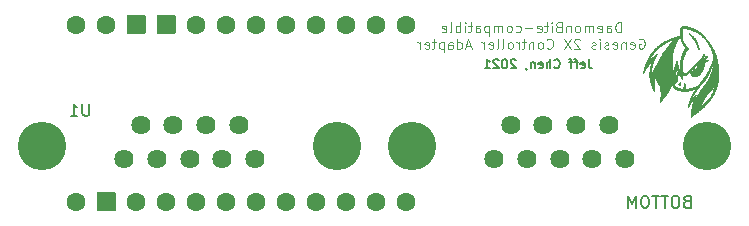
<source format=gbr>
G04 #@! TF.GenerationSoftware,KiCad,Pcbnew,(5.1.10-1-10_14)*
G04 #@! TF.CreationDate,2021-10-26T20:18:43-04:00*
G04 #@! TF.ProjectId,DaemonBite_MD2,4461656d-6f6e-4426-9974-655f4d44322e,1*
G04 #@! TF.SameCoordinates,Original*
G04 #@! TF.FileFunction,Soldermask,Bot*
G04 #@! TF.FilePolarity,Negative*
%FSLAX46Y46*%
G04 Gerber Fmt 4.6, Leading zero omitted, Abs format (unit mm)*
G04 Created by KiCad (PCBNEW (5.1.10-1-10_14)) date 2021-10-26 20:18:43*
%MOMM*%
%LPD*%
G01*
G04 APERTURE LIST*
%ADD10C,0.152400*%
%ADD11C,0.127000*%
%ADD12C,0.125000*%
%ADD13C,0.150000*%
%ADD14C,0.010000*%
%ADD15C,4.101600*%
%ADD16C,1.625600*%
%ADD17C,1.601600*%
G04 APERTURE END LIST*
D10*
X162139523Y-104558571D02*
X161996666Y-104606190D01*
X161949047Y-104653809D01*
X161901428Y-104749047D01*
X161901428Y-104891904D01*
X161949047Y-104987142D01*
X161996666Y-105034761D01*
X162091904Y-105082380D01*
X162472857Y-105082380D01*
X162472857Y-104082380D01*
X162139523Y-104082380D01*
X162044285Y-104130000D01*
X161996666Y-104177619D01*
X161949047Y-104272857D01*
X161949047Y-104368095D01*
X161996666Y-104463333D01*
X162044285Y-104510952D01*
X162139523Y-104558571D01*
X162472857Y-104558571D01*
X161282380Y-104082380D02*
X161091904Y-104082380D01*
X160996666Y-104130000D01*
X160901428Y-104225238D01*
X160853809Y-104415714D01*
X160853809Y-104749047D01*
X160901428Y-104939523D01*
X160996666Y-105034761D01*
X161091904Y-105082380D01*
X161282380Y-105082380D01*
X161377619Y-105034761D01*
X161472857Y-104939523D01*
X161520476Y-104749047D01*
X161520476Y-104415714D01*
X161472857Y-104225238D01*
X161377619Y-104130000D01*
X161282380Y-104082380D01*
X160568095Y-104082380D02*
X159996666Y-104082380D01*
X160282380Y-105082380D02*
X160282380Y-104082380D01*
X159806190Y-104082380D02*
X159234761Y-104082380D01*
X159520476Y-105082380D02*
X159520476Y-104082380D01*
X158710952Y-104082380D02*
X158520476Y-104082380D01*
X158425238Y-104130000D01*
X158330000Y-104225238D01*
X158282380Y-104415714D01*
X158282380Y-104749047D01*
X158330000Y-104939523D01*
X158425238Y-105034761D01*
X158520476Y-105082380D01*
X158710952Y-105082380D01*
X158806190Y-105034761D01*
X158901428Y-104939523D01*
X158949047Y-104749047D01*
X158949047Y-104415714D01*
X158901428Y-104225238D01*
X158806190Y-104130000D01*
X158710952Y-104082380D01*
X157853809Y-105082380D02*
X157853809Y-104082380D01*
X157520476Y-104796666D01*
X157187142Y-104082380D01*
X157187142Y-105082380D01*
D11*
X153833571Y-92522714D02*
X153833571Y-93067000D01*
X153869857Y-93175857D01*
X153942428Y-93248428D01*
X154051285Y-93284714D01*
X154123857Y-93284714D01*
X153180428Y-93248428D02*
X153253000Y-93284714D01*
X153398142Y-93284714D01*
X153470714Y-93248428D01*
X153507000Y-93175857D01*
X153507000Y-92885571D01*
X153470714Y-92813000D01*
X153398142Y-92776714D01*
X153253000Y-92776714D01*
X153180428Y-92813000D01*
X153144142Y-92885571D01*
X153144142Y-92958142D01*
X153507000Y-93030714D01*
X152926428Y-92776714D02*
X152636142Y-92776714D01*
X152817571Y-93284714D02*
X152817571Y-92631571D01*
X152781285Y-92559000D01*
X152708714Y-92522714D01*
X152636142Y-92522714D01*
X152491000Y-92776714D02*
X152200714Y-92776714D01*
X152382142Y-93284714D02*
X152382142Y-92631571D01*
X152345857Y-92559000D01*
X152273285Y-92522714D01*
X152200714Y-92522714D01*
X150930714Y-93212142D02*
X150967000Y-93248428D01*
X151075857Y-93284714D01*
X151148428Y-93284714D01*
X151257285Y-93248428D01*
X151329857Y-93175857D01*
X151366142Y-93103285D01*
X151402428Y-92958142D01*
X151402428Y-92849285D01*
X151366142Y-92704142D01*
X151329857Y-92631571D01*
X151257285Y-92559000D01*
X151148428Y-92522714D01*
X151075857Y-92522714D01*
X150967000Y-92559000D01*
X150930714Y-92595285D01*
X150604142Y-93284714D02*
X150604142Y-92522714D01*
X150277571Y-93284714D02*
X150277571Y-92885571D01*
X150313857Y-92813000D01*
X150386428Y-92776714D01*
X150495285Y-92776714D01*
X150567857Y-92813000D01*
X150604142Y-92849285D01*
X149624428Y-93248428D02*
X149697000Y-93284714D01*
X149842142Y-93284714D01*
X149914714Y-93248428D01*
X149951000Y-93175857D01*
X149951000Y-92885571D01*
X149914714Y-92813000D01*
X149842142Y-92776714D01*
X149697000Y-92776714D01*
X149624428Y-92813000D01*
X149588142Y-92885571D01*
X149588142Y-92958142D01*
X149951000Y-93030714D01*
X149261571Y-92776714D02*
X149261571Y-93284714D01*
X149261571Y-92849285D02*
X149225285Y-92813000D01*
X149152714Y-92776714D01*
X149043857Y-92776714D01*
X148971285Y-92813000D01*
X148935000Y-92885571D01*
X148935000Y-93284714D01*
X148535857Y-93248428D02*
X148535857Y-93284714D01*
X148572142Y-93357285D01*
X148608428Y-93393571D01*
X147665000Y-92595285D02*
X147628714Y-92559000D01*
X147556142Y-92522714D01*
X147374714Y-92522714D01*
X147302142Y-92559000D01*
X147265857Y-92595285D01*
X147229571Y-92667857D01*
X147229571Y-92740428D01*
X147265857Y-92849285D01*
X147701285Y-93284714D01*
X147229571Y-93284714D01*
X146757857Y-92522714D02*
X146685285Y-92522714D01*
X146612714Y-92559000D01*
X146576428Y-92595285D01*
X146540142Y-92667857D01*
X146503857Y-92813000D01*
X146503857Y-92994428D01*
X146540142Y-93139571D01*
X146576428Y-93212142D01*
X146612714Y-93248428D01*
X146685285Y-93284714D01*
X146757857Y-93284714D01*
X146830428Y-93248428D01*
X146866714Y-93212142D01*
X146903000Y-93139571D01*
X146939285Y-92994428D01*
X146939285Y-92813000D01*
X146903000Y-92667857D01*
X146866714Y-92595285D01*
X146830428Y-92559000D01*
X146757857Y-92522714D01*
X146213571Y-92595285D02*
X146177285Y-92559000D01*
X146104714Y-92522714D01*
X145923285Y-92522714D01*
X145850714Y-92559000D01*
X145814428Y-92595285D01*
X145778142Y-92667857D01*
X145778142Y-92740428D01*
X145814428Y-92849285D01*
X146249857Y-93284714D01*
X145778142Y-93284714D01*
X145052428Y-93284714D02*
X145487857Y-93284714D01*
X145270142Y-93284714D02*
X145270142Y-92522714D01*
X145342714Y-92631571D01*
X145415285Y-92704142D01*
X145487857Y-92740428D01*
D12*
X156569047Y-90234523D02*
X156569047Y-89384523D01*
X156366666Y-89384523D01*
X156245238Y-89425000D01*
X156164285Y-89505952D01*
X156123809Y-89586904D01*
X156083333Y-89748809D01*
X156083333Y-89870238D01*
X156123809Y-90032142D01*
X156164285Y-90113095D01*
X156245238Y-90194047D01*
X156366666Y-90234523D01*
X156569047Y-90234523D01*
X155354761Y-90234523D02*
X155354761Y-89789285D01*
X155395238Y-89708333D01*
X155476190Y-89667857D01*
X155638095Y-89667857D01*
X155719047Y-89708333D01*
X155354761Y-90194047D02*
X155435714Y-90234523D01*
X155638095Y-90234523D01*
X155719047Y-90194047D01*
X155759523Y-90113095D01*
X155759523Y-90032142D01*
X155719047Y-89951190D01*
X155638095Y-89910714D01*
X155435714Y-89910714D01*
X155354761Y-89870238D01*
X154626190Y-90194047D02*
X154707142Y-90234523D01*
X154869047Y-90234523D01*
X154950000Y-90194047D01*
X154990476Y-90113095D01*
X154990476Y-89789285D01*
X154950000Y-89708333D01*
X154869047Y-89667857D01*
X154707142Y-89667857D01*
X154626190Y-89708333D01*
X154585714Y-89789285D01*
X154585714Y-89870238D01*
X154990476Y-89951190D01*
X154221428Y-90234523D02*
X154221428Y-89667857D01*
X154221428Y-89748809D02*
X154180952Y-89708333D01*
X154100000Y-89667857D01*
X153978571Y-89667857D01*
X153897619Y-89708333D01*
X153857142Y-89789285D01*
X153857142Y-90234523D01*
X153857142Y-89789285D02*
X153816666Y-89708333D01*
X153735714Y-89667857D01*
X153614285Y-89667857D01*
X153533333Y-89708333D01*
X153492857Y-89789285D01*
X153492857Y-90234523D01*
X152966666Y-90234523D02*
X153047619Y-90194047D01*
X153088095Y-90153571D01*
X153128571Y-90072619D01*
X153128571Y-89829761D01*
X153088095Y-89748809D01*
X153047619Y-89708333D01*
X152966666Y-89667857D01*
X152845238Y-89667857D01*
X152764285Y-89708333D01*
X152723809Y-89748809D01*
X152683333Y-89829761D01*
X152683333Y-90072619D01*
X152723809Y-90153571D01*
X152764285Y-90194047D01*
X152845238Y-90234523D01*
X152966666Y-90234523D01*
X152319047Y-89667857D02*
X152319047Y-90234523D01*
X152319047Y-89748809D02*
X152278571Y-89708333D01*
X152197619Y-89667857D01*
X152076190Y-89667857D01*
X151995238Y-89708333D01*
X151954761Y-89789285D01*
X151954761Y-90234523D01*
X151266666Y-89789285D02*
X151145238Y-89829761D01*
X151104761Y-89870238D01*
X151064285Y-89951190D01*
X151064285Y-90072619D01*
X151104761Y-90153571D01*
X151145238Y-90194047D01*
X151226190Y-90234523D01*
X151550000Y-90234523D01*
X151550000Y-89384523D01*
X151266666Y-89384523D01*
X151185714Y-89425000D01*
X151145238Y-89465476D01*
X151104761Y-89546428D01*
X151104761Y-89627380D01*
X151145238Y-89708333D01*
X151185714Y-89748809D01*
X151266666Y-89789285D01*
X151550000Y-89789285D01*
X150700000Y-90234523D02*
X150700000Y-89667857D01*
X150700000Y-89384523D02*
X150740476Y-89425000D01*
X150700000Y-89465476D01*
X150659523Y-89425000D01*
X150700000Y-89384523D01*
X150700000Y-89465476D01*
X150416666Y-89667857D02*
X150092857Y-89667857D01*
X150295238Y-89384523D02*
X150295238Y-90113095D01*
X150254761Y-90194047D01*
X150173809Y-90234523D01*
X150092857Y-90234523D01*
X149485714Y-90194047D02*
X149566666Y-90234523D01*
X149728571Y-90234523D01*
X149809523Y-90194047D01*
X149850000Y-90113095D01*
X149850000Y-89789285D01*
X149809523Y-89708333D01*
X149728571Y-89667857D01*
X149566666Y-89667857D01*
X149485714Y-89708333D01*
X149445238Y-89789285D01*
X149445238Y-89870238D01*
X149850000Y-89951190D01*
X149080952Y-89910714D02*
X148433333Y-89910714D01*
X147664285Y-90194047D02*
X147745238Y-90234523D01*
X147907142Y-90234523D01*
X147988095Y-90194047D01*
X148028571Y-90153571D01*
X148069047Y-90072619D01*
X148069047Y-89829761D01*
X148028571Y-89748809D01*
X147988095Y-89708333D01*
X147907142Y-89667857D01*
X147745238Y-89667857D01*
X147664285Y-89708333D01*
X147178571Y-90234523D02*
X147259523Y-90194047D01*
X147300000Y-90153571D01*
X147340476Y-90072619D01*
X147340476Y-89829761D01*
X147300000Y-89748809D01*
X147259523Y-89708333D01*
X147178571Y-89667857D01*
X147057142Y-89667857D01*
X146976190Y-89708333D01*
X146935714Y-89748809D01*
X146895238Y-89829761D01*
X146895238Y-90072619D01*
X146935714Y-90153571D01*
X146976190Y-90194047D01*
X147057142Y-90234523D01*
X147178571Y-90234523D01*
X146530952Y-90234523D02*
X146530952Y-89667857D01*
X146530952Y-89748809D02*
X146490476Y-89708333D01*
X146409523Y-89667857D01*
X146288095Y-89667857D01*
X146207142Y-89708333D01*
X146166666Y-89789285D01*
X146166666Y-90234523D01*
X146166666Y-89789285D02*
X146126190Y-89708333D01*
X146045238Y-89667857D01*
X145923809Y-89667857D01*
X145842857Y-89708333D01*
X145802380Y-89789285D01*
X145802380Y-90234523D01*
X145397619Y-89667857D02*
X145397619Y-90517857D01*
X145397619Y-89708333D02*
X145316666Y-89667857D01*
X145154761Y-89667857D01*
X145073809Y-89708333D01*
X145033333Y-89748809D01*
X144992857Y-89829761D01*
X144992857Y-90072619D01*
X145033333Y-90153571D01*
X145073809Y-90194047D01*
X145154761Y-90234523D01*
X145316666Y-90234523D01*
X145397619Y-90194047D01*
X144264285Y-90234523D02*
X144264285Y-89789285D01*
X144304761Y-89708333D01*
X144385714Y-89667857D01*
X144547619Y-89667857D01*
X144628571Y-89708333D01*
X144264285Y-90194047D02*
X144345238Y-90234523D01*
X144547619Y-90234523D01*
X144628571Y-90194047D01*
X144669047Y-90113095D01*
X144669047Y-90032142D01*
X144628571Y-89951190D01*
X144547619Y-89910714D01*
X144345238Y-89910714D01*
X144264285Y-89870238D01*
X143980952Y-89667857D02*
X143657142Y-89667857D01*
X143859523Y-89384523D02*
X143859523Y-90113095D01*
X143819047Y-90194047D01*
X143738095Y-90234523D01*
X143657142Y-90234523D01*
X143373809Y-90234523D02*
X143373809Y-89667857D01*
X143373809Y-89384523D02*
X143414285Y-89425000D01*
X143373809Y-89465476D01*
X143333333Y-89425000D01*
X143373809Y-89384523D01*
X143373809Y-89465476D01*
X142969047Y-90234523D02*
X142969047Y-89384523D01*
X142969047Y-89708333D02*
X142888095Y-89667857D01*
X142726190Y-89667857D01*
X142645238Y-89708333D01*
X142604761Y-89748809D01*
X142564285Y-89829761D01*
X142564285Y-90072619D01*
X142604761Y-90153571D01*
X142645238Y-90194047D01*
X142726190Y-90234523D01*
X142888095Y-90234523D01*
X142969047Y-90194047D01*
X142078571Y-90234523D02*
X142159523Y-90194047D01*
X142200000Y-90113095D01*
X142200000Y-89384523D01*
X141430952Y-90194047D02*
X141511904Y-90234523D01*
X141673809Y-90234523D01*
X141754761Y-90194047D01*
X141795238Y-90113095D01*
X141795238Y-89789285D01*
X141754761Y-89708333D01*
X141673809Y-89667857D01*
X141511904Y-89667857D01*
X141430952Y-89708333D01*
X141390476Y-89789285D01*
X141390476Y-89870238D01*
X141795238Y-89951190D01*
X158107142Y-90825000D02*
X158188095Y-90784523D01*
X158309523Y-90784523D01*
X158430952Y-90825000D01*
X158511904Y-90905952D01*
X158552380Y-90986904D01*
X158592857Y-91148809D01*
X158592857Y-91270238D01*
X158552380Y-91432142D01*
X158511904Y-91513095D01*
X158430952Y-91594047D01*
X158309523Y-91634523D01*
X158228571Y-91634523D01*
X158107142Y-91594047D01*
X158066666Y-91553571D01*
X158066666Y-91270238D01*
X158228571Y-91270238D01*
X157378571Y-91594047D02*
X157459523Y-91634523D01*
X157621428Y-91634523D01*
X157702380Y-91594047D01*
X157742857Y-91513095D01*
X157742857Y-91189285D01*
X157702380Y-91108333D01*
X157621428Y-91067857D01*
X157459523Y-91067857D01*
X157378571Y-91108333D01*
X157338095Y-91189285D01*
X157338095Y-91270238D01*
X157742857Y-91351190D01*
X156973809Y-91067857D02*
X156973809Y-91634523D01*
X156973809Y-91148809D02*
X156933333Y-91108333D01*
X156852380Y-91067857D01*
X156730952Y-91067857D01*
X156650000Y-91108333D01*
X156609523Y-91189285D01*
X156609523Y-91634523D01*
X155880952Y-91594047D02*
X155961904Y-91634523D01*
X156123809Y-91634523D01*
X156204761Y-91594047D01*
X156245238Y-91513095D01*
X156245238Y-91189285D01*
X156204761Y-91108333D01*
X156123809Y-91067857D01*
X155961904Y-91067857D01*
X155880952Y-91108333D01*
X155840476Y-91189285D01*
X155840476Y-91270238D01*
X156245238Y-91351190D01*
X155516666Y-91594047D02*
X155435714Y-91634523D01*
X155273809Y-91634523D01*
X155192857Y-91594047D01*
X155152380Y-91513095D01*
X155152380Y-91472619D01*
X155192857Y-91391666D01*
X155273809Y-91351190D01*
X155395238Y-91351190D01*
X155476190Y-91310714D01*
X155516666Y-91229761D01*
X155516666Y-91189285D01*
X155476190Y-91108333D01*
X155395238Y-91067857D01*
X155273809Y-91067857D01*
X155192857Y-91108333D01*
X154788095Y-91634523D02*
X154788095Y-91067857D01*
X154788095Y-90784523D02*
X154828571Y-90825000D01*
X154788095Y-90865476D01*
X154747619Y-90825000D01*
X154788095Y-90784523D01*
X154788095Y-90865476D01*
X154423809Y-91594047D02*
X154342857Y-91634523D01*
X154180952Y-91634523D01*
X154100000Y-91594047D01*
X154059523Y-91513095D01*
X154059523Y-91472619D01*
X154100000Y-91391666D01*
X154180952Y-91351190D01*
X154302380Y-91351190D01*
X154383333Y-91310714D01*
X154423809Y-91229761D01*
X154423809Y-91189285D01*
X154383333Y-91108333D01*
X154302380Y-91067857D01*
X154180952Y-91067857D01*
X154100000Y-91108333D01*
X153088095Y-90865476D02*
X153047619Y-90825000D01*
X152966666Y-90784523D01*
X152764285Y-90784523D01*
X152683333Y-90825000D01*
X152642857Y-90865476D01*
X152602380Y-90946428D01*
X152602380Y-91027380D01*
X152642857Y-91148809D01*
X153128571Y-91634523D01*
X152602380Y-91634523D01*
X152319047Y-90784523D02*
X151752380Y-91634523D01*
X151752380Y-90784523D02*
X152319047Y-91634523D01*
X150295238Y-91553571D02*
X150335714Y-91594047D01*
X150457142Y-91634523D01*
X150538095Y-91634523D01*
X150659523Y-91594047D01*
X150740476Y-91513095D01*
X150780952Y-91432142D01*
X150821428Y-91270238D01*
X150821428Y-91148809D01*
X150780952Y-90986904D01*
X150740476Y-90905952D01*
X150659523Y-90825000D01*
X150538095Y-90784523D01*
X150457142Y-90784523D01*
X150335714Y-90825000D01*
X150295238Y-90865476D01*
X149809523Y-91634523D02*
X149890476Y-91594047D01*
X149930952Y-91553571D01*
X149971428Y-91472619D01*
X149971428Y-91229761D01*
X149930952Y-91148809D01*
X149890476Y-91108333D01*
X149809523Y-91067857D01*
X149688095Y-91067857D01*
X149607142Y-91108333D01*
X149566666Y-91148809D01*
X149526190Y-91229761D01*
X149526190Y-91472619D01*
X149566666Y-91553571D01*
X149607142Y-91594047D01*
X149688095Y-91634523D01*
X149809523Y-91634523D01*
X149161904Y-91067857D02*
X149161904Y-91634523D01*
X149161904Y-91148809D02*
X149121428Y-91108333D01*
X149040476Y-91067857D01*
X148919047Y-91067857D01*
X148838095Y-91108333D01*
X148797619Y-91189285D01*
X148797619Y-91634523D01*
X148514285Y-91067857D02*
X148190476Y-91067857D01*
X148392857Y-90784523D02*
X148392857Y-91513095D01*
X148352380Y-91594047D01*
X148271428Y-91634523D01*
X148190476Y-91634523D01*
X147907142Y-91634523D02*
X147907142Y-91067857D01*
X147907142Y-91229761D02*
X147866666Y-91148809D01*
X147826190Y-91108333D01*
X147745238Y-91067857D01*
X147664285Y-91067857D01*
X147259523Y-91634523D02*
X147340476Y-91594047D01*
X147380952Y-91553571D01*
X147421428Y-91472619D01*
X147421428Y-91229761D01*
X147380952Y-91148809D01*
X147340476Y-91108333D01*
X147259523Y-91067857D01*
X147138095Y-91067857D01*
X147057142Y-91108333D01*
X147016666Y-91148809D01*
X146976190Y-91229761D01*
X146976190Y-91472619D01*
X147016666Y-91553571D01*
X147057142Y-91594047D01*
X147138095Y-91634523D01*
X147259523Y-91634523D01*
X146490476Y-91634523D02*
X146571428Y-91594047D01*
X146611904Y-91513095D01*
X146611904Y-90784523D01*
X146045238Y-91634523D02*
X146126190Y-91594047D01*
X146166666Y-91513095D01*
X146166666Y-90784523D01*
X145397619Y-91594047D02*
X145478571Y-91634523D01*
X145640476Y-91634523D01*
X145721428Y-91594047D01*
X145761904Y-91513095D01*
X145761904Y-91189285D01*
X145721428Y-91108333D01*
X145640476Y-91067857D01*
X145478571Y-91067857D01*
X145397619Y-91108333D01*
X145357142Y-91189285D01*
X145357142Y-91270238D01*
X145761904Y-91351190D01*
X144992857Y-91634523D02*
X144992857Y-91067857D01*
X144992857Y-91229761D02*
X144952380Y-91148809D01*
X144911904Y-91108333D01*
X144830952Y-91067857D01*
X144750000Y-91067857D01*
X143859523Y-91391666D02*
X143454761Y-91391666D01*
X143940476Y-91634523D02*
X143657142Y-90784523D01*
X143373809Y-91634523D01*
X142726190Y-91634523D02*
X142726190Y-90784523D01*
X142726190Y-91594047D02*
X142807142Y-91634523D01*
X142969047Y-91634523D01*
X143050000Y-91594047D01*
X143090476Y-91553571D01*
X143130952Y-91472619D01*
X143130952Y-91229761D01*
X143090476Y-91148809D01*
X143050000Y-91108333D01*
X142969047Y-91067857D01*
X142807142Y-91067857D01*
X142726190Y-91108333D01*
X141957142Y-91634523D02*
X141957142Y-91189285D01*
X141997619Y-91108333D01*
X142078571Y-91067857D01*
X142240476Y-91067857D01*
X142321428Y-91108333D01*
X141957142Y-91594047D02*
X142038095Y-91634523D01*
X142240476Y-91634523D01*
X142321428Y-91594047D01*
X142361904Y-91513095D01*
X142361904Y-91432142D01*
X142321428Y-91351190D01*
X142240476Y-91310714D01*
X142038095Y-91310714D01*
X141957142Y-91270238D01*
X141552380Y-91067857D02*
X141552380Y-91917857D01*
X141552380Y-91108333D02*
X141471428Y-91067857D01*
X141309523Y-91067857D01*
X141228571Y-91108333D01*
X141188095Y-91148809D01*
X141147619Y-91229761D01*
X141147619Y-91472619D01*
X141188095Y-91553571D01*
X141228571Y-91594047D01*
X141309523Y-91634523D01*
X141471428Y-91634523D01*
X141552380Y-91594047D01*
X140904761Y-91067857D02*
X140580952Y-91067857D01*
X140783333Y-90784523D02*
X140783333Y-91513095D01*
X140742857Y-91594047D01*
X140661904Y-91634523D01*
X140580952Y-91634523D01*
X139973809Y-91594047D02*
X140054761Y-91634523D01*
X140216666Y-91634523D01*
X140297619Y-91594047D01*
X140338095Y-91513095D01*
X140338095Y-91189285D01*
X140297619Y-91108333D01*
X140216666Y-91067857D01*
X140054761Y-91067857D01*
X139973809Y-91108333D01*
X139933333Y-91189285D01*
X139933333Y-91270238D01*
X140338095Y-91351190D01*
X139569047Y-91634523D02*
X139569047Y-91067857D01*
X139569047Y-91229761D02*
X139528571Y-91148809D01*
X139488095Y-91108333D01*
X139407142Y-91067857D01*
X139326190Y-91067857D01*
D13*
X111551904Y-96302380D02*
X111551904Y-97111904D01*
X111504285Y-97207142D01*
X111456666Y-97254761D01*
X111361428Y-97302380D01*
X111170952Y-97302380D01*
X111075714Y-97254761D01*
X111028095Y-97207142D01*
X110980476Y-97111904D01*
X110980476Y-96302380D01*
X109980476Y-97302380D02*
X110551904Y-97302380D01*
X110266190Y-97302380D02*
X110266190Y-96302380D01*
X110361428Y-96445238D01*
X110456666Y-96540476D01*
X110551904Y-96588095D01*
D14*
G36*
X162300407Y-90331366D02*
G01*
X162299939Y-90333801D01*
X162301282Y-90336008D01*
X162305069Y-90340542D01*
X162310936Y-90347010D01*
X162318519Y-90355021D01*
X162327454Y-90364185D01*
X162337378Y-90374108D01*
X162337405Y-90374135D01*
X162375312Y-90411914D01*
X162410516Y-90447686D01*
X162442952Y-90481379D01*
X162472551Y-90512923D01*
X162499248Y-90542246D01*
X162522975Y-90569277D01*
X162536177Y-90584870D01*
X162541916Y-90592033D01*
X162549397Y-90601791D01*
X162558153Y-90613513D01*
X162567720Y-90626569D01*
X162577631Y-90640327D01*
X162587423Y-90654158D01*
X162589524Y-90657162D01*
X162606697Y-90681609D01*
X162622275Y-90703422D01*
X162636759Y-90723268D01*
X162650650Y-90741812D01*
X162664448Y-90759719D01*
X162678653Y-90777655D01*
X162693766Y-90796285D01*
X162698393Y-90801915D01*
X162725029Y-90834657D01*
X162749008Y-90865004D01*
X162770534Y-90893225D01*
X162789809Y-90919590D01*
X162807037Y-90944367D01*
X162814627Y-90955758D01*
X162819387Y-90963513D01*
X162825636Y-90974496D01*
X162833216Y-90988393D01*
X162841971Y-91004887D01*
X162851742Y-91023665D01*
X162862373Y-91044410D01*
X162873706Y-91066807D01*
X162885583Y-91090540D01*
X162897847Y-91115296D01*
X162910341Y-91140757D01*
X162922907Y-91166610D01*
X162935387Y-91192538D01*
X162947625Y-91218226D01*
X162959463Y-91243360D01*
X162970743Y-91267623D01*
X162975368Y-91277677D01*
X162993292Y-91317306D01*
X163012069Y-91359807D01*
X163031340Y-91404338D01*
X163050744Y-91450056D01*
X163069923Y-91496118D01*
X163088517Y-91541682D01*
X163097443Y-91563915D01*
X163102745Y-91577099D01*
X163107711Y-91589265D01*
X163112120Y-91599886D01*
X163115752Y-91608434D01*
X163118385Y-91614381D01*
X163119769Y-91617158D01*
X163124136Y-91620776D01*
X163129894Y-91621757D01*
X163135578Y-91620133D01*
X163139247Y-91616744D01*
X163139983Y-91615405D01*
X163140447Y-91613742D01*
X163140568Y-91611393D01*
X163140273Y-91607998D01*
X163139492Y-91603197D01*
X163138154Y-91596630D01*
X163136187Y-91587935D01*
X163133521Y-91576754D01*
X163130083Y-91562724D01*
X163125803Y-91545487D01*
X163122742Y-91533217D01*
X163114186Y-91499291D01*
X163106234Y-91468543D01*
X163098693Y-91440324D01*
X163091370Y-91413987D01*
X163084073Y-91388883D01*
X163076608Y-91364365D01*
X163068782Y-91339785D01*
X163060403Y-91314494D01*
X163051277Y-91287845D01*
X163041212Y-91259189D01*
X163040839Y-91258138D01*
X163028631Y-91224074D01*
X163016110Y-91189747D01*
X163003378Y-91155414D01*
X162990542Y-91121334D01*
X162977705Y-91087764D01*
X162964972Y-91054962D01*
X162952448Y-91023187D01*
X162940236Y-90992695D01*
X162928441Y-90963746D01*
X162917167Y-90936596D01*
X162906520Y-90911504D01*
X162896604Y-90888728D01*
X162887522Y-90868525D01*
X162879380Y-90851153D01*
X162872282Y-90836871D01*
X162866332Y-90825936D01*
X162864647Y-90823120D01*
X162857681Y-90812569D01*
X162849281Y-90801250D01*
X162839181Y-90788859D01*
X162827117Y-90775090D01*
X162812824Y-90759638D01*
X162796034Y-90742200D01*
X162780600Y-90726586D01*
X162747764Y-90694357D01*
X162712021Y-90660529D01*
X162673824Y-90625490D01*
X162633628Y-90589631D01*
X162591889Y-90553340D01*
X162549061Y-90517009D01*
X162505599Y-90481027D01*
X162461958Y-90445783D01*
X162418592Y-90411668D01*
X162375956Y-90379072D01*
X162369491Y-90374217D01*
X162357229Y-90365048D01*
X162345612Y-90356395D01*
X162335112Y-90348605D01*
X162326199Y-90342025D01*
X162319343Y-90337004D01*
X162315014Y-90333890D01*
X162314345Y-90333425D01*
X162307982Y-90330021D01*
X162303170Y-90329339D01*
X162300407Y-90331366D01*
G37*
X162300407Y-90331366D02*
X162299939Y-90333801D01*
X162301282Y-90336008D01*
X162305069Y-90340542D01*
X162310936Y-90347010D01*
X162318519Y-90355021D01*
X162327454Y-90364185D01*
X162337378Y-90374108D01*
X162337405Y-90374135D01*
X162375312Y-90411914D01*
X162410516Y-90447686D01*
X162442952Y-90481379D01*
X162472551Y-90512923D01*
X162499248Y-90542246D01*
X162522975Y-90569277D01*
X162536177Y-90584870D01*
X162541916Y-90592033D01*
X162549397Y-90601791D01*
X162558153Y-90613513D01*
X162567720Y-90626569D01*
X162577631Y-90640327D01*
X162587423Y-90654158D01*
X162589524Y-90657162D01*
X162606697Y-90681609D01*
X162622275Y-90703422D01*
X162636759Y-90723268D01*
X162650650Y-90741812D01*
X162664448Y-90759719D01*
X162678653Y-90777655D01*
X162693766Y-90796285D01*
X162698393Y-90801915D01*
X162725029Y-90834657D01*
X162749008Y-90865004D01*
X162770534Y-90893225D01*
X162789809Y-90919590D01*
X162807037Y-90944367D01*
X162814627Y-90955758D01*
X162819387Y-90963513D01*
X162825636Y-90974496D01*
X162833216Y-90988393D01*
X162841971Y-91004887D01*
X162851742Y-91023665D01*
X162862373Y-91044410D01*
X162873706Y-91066807D01*
X162885583Y-91090540D01*
X162897847Y-91115296D01*
X162910341Y-91140757D01*
X162922907Y-91166610D01*
X162935387Y-91192538D01*
X162947625Y-91218226D01*
X162959463Y-91243360D01*
X162970743Y-91267623D01*
X162975368Y-91277677D01*
X162993292Y-91317306D01*
X163012069Y-91359807D01*
X163031340Y-91404338D01*
X163050744Y-91450056D01*
X163069923Y-91496118D01*
X163088517Y-91541682D01*
X163097443Y-91563915D01*
X163102745Y-91577099D01*
X163107711Y-91589265D01*
X163112120Y-91599886D01*
X163115752Y-91608434D01*
X163118385Y-91614381D01*
X163119769Y-91617158D01*
X163124136Y-91620776D01*
X163129894Y-91621757D01*
X163135578Y-91620133D01*
X163139247Y-91616744D01*
X163139983Y-91615405D01*
X163140447Y-91613742D01*
X163140568Y-91611393D01*
X163140273Y-91607998D01*
X163139492Y-91603197D01*
X163138154Y-91596630D01*
X163136187Y-91587935D01*
X163133521Y-91576754D01*
X163130083Y-91562724D01*
X163125803Y-91545487D01*
X163122742Y-91533217D01*
X163114186Y-91499291D01*
X163106234Y-91468543D01*
X163098693Y-91440324D01*
X163091370Y-91413987D01*
X163084073Y-91388883D01*
X163076608Y-91364365D01*
X163068782Y-91339785D01*
X163060403Y-91314494D01*
X163051277Y-91287845D01*
X163041212Y-91259189D01*
X163040839Y-91258138D01*
X163028631Y-91224074D01*
X163016110Y-91189747D01*
X163003378Y-91155414D01*
X162990542Y-91121334D01*
X162977705Y-91087764D01*
X162964972Y-91054962D01*
X162952448Y-91023187D01*
X162940236Y-90992695D01*
X162928441Y-90963746D01*
X162917167Y-90936596D01*
X162906520Y-90911504D01*
X162896604Y-90888728D01*
X162887522Y-90868525D01*
X162879380Y-90851153D01*
X162872282Y-90836871D01*
X162866332Y-90825936D01*
X162864647Y-90823120D01*
X162857681Y-90812569D01*
X162849281Y-90801250D01*
X162839181Y-90788859D01*
X162827117Y-90775090D01*
X162812824Y-90759638D01*
X162796034Y-90742200D01*
X162780600Y-90726586D01*
X162747764Y-90694357D01*
X162712021Y-90660529D01*
X162673824Y-90625490D01*
X162633628Y-90589631D01*
X162591889Y-90553340D01*
X162549061Y-90517009D01*
X162505599Y-90481027D01*
X162461958Y-90445783D01*
X162418592Y-90411668D01*
X162375956Y-90379072D01*
X162369491Y-90374217D01*
X162357229Y-90365048D01*
X162345612Y-90356395D01*
X162335112Y-90348605D01*
X162326199Y-90342025D01*
X162319343Y-90337004D01*
X162315014Y-90333890D01*
X162314345Y-90333425D01*
X162307982Y-90330021D01*
X162303170Y-90329339D01*
X162300407Y-90331366D01*
G36*
X163575930Y-92055573D02*
G01*
X163572971Y-92057199D01*
X163569045Y-92060851D01*
X163563495Y-92067960D01*
X163556317Y-92078535D01*
X163547506Y-92092582D01*
X163537058Y-92110109D01*
X163524969Y-92131122D01*
X163511236Y-92155629D01*
X163495854Y-92183637D01*
X163478819Y-92215152D01*
X163460127Y-92250183D01*
X163439774Y-92288736D01*
X163425412Y-92316146D01*
X163415256Y-92335561D01*
X163405514Y-92354144D01*
X163396357Y-92371570D01*
X163387955Y-92387518D01*
X163380480Y-92401664D01*
X163374102Y-92413685D01*
X163368992Y-92423260D01*
X163365319Y-92430064D01*
X163363256Y-92433774D01*
X163363093Y-92434049D01*
X163361274Y-92436097D01*
X163356749Y-92440753D01*
X163349627Y-92447912D01*
X163340014Y-92457470D01*
X163328020Y-92469323D01*
X163313751Y-92483365D01*
X163297316Y-92499494D01*
X163278822Y-92517603D01*
X163258378Y-92537590D01*
X163236090Y-92559349D01*
X163212068Y-92582777D01*
X163186418Y-92607768D01*
X163159248Y-92634219D01*
X163130667Y-92662025D01*
X163100783Y-92691081D01*
X163069702Y-92721285D01*
X163037533Y-92752530D01*
X163004384Y-92784712D01*
X162970362Y-92817728D01*
X162935575Y-92851473D01*
X162900132Y-92885842D01*
X162864140Y-92920732D01*
X162827706Y-92956037D01*
X162790939Y-92991654D01*
X162753947Y-93027477D01*
X162716837Y-93063403D01*
X162679717Y-93099328D01*
X162642695Y-93135146D01*
X162605879Y-93170754D01*
X162569376Y-93206047D01*
X162533295Y-93240921D01*
X162497743Y-93275271D01*
X162462829Y-93308994D01*
X162428659Y-93341983D01*
X162395342Y-93374137D01*
X162362985Y-93405349D01*
X162331697Y-93435515D01*
X162301585Y-93464532D01*
X162272758Y-93492295D01*
X162245322Y-93518698D01*
X162219386Y-93543639D01*
X162195057Y-93567013D01*
X162172444Y-93588715D01*
X162151654Y-93608641D01*
X162132795Y-93626686D01*
X162115975Y-93642747D01*
X162101301Y-93656718D01*
X162088883Y-93668496D01*
X162078826Y-93677976D01*
X162071240Y-93685053D01*
X162066232Y-93689624D01*
X162063977Y-93691537D01*
X162051618Y-93699613D01*
X162036965Y-93708123D01*
X162021234Y-93716436D01*
X162005642Y-93723923D01*
X161991404Y-93729956D01*
X161985824Y-93732006D01*
X161969410Y-93736549D01*
X161953179Y-93738950D01*
X161938093Y-93739134D01*
X161925114Y-93737023D01*
X161924693Y-93736902D01*
X161909149Y-93730607D01*
X161892594Y-93720549D01*
X161875036Y-93706733D01*
X161856486Y-93689169D01*
X161836950Y-93667865D01*
X161816438Y-93642827D01*
X161806714Y-93630108D01*
X161798467Y-93619312D01*
X161791975Y-93611460D01*
X161786808Y-93606252D01*
X161782536Y-93603392D01*
X161778730Y-93602582D01*
X161774959Y-93603525D01*
X161771297Y-93605588D01*
X161768666Y-93607759D01*
X161767229Y-93610652D01*
X161766637Y-93615407D01*
X161766539Y-93621205D01*
X161767274Y-93634805D01*
X161769347Y-93651104D01*
X161772559Y-93669210D01*
X161776709Y-93688231D01*
X161781599Y-93707274D01*
X161787029Y-93725445D01*
X161792799Y-93741852D01*
X161794385Y-93745852D01*
X161807796Y-93773741D01*
X161824407Y-93799756D01*
X161843910Y-93823563D01*
X161865999Y-93844825D01*
X161890368Y-93863207D01*
X161914330Y-93877180D01*
X161930265Y-93884197D01*
X161944791Y-93888171D01*
X161958725Y-93889271D01*
X161969052Y-93888346D01*
X161988144Y-93883634D01*
X162007520Y-93875538D01*
X162026332Y-93864416D01*
X162026942Y-93863996D01*
X162030803Y-93860939D01*
X162037093Y-93855429D01*
X162045845Y-93847434D01*
X162057089Y-93836925D01*
X162070857Y-93823870D01*
X162087183Y-93808240D01*
X162106098Y-93790002D01*
X162127633Y-93769128D01*
X162151822Y-93745585D01*
X162178695Y-93719343D01*
X162208285Y-93690373D01*
X162216943Y-93681885D01*
X162238835Y-93660419D01*
X162259960Y-93639718D01*
X162280149Y-93619947D01*
X162299233Y-93601268D01*
X162317046Y-93583846D01*
X162333417Y-93567846D01*
X162348181Y-93553431D01*
X162361167Y-93540765D01*
X162372209Y-93530014D01*
X162381137Y-93521340D01*
X162387785Y-93514909D01*
X162391983Y-93510884D01*
X162393564Y-93509429D01*
X162393568Y-93509428D01*
X162394376Y-93510983D01*
X162395432Y-93515582D01*
X162396558Y-93522384D01*
X162397054Y-93526035D01*
X162401433Y-93552408D01*
X162408050Y-93581037D01*
X162416643Y-93611176D01*
X162426949Y-93642078D01*
X162438706Y-93672998D01*
X162451651Y-93703188D01*
X162465521Y-93731902D01*
X162476746Y-93752674D01*
X162486030Y-93768304D01*
X162497459Y-93786436D01*
X162510679Y-93806567D01*
X162525338Y-93828194D01*
X162541080Y-93850815D01*
X162557553Y-93873928D01*
X162574402Y-93897028D01*
X162591274Y-93919615D01*
X162607816Y-93941184D01*
X162622324Y-93959556D01*
X162635024Y-93975382D01*
X162647724Y-93976623D01*
X162657645Y-93977250D01*
X162670603Y-93977549D01*
X162685741Y-93977529D01*
X162702204Y-93977198D01*
X162719134Y-93976564D01*
X162733427Y-93975783D01*
X162745494Y-93974837D01*
X162758740Y-93973515D01*
X162771267Y-93972018D01*
X162778366Y-93971009D01*
X162802458Y-93966448D01*
X162829250Y-93959922D01*
X162858181Y-93951624D01*
X162888693Y-93941747D01*
X162920227Y-93930484D01*
X162952225Y-93918027D01*
X162984127Y-93904571D01*
X163015374Y-93890307D01*
X163023839Y-93886239D01*
X163056880Y-93869611D01*
X163086710Y-93853320D01*
X163113952Y-93836935D01*
X163139225Y-93820024D01*
X163163151Y-93802154D01*
X163186350Y-93782895D01*
X163209444Y-93761814D01*
X163226101Y-93745518D01*
X163257758Y-93712179D01*
X163287852Y-93677167D01*
X163316632Y-93640124D01*
X163344350Y-93600689D01*
X163371253Y-93558504D01*
X163397594Y-93513208D01*
X163423621Y-93464443D01*
X163429294Y-93453285D01*
X163432114Y-93447443D01*
X162655539Y-93447443D01*
X162654242Y-93461276D01*
X162650643Y-93476559D01*
X162645177Y-93492202D01*
X162638281Y-93507112D01*
X162630390Y-93520198D01*
X162622762Y-93529547D01*
X162607358Y-93542957D01*
X162591133Y-93552726D01*
X162574265Y-93558776D01*
X162556933Y-93561028D01*
X162551181Y-93560927D01*
X162542640Y-93560213D01*
X162535666Y-93558831D01*
X162528627Y-93556328D01*
X162519891Y-93552250D01*
X162519824Y-93552217D01*
X162504358Y-93542663D01*
X162490572Y-93530438D01*
X162479433Y-93516437D01*
X162477241Y-93512877D01*
X162472956Y-93504161D01*
X162468474Y-93492738D01*
X162464197Y-93479766D01*
X162460523Y-93466399D01*
X162459215Y-93460756D01*
X162456321Y-93447423D01*
X162509526Y-93395165D01*
X162521944Y-93382996D01*
X162533926Y-93371305D01*
X162545082Y-93360470D01*
X162555023Y-93350865D01*
X162563359Y-93342869D01*
X162569701Y-93336857D01*
X162573658Y-93333205D01*
X162573709Y-93333160D01*
X162584688Y-93323411D01*
X162601633Y-93339266D01*
X162616881Y-93354785D01*
X162629057Y-93370113D01*
X162638838Y-93386156D01*
X162642711Y-93394004D01*
X162647644Y-93406609D01*
X162651670Y-93420588D01*
X162654422Y-93434414D01*
X162655532Y-93446559D01*
X162655539Y-93447443D01*
X163432114Y-93447443D01*
X163461835Y-93385884D01*
X163491248Y-93319020D01*
X163517477Y-93252864D01*
X163540464Y-93187587D01*
X163560152Y-93123361D01*
X163574511Y-93067964D01*
X163040023Y-93067964D01*
X163039849Y-93075215D01*
X163038839Y-93094879D01*
X163037024Y-93112013D01*
X163034170Y-93127953D01*
X163030041Y-93144034D01*
X163024944Y-93160017D01*
X163016843Y-93180749D01*
X163006900Y-93201317D01*
X162995512Y-93221145D01*
X162983078Y-93239657D01*
X162969996Y-93256279D01*
X162956665Y-93270436D01*
X162943483Y-93281552D01*
X162938396Y-93284984D01*
X162918088Y-93296244D01*
X162896074Y-93305991D01*
X162873669Y-93313716D01*
X162852186Y-93318907D01*
X162849947Y-93319300D01*
X162838216Y-93320593D01*
X162824295Y-93321088D01*
X162809761Y-93320808D01*
X162796192Y-93319776D01*
X162786853Y-93318376D01*
X162765678Y-93312235D01*
X162746538Y-93302815D01*
X162729645Y-93290293D01*
X162715212Y-93274846D01*
X162703452Y-93256652D01*
X162697483Y-93243791D01*
X162694834Y-93236900D01*
X162692685Y-93230775D01*
X162691735Y-93227610D01*
X162691738Y-93226656D01*
X162692244Y-93225312D01*
X162693404Y-93223427D01*
X162695368Y-93220848D01*
X162698283Y-93217423D01*
X162702300Y-93213001D01*
X162707568Y-93207429D01*
X162714235Y-93200555D01*
X162722453Y-93192228D01*
X162732369Y-93182294D01*
X162744132Y-93170604D01*
X162757894Y-93157003D01*
X162773801Y-93141340D01*
X162792005Y-93123464D01*
X162812654Y-93103223D01*
X162835897Y-93080463D01*
X162845257Y-93071302D01*
X162865810Y-93051199D01*
X162885585Y-93031877D01*
X162904401Y-93013511D01*
X162922080Y-92996276D01*
X162938443Y-92980344D01*
X162953309Y-92965890D01*
X162966501Y-92953089D01*
X162977838Y-92942113D01*
X162987142Y-92933138D01*
X162994233Y-92926337D01*
X162998932Y-92921884D01*
X163001060Y-92919954D01*
X163001167Y-92919885D01*
X163002826Y-92921599D01*
X163005555Y-92926284D01*
X163009043Y-92933254D01*
X163012981Y-92941825D01*
X163017059Y-92951310D01*
X163020969Y-92961025D01*
X163024400Y-92970283D01*
X163025850Y-92974559D01*
X163032643Y-92998120D01*
X163037138Y-93020601D01*
X163039533Y-93043411D01*
X163040023Y-93067964D01*
X163574511Y-93067964D01*
X163576483Y-93060359D01*
X163589399Y-92998752D01*
X163597156Y-92951146D01*
X163600508Y-92925472D01*
X163602915Y-92902016D01*
X163604486Y-92879233D01*
X163605332Y-92855580D01*
X163605564Y-92833528D01*
X163605599Y-92819761D01*
X163605698Y-92809363D01*
X163605909Y-92801798D01*
X163606283Y-92796527D01*
X163606870Y-92793013D01*
X163607719Y-92790718D01*
X163608881Y-92789103D01*
X163609759Y-92788227D01*
X163611995Y-92786632D01*
X163617298Y-92783115D01*
X163625429Y-92777829D01*
X163636143Y-92770929D01*
X163649201Y-92762569D01*
X163664359Y-92752904D01*
X163681376Y-92742086D01*
X163700011Y-92730272D01*
X163720020Y-92717614D01*
X163741163Y-92704268D01*
X163763198Y-92690386D01*
X163763370Y-92690278D01*
X163785423Y-92676385D01*
X163806595Y-92663018D01*
X163826642Y-92650332D01*
X163845323Y-92638483D01*
X163862394Y-92627625D01*
X163877612Y-92617914D01*
X163890735Y-92609504D01*
X163901520Y-92602550D01*
X163909724Y-92597207D01*
X163915105Y-92593630D01*
X163917418Y-92591974D01*
X163917421Y-92591972D01*
X163923802Y-92584137D01*
X163926979Y-92575790D01*
X163926819Y-92567623D01*
X163923400Y-92560586D01*
X163916045Y-92554138D01*
X163905924Y-92549404D01*
X163893871Y-92546575D01*
X163880722Y-92545847D01*
X163867311Y-92547412D01*
X163866969Y-92547485D01*
X163861781Y-92549144D01*
X163853549Y-92552473D01*
X163842663Y-92557276D01*
X163829511Y-92563356D01*
X163814483Y-92570517D01*
X163797968Y-92578562D01*
X163780355Y-92587295D01*
X163762034Y-92596519D01*
X163743393Y-92606037D01*
X163724822Y-92615654D01*
X163706710Y-92625172D01*
X163689446Y-92634395D01*
X163673420Y-92643127D01*
X163659020Y-92651171D01*
X163646636Y-92658330D01*
X163642231Y-92660964D01*
X163626963Y-92670135D01*
X163614571Y-92677361D01*
X163604638Y-92682805D01*
X163596749Y-92686629D01*
X163590488Y-92688996D01*
X163585439Y-92690069D01*
X163581186Y-92690009D01*
X163577314Y-92688979D01*
X163574180Y-92687549D01*
X163568994Y-92683709D01*
X163562832Y-92677425D01*
X163556544Y-92669709D01*
X163550984Y-92661570D01*
X163548358Y-92656918D01*
X163544368Y-92646402D01*
X163543198Y-92636493D01*
X163544846Y-92628391D01*
X163546611Y-92625847D01*
X163550761Y-92620689D01*
X163557056Y-92613194D01*
X163565254Y-92603641D01*
X163575114Y-92592307D01*
X163586393Y-92579471D01*
X163598851Y-92565410D01*
X163612245Y-92550403D01*
X163623749Y-92537596D01*
X163654166Y-92503801D01*
X163682033Y-92472780D01*
X163707441Y-92444429D01*
X163730481Y-92418642D01*
X163751245Y-92395315D01*
X163769823Y-92374342D01*
X163786307Y-92355618D01*
X163800789Y-92339039D01*
X163813360Y-92324498D01*
X163824111Y-92311893D01*
X163833133Y-92301116D01*
X163840518Y-92292064D01*
X163846357Y-92284631D01*
X163850742Y-92278712D01*
X163853763Y-92274202D01*
X163855417Y-92271208D01*
X163858063Y-92262093D01*
X163858900Y-92251251D01*
X163857884Y-92240441D01*
X163856321Y-92234569D01*
X163850733Y-92223423D01*
X163843131Y-92214793D01*
X163834078Y-92208964D01*
X163824135Y-92206221D01*
X163813866Y-92206846D01*
X163806694Y-92209488D01*
X163803889Y-92211557D01*
X163798592Y-92216090D01*
X163791099Y-92222813D01*
X163781704Y-92231451D01*
X163770704Y-92241730D01*
X163758394Y-92253375D01*
X163745068Y-92266112D01*
X163731023Y-92279665D01*
X163727152Y-92283423D01*
X163710639Y-92299508D01*
X163695309Y-92314522D01*
X163680800Y-92328834D01*
X163666750Y-92342811D01*
X163652798Y-92356820D01*
X163638581Y-92371230D01*
X163623739Y-92386408D01*
X163607909Y-92402723D01*
X163590729Y-92420541D01*
X163571838Y-92440232D01*
X163550873Y-92462162D01*
X163535744Y-92478022D01*
X163524596Y-92489547D01*
X163514502Y-92499651D01*
X163505816Y-92507999D01*
X163498892Y-92514254D01*
X163494081Y-92518079D01*
X163492791Y-92518873D01*
X163482431Y-92522426D01*
X163472503Y-92522540D01*
X163463645Y-92519346D01*
X163456494Y-92512971D01*
X163455306Y-92511297D01*
X163453412Y-92507615D01*
X163452954Y-92503628D01*
X163453814Y-92497789D01*
X163454151Y-92496182D01*
X163455330Y-92492621D01*
X163457978Y-92485844D01*
X163461948Y-92476193D01*
X163467093Y-92464011D01*
X163473267Y-92449638D01*
X163480321Y-92433418D01*
X163488110Y-92415691D01*
X163496487Y-92396801D01*
X163505304Y-92377089D01*
X163505472Y-92376715D01*
X163517895Y-92349036D01*
X163528859Y-92324543D01*
X163538521Y-92302869D01*
X163547041Y-92283642D01*
X163554578Y-92266494D01*
X163561291Y-92251056D01*
X163567338Y-92236958D01*
X163572879Y-92223830D01*
X163578073Y-92211304D01*
X163583079Y-92199009D01*
X163588056Y-92186577D01*
X163593162Y-92173638D01*
X163595886Y-92166677D01*
X163611525Y-92126623D01*
X163612445Y-92104345D01*
X163612721Y-92091449D01*
X163612204Y-92081643D01*
X163610696Y-92074154D01*
X163607998Y-92068211D01*
X163603914Y-92063042D01*
X163601181Y-92060407D01*
X163592918Y-92054907D01*
X163584543Y-92053300D01*
X163575930Y-92055573D01*
G37*
X163575930Y-92055573D02*
X163572971Y-92057199D01*
X163569045Y-92060851D01*
X163563495Y-92067960D01*
X163556317Y-92078535D01*
X163547506Y-92092582D01*
X163537058Y-92110109D01*
X163524969Y-92131122D01*
X163511236Y-92155629D01*
X163495854Y-92183637D01*
X163478819Y-92215152D01*
X163460127Y-92250183D01*
X163439774Y-92288736D01*
X163425412Y-92316146D01*
X163415256Y-92335561D01*
X163405514Y-92354144D01*
X163396357Y-92371570D01*
X163387955Y-92387518D01*
X163380480Y-92401664D01*
X163374102Y-92413685D01*
X163368992Y-92423260D01*
X163365319Y-92430064D01*
X163363256Y-92433774D01*
X163363093Y-92434049D01*
X163361274Y-92436097D01*
X163356749Y-92440753D01*
X163349627Y-92447912D01*
X163340014Y-92457470D01*
X163328020Y-92469323D01*
X163313751Y-92483365D01*
X163297316Y-92499494D01*
X163278822Y-92517603D01*
X163258378Y-92537590D01*
X163236090Y-92559349D01*
X163212068Y-92582777D01*
X163186418Y-92607768D01*
X163159248Y-92634219D01*
X163130667Y-92662025D01*
X163100783Y-92691081D01*
X163069702Y-92721285D01*
X163037533Y-92752530D01*
X163004384Y-92784712D01*
X162970362Y-92817728D01*
X162935575Y-92851473D01*
X162900132Y-92885842D01*
X162864140Y-92920732D01*
X162827706Y-92956037D01*
X162790939Y-92991654D01*
X162753947Y-93027477D01*
X162716837Y-93063403D01*
X162679717Y-93099328D01*
X162642695Y-93135146D01*
X162605879Y-93170754D01*
X162569376Y-93206047D01*
X162533295Y-93240921D01*
X162497743Y-93275271D01*
X162462829Y-93308994D01*
X162428659Y-93341983D01*
X162395342Y-93374137D01*
X162362985Y-93405349D01*
X162331697Y-93435515D01*
X162301585Y-93464532D01*
X162272758Y-93492295D01*
X162245322Y-93518698D01*
X162219386Y-93543639D01*
X162195057Y-93567013D01*
X162172444Y-93588715D01*
X162151654Y-93608641D01*
X162132795Y-93626686D01*
X162115975Y-93642747D01*
X162101301Y-93656718D01*
X162088883Y-93668496D01*
X162078826Y-93677976D01*
X162071240Y-93685053D01*
X162066232Y-93689624D01*
X162063977Y-93691537D01*
X162051618Y-93699613D01*
X162036965Y-93708123D01*
X162021234Y-93716436D01*
X162005642Y-93723923D01*
X161991404Y-93729956D01*
X161985824Y-93732006D01*
X161969410Y-93736549D01*
X161953179Y-93738950D01*
X161938093Y-93739134D01*
X161925114Y-93737023D01*
X161924693Y-93736902D01*
X161909149Y-93730607D01*
X161892594Y-93720549D01*
X161875036Y-93706733D01*
X161856486Y-93689169D01*
X161836950Y-93667865D01*
X161816438Y-93642827D01*
X161806714Y-93630108D01*
X161798467Y-93619312D01*
X161791975Y-93611460D01*
X161786808Y-93606252D01*
X161782536Y-93603392D01*
X161778730Y-93602582D01*
X161774959Y-93603525D01*
X161771297Y-93605588D01*
X161768666Y-93607759D01*
X161767229Y-93610652D01*
X161766637Y-93615407D01*
X161766539Y-93621205D01*
X161767274Y-93634805D01*
X161769347Y-93651104D01*
X161772559Y-93669210D01*
X161776709Y-93688231D01*
X161781599Y-93707274D01*
X161787029Y-93725445D01*
X161792799Y-93741852D01*
X161794385Y-93745852D01*
X161807796Y-93773741D01*
X161824407Y-93799756D01*
X161843910Y-93823563D01*
X161865999Y-93844825D01*
X161890368Y-93863207D01*
X161914330Y-93877180D01*
X161930265Y-93884197D01*
X161944791Y-93888171D01*
X161958725Y-93889271D01*
X161969052Y-93888346D01*
X161988144Y-93883634D01*
X162007520Y-93875538D01*
X162026332Y-93864416D01*
X162026942Y-93863996D01*
X162030803Y-93860939D01*
X162037093Y-93855429D01*
X162045845Y-93847434D01*
X162057089Y-93836925D01*
X162070857Y-93823870D01*
X162087183Y-93808240D01*
X162106098Y-93790002D01*
X162127633Y-93769128D01*
X162151822Y-93745585D01*
X162178695Y-93719343D01*
X162208285Y-93690373D01*
X162216943Y-93681885D01*
X162238835Y-93660419D01*
X162259960Y-93639718D01*
X162280149Y-93619947D01*
X162299233Y-93601268D01*
X162317046Y-93583846D01*
X162333417Y-93567846D01*
X162348181Y-93553431D01*
X162361167Y-93540765D01*
X162372209Y-93530014D01*
X162381137Y-93521340D01*
X162387785Y-93514909D01*
X162391983Y-93510884D01*
X162393564Y-93509429D01*
X162393568Y-93509428D01*
X162394376Y-93510983D01*
X162395432Y-93515582D01*
X162396558Y-93522384D01*
X162397054Y-93526035D01*
X162401433Y-93552408D01*
X162408050Y-93581037D01*
X162416643Y-93611176D01*
X162426949Y-93642078D01*
X162438706Y-93672998D01*
X162451651Y-93703188D01*
X162465521Y-93731902D01*
X162476746Y-93752674D01*
X162486030Y-93768304D01*
X162497459Y-93786436D01*
X162510679Y-93806567D01*
X162525338Y-93828194D01*
X162541080Y-93850815D01*
X162557553Y-93873928D01*
X162574402Y-93897028D01*
X162591274Y-93919615D01*
X162607816Y-93941184D01*
X162622324Y-93959556D01*
X162635024Y-93975382D01*
X162647724Y-93976623D01*
X162657645Y-93977250D01*
X162670603Y-93977549D01*
X162685741Y-93977529D01*
X162702204Y-93977198D01*
X162719134Y-93976564D01*
X162733427Y-93975783D01*
X162745494Y-93974837D01*
X162758740Y-93973515D01*
X162771267Y-93972018D01*
X162778366Y-93971009D01*
X162802458Y-93966448D01*
X162829250Y-93959922D01*
X162858181Y-93951624D01*
X162888693Y-93941747D01*
X162920227Y-93930484D01*
X162952225Y-93918027D01*
X162984127Y-93904571D01*
X163015374Y-93890307D01*
X163023839Y-93886239D01*
X163056880Y-93869611D01*
X163086710Y-93853320D01*
X163113952Y-93836935D01*
X163139225Y-93820024D01*
X163163151Y-93802154D01*
X163186350Y-93782895D01*
X163209444Y-93761814D01*
X163226101Y-93745518D01*
X163257758Y-93712179D01*
X163287852Y-93677167D01*
X163316632Y-93640124D01*
X163344350Y-93600689D01*
X163371253Y-93558504D01*
X163397594Y-93513208D01*
X163423621Y-93464443D01*
X163429294Y-93453285D01*
X163432114Y-93447443D01*
X162655539Y-93447443D01*
X162654242Y-93461276D01*
X162650643Y-93476559D01*
X162645177Y-93492202D01*
X162638281Y-93507112D01*
X162630390Y-93520198D01*
X162622762Y-93529547D01*
X162607358Y-93542957D01*
X162591133Y-93552726D01*
X162574265Y-93558776D01*
X162556933Y-93561028D01*
X162551181Y-93560927D01*
X162542640Y-93560213D01*
X162535666Y-93558831D01*
X162528627Y-93556328D01*
X162519891Y-93552250D01*
X162519824Y-93552217D01*
X162504358Y-93542663D01*
X162490572Y-93530438D01*
X162479433Y-93516437D01*
X162477241Y-93512877D01*
X162472956Y-93504161D01*
X162468474Y-93492738D01*
X162464197Y-93479766D01*
X162460523Y-93466399D01*
X162459215Y-93460756D01*
X162456321Y-93447423D01*
X162509526Y-93395165D01*
X162521944Y-93382996D01*
X162533926Y-93371305D01*
X162545082Y-93360470D01*
X162555023Y-93350865D01*
X162563359Y-93342869D01*
X162569701Y-93336857D01*
X162573658Y-93333205D01*
X162573709Y-93333160D01*
X162584688Y-93323411D01*
X162601633Y-93339266D01*
X162616881Y-93354785D01*
X162629057Y-93370113D01*
X162638838Y-93386156D01*
X162642711Y-93394004D01*
X162647644Y-93406609D01*
X162651670Y-93420588D01*
X162654422Y-93434414D01*
X162655532Y-93446559D01*
X162655539Y-93447443D01*
X163432114Y-93447443D01*
X163461835Y-93385884D01*
X163491248Y-93319020D01*
X163517477Y-93252864D01*
X163540464Y-93187587D01*
X163560152Y-93123361D01*
X163574511Y-93067964D01*
X163040023Y-93067964D01*
X163039849Y-93075215D01*
X163038839Y-93094879D01*
X163037024Y-93112013D01*
X163034170Y-93127953D01*
X163030041Y-93144034D01*
X163024944Y-93160017D01*
X163016843Y-93180749D01*
X163006900Y-93201317D01*
X162995512Y-93221145D01*
X162983078Y-93239657D01*
X162969996Y-93256279D01*
X162956665Y-93270436D01*
X162943483Y-93281552D01*
X162938396Y-93284984D01*
X162918088Y-93296244D01*
X162896074Y-93305991D01*
X162873669Y-93313716D01*
X162852186Y-93318907D01*
X162849947Y-93319300D01*
X162838216Y-93320593D01*
X162824295Y-93321088D01*
X162809761Y-93320808D01*
X162796192Y-93319776D01*
X162786853Y-93318376D01*
X162765678Y-93312235D01*
X162746538Y-93302815D01*
X162729645Y-93290293D01*
X162715212Y-93274846D01*
X162703452Y-93256652D01*
X162697483Y-93243791D01*
X162694834Y-93236900D01*
X162692685Y-93230775D01*
X162691735Y-93227610D01*
X162691738Y-93226656D01*
X162692244Y-93225312D01*
X162693404Y-93223427D01*
X162695368Y-93220848D01*
X162698283Y-93217423D01*
X162702300Y-93213001D01*
X162707568Y-93207429D01*
X162714235Y-93200555D01*
X162722453Y-93192228D01*
X162732369Y-93182294D01*
X162744132Y-93170604D01*
X162757894Y-93157003D01*
X162773801Y-93141340D01*
X162792005Y-93123464D01*
X162812654Y-93103223D01*
X162835897Y-93080463D01*
X162845257Y-93071302D01*
X162865810Y-93051199D01*
X162885585Y-93031877D01*
X162904401Y-93013511D01*
X162922080Y-92996276D01*
X162938443Y-92980344D01*
X162953309Y-92965890D01*
X162966501Y-92953089D01*
X162977838Y-92942113D01*
X162987142Y-92933138D01*
X162994233Y-92926337D01*
X162998932Y-92921884D01*
X163001060Y-92919954D01*
X163001167Y-92919885D01*
X163002826Y-92921599D01*
X163005555Y-92926284D01*
X163009043Y-92933254D01*
X163012981Y-92941825D01*
X163017059Y-92951310D01*
X163020969Y-92961025D01*
X163024400Y-92970283D01*
X163025850Y-92974559D01*
X163032643Y-92998120D01*
X163037138Y-93020601D01*
X163039533Y-93043411D01*
X163040023Y-93067964D01*
X163574511Y-93067964D01*
X163576483Y-93060359D01*
X163589399Y-92998752D01*
X163597156Y-92951146D01*
X163600508Y-92925472D01*
X163602915Y-92902016D01*
X163604486Y-92879233D01*
X163605332Y-92855580D01*
X163605564Y-92833528D01*
X163605599Y-92819761D01*
X163605698Y-92809363D01*
X163605909Y-92801798D01*
X163606283Y-92796527D01*
X163606870Y-92793013D01*
X163607719Y-92790718D01*
X163608881Y-92789103D01*
X163609759Y-92788227D01*
X163611995Y-92786632D01*
X163617298Y-92783115D01*
X163625429Y-92777829D01*
X163636143Y-92770929D01*
X163649201Y-92762569D01*
X163664359Y-92752904D01*
X163681376Y-92742086D01*
X163700011Y-92730272D01*
X163720020Y-92717614D01*
X163741163Y-92704268D01*
X163763198Y-92690386D01*
X163763370Y-92690278D01*
X163785423Y-92676385D01*
X163806595Y-92663018D01*
X163826642Y-92650332D01*
X163845323Y-92638483D01*
X163862394Y-92627625D01*
X163877612Y-92617914D01*
X163890735Y-92609504D01*
X163901520Y-92602550D01*
X163909724Y-92597207D01*
X163915105Y-92593630D01*
X163917418Y-92591974D01*
X163917421Y-92591972D01*
X163923802Y-92584137D01*
X163926979Y-92575790D01*
X163926819Y-92567623D01*
X163923400Y-92560586D01*
X163916045Y-92554138D01*
X163905924Y-92549404D01*
X163893871Y-92546575D01*
X163880722Y-92545847D01*
X163867311Y-92547412D01*
X163866969Y-92547485D01*
X163861781Y-92549144D01*
X163853549Y-92552473D01*
X163842663Y-92557276D01*
X163829511Y-92563356D01*
X163814483Y-92570517D01*
X163797968Y-92578562D01*
X163780355Y-92587295D01*
X163762034Y-92596519D01*
X163743393Y-92606037D01*
X163724822Y-92615654D01*
X163706710Y-92625172D01*
X163689446Y-92634395D01*
X163673420Y-92643127D01*
X163659020Y-92651171D01*
X163646636Y-92658330D01*
X163642231Y-92660964D01*
X163626963Y-92670135D01*
X163614571Y-92677361D01*
X163604638Y-92682805D01*
X163596749Y-92686629D01*
X163590488Y-92688996D01*
X163585439Y-92690069D01*
X163581186Y-92690009D01*
X163577314Y-92688979D01*
X163574180Y-92687549D01*
X163568994Y-92683709D01*
X163562832Y-92677425D01*
X163556544Y-92669709D01*
X163550984Y-92661570D01*
X163548358Y-92656918D01*
X163544368Y-92646402D01*
X163543198Y-92636493D01*
X163544846Y-92628391D01*
X163546611Y-92625847D01*
X163550761Y-92620689D01*
X163557056Y-92613194D01*
X163565254Y-92603641D01*
X163575114Y-92592307D01*
X163586393Y-92579471D01*
X163598851Y-92565410D01*
X163612245Y-92550403D01*
X163623749Y-92537596D01*
X163654166Y-92503801D01*
X163682033Y-92472780D01*
X163707441Y-92444429D01*
X163730481Y-92418642D01*
X163751245Y-92395315D01*
X163769823Y-92374342D01*
X163786307Y-92355618D01*
X163800789Y-92339039D01*
X163813360Y-92324498D01*
X163824111Y-92311893D01*
X163833133Y-92301116D01*
X163840518Y-92292064D01*
X163846357Y-92284631D01*
X163850742Y-92278712D01*
X163853763Y-92274202D01*
X163855417Y-92271208D01*
X163858063Y-92262093D01*
X163858900Y-92251251D01*
X163857884Y-92240441D01*
X163856321Y-92234569D01*
X163850733Y-92223423D01*
X163843131Y-92214793D01*
X163834078Y-92208964D01*
X163824135Y-92206221D01*
X163813866Y-92206846D01*
X163806694Y-92209488D01*
X163803889Y-92211557D01*
X163798592Y-92216090D01*
X163791099Y-92222813D01*
X163781704Y-92231451D01*
X163770704Y-92241730D01*
X163758394Y-92253375D01*
X163745068Y-92266112D01*
X163731023Y-92279665D01*
X163727152Y-92283423D01*
X163710639Y-92299508D01*
X163695309Y-92314522D01*
X163680800Y-92328834D01*
X163666750Y-92342811D01*
X163652798Y-92356820D01*
X163638581Y-92371230D01*
X163623739Y-92386408D01*
X163607909Y-92402723D01*
X163590729Y-92420541D01*
X163571838Y-92440232D01*
X163550873Y-92462162D01*
X163535744Y-92478022D01*
X163524596Y-92489547D01*
X163514502Y-92499651D01*
X163505816Y-92507999D01*
X163498892Y-92514254D01*
X163494081Y-92518079D01*
X163492791Y-92518873D01*
X163482431Y-92522426D01*
X163472503Y-92522540D01*
X163463645Y-92519346D01*
X163456494Y-92512971D01*
X163455306Y-92511297D01*
X163453412Y-92507615D01*
X163452954Y-92503628D01*
X163453814Y-92497789D01*
X163454151Y-92496182D01*
X163455330Y-92492621D01*
X163457978Y-92485844D01*
X163461948Y-92476193D01*
X163467093Y-92464011D01*
X163473267Y-92449638D01*
X163480321Y-92433418D01*
X163488110Y-92415691D01*
X163496487Y-92396801D01*
X163505304Y-92377089D01*
X163505472Y-92376715D01*
X163517895Y-92349036D01*
X163528859Y-92324543D01*
X163538521Y-92302869D01*
X163547041Y-92283642D01*
X163554578Y-92266494D01*
X163561291Y-92251056D01*
X163567338Y-92236958D01*
X163572879Y-92223830D01*
X163578073Y-92211304D01*
X163583079Y-92199009D01*
X163588056Y-92186577D01*
X163593162Y-92173638D01*
X163595886Y-92166677D01*
X163611525Y-92126623D01*
X163612445Y-92104345D01*
X163612721Y-92091449D01*
X163612204Y-92081643D01*
X163610696Y-92074154D01*
X163607998Y-92068211D01*
X163603914Y-92063042D01*
X163601181Y-92060407D01*
X163592918Y-92054907D01*
X163584543Y-92053300D01*
X163575930Y-92055573D01*
G36*
X161550240Y-94474789D02*
G01*
X161546355Y-94479766D01*
X161544134Y-94487097D01*
X161543800Y-94491795D01*
X161543111Y-94498231D01*
X161541245Y-94507232D01*
X161538504Y-94517747D01*
X161535191Y-94528725D01*
X161531608Y-94539112D01*
X161528058Y-94547859D01*
X161527092Y-94549908D01*
X161521488Y-94559646D01*
X161514745Y-94568942D01*
X161510362Y-94573852D01*
X161497456Y-94585085D01*
X161481242Y-94596434D01*
X161462293Y-94607557D01*
X161441181Y-94618112D01*
X161423639Y-94625705D01*
X161415563Y-94629197D01*
X161410579Y-94631983D01*
X161408038Y-94634491D01*
X161407354Y-94636367D01*
X161407575Y-94640592D01*
X161408535Y-94642532D01*
X161410867Y-94643209D01*
X161416541Y-94644239D01*
X161425014Y-94645553D01*
X161435744Y-94647084D01*
X161448187Y-94648765D01*
X161461801Y-94650530D01*
X161476042Y-94652310D01*
X161490368Y-94654039D01*
X161504237Y-94655649D01*
X161517104Y-94657074D01*
X161528427Y-94658246D01*
X161537663Y-94659098D01*
X161544270Y-94659563D01*
X161546731Y-94659628D01*
X161554608Y-94659001D01*
X161562528Y-94657557D01*
X161564734Y-94656950D01*
X161578610Y-94651004D01*
X161590431Y-94642731D01*
X161599805Y-94632629D01*
X161606344Y-94621196D01*
X161609658Y-94608927D01*
X161609792Y-94599490D01*
X161608842Y-94595126D01*
X161606675Y-94587946D01*
X161603497Y-94578478D01*
X161599515Y-94567250D01*
X161594933Y-94554792D01*
X161589957Y-94541632D01*
X161584792Y-94528300D01*
X161579644Y-94515322D01*
X161574719Y-94503229D01*
X161570222Y-94492550D01*
X161566358Y-94483812D01*
X161563333Y-94477544D01*
X161561353Y-94474276D01*
X161561003Y-94473964D01*
X161555288Y-94472683D01*
X161550240Y-94474789D01*
G37*
X161550240Y-94474789D02*
X161546355Y-94479766D01*
X161544134Y-94487097D01*
X161543800Y-94491795D01*
X161543111Y-94498231D01*
X161541245Y-94507232D01*
X161538504Y-94517747D01*
X161535191Y-94528725D01*
X161531608Y-94539112D01*
X161528058Y-94547859D01*
X161527092Y-94549908D01*
X161521488Y-94559646D01*
X161514745Y-94568942D01*
X161510362Y-94573852D01*
X161497456Y-94585085D01*
X161481242Y-94596434D01*
X161462293Y-94607557D01*
X161441181Y-94618112D01*
X161423639Y-94625705D01*
X161415563Y-94629197D01*
X161410579Y-94631983D01*
X161408038Y-94634491D01*
X161407354Y-94636367D01*
X161407575Y-94640592D01*
X161408535Y-94642532D01*
X161410867Y-94643209D01*
X161416541Y-94644239D01*
X161425014Y-94645553D01*
X161435744Y-94647084D01*
X161448187Y-94648765D01*
X161461801Y-94650530D01*
X161476042Y-94652310D01*
X161490368Y-94654039D01*
X161504237Y-94655649D01*
X161517104Y-94657074D01*
X161528427Y-94658246D01*
X161537663Y-94659098D01*
X161544270Y-94659563D01*
X161546731Y-94659628D01*
X161554608Y-94659001D01*
X161562528Y-94657557D01*
X161564734Y-94656950D01*
X161578610Y-94651004D01*
X161590431Y-94642731D01*
X161599805Y-94632629D01*
X161606344Y-94621196D01*
X161609658Y-94608927D01*
X161609792Y-94599490D01*
X161608842Y-94595126D01*
X161606675Y-94587946D01*
X161603497Y-94578478D01*
X161599515Y-94567250D01*
X161594933Y-94554792D01*
X161589957Y-94541632D01*
X161584792Y-94528300D01*
X161579644Y-94515322D01*
X161574719Y-94503229D01*
X161570222Y-94492550D01*
X161566358Y-94483812D01*
X161563333Y-94477544D01*
X161561353Y-94474276D01*
X161561003Y-94473964D01*
X161555288Y-94472683D01*
X161550240Y-94474789D01*
G36*
X161876036Y-89735633D02*
G01*
X161823881Y-89738741D01*
X161796824Y-89741156D01*
X161777992Y-89743224D01*
X161758814Y-89745647D01*
X161739764Y-89748339D01*
X161721316Y-89751217D01*
X161703947Y-89754194D01*
X161688131Y-89757187D01*
X161674343Y-89760108D01*
X161663058Y-89762875D01*
X161654751Y-89765401D01*
X161650169Y-89767425D01*
X161640238Y-89775415D01*
X161631084Y-89786669D01*
X161622680Y-89801268D01*
X161614998Y-89819294D01*
X161608007Y-89840827D01*
X161601682Y-89865950D01*
X161595992Y-89894741D01*
X161590910Y-89927284D01*
X161588928Y-89942262D01*
X161585928Y-89968000D01*
X161582984Y-89996957D01*
X161580146Y-90028446D01*
X161577466Y-90061779D01*
X161574994Y-90096268D01*
X161572784Y-90131226D01*
X161570885Y-90165964D01*
X161569349Y-90199795D01*
X161568967Y-90209650D01*
X161568196Y-90234486D01*
X161567788Y-90258372D01*
X161567768Y-90281816D01*
X161568158Y-90305326D01*
X161568984Y-90329412D01*
X161570267Y-90354581D01*
X161572033Y-90381343D01*
X161574305Y-90410205D01*
X161577106Y-90441677D01*
X161580460Y-90476266D01*
X161582220Y-90493601D01*
X161583283Y-90504644D01*
X161584074Y-90514301D01*
X161584552Y-90521917D01*
X161584675Y-90526838D01*
X161584482Y-90528400D01*
X161582398Y-90529119D01*
X161576915Y-90530695D01*
X161568422Y-90533026D01*
X161557307Y-90536008D01*
X161543959Y-90539537D01*
X161528766Y-90543509D01*
X161512117Y-90547822D01*
X161499557Y-90551050D01*
X161427606Y-90569701D01*
X161359149Y-90587894D01*
X161293815Y-90605742D01*
X161231230Y-90623360D01*
X161171025Y-90640862D01*
X161112828Y-90658363D01*
X161056266Y-90675977D01*
X161000969Y-90693818D01*
X160946564Y-90712001D01*
X160892681Y-90730639D01*
X160838947Y-90749848D01*
X160784991Y-90769741D01*
X160768124Y-90776079D01*
X160661943Y-90817566D01*
X160558552Y-90860822D01*
X160458037Y-90905799D01*
X160360483Y-90952449D01*
X160265974Y-91000725D01*
X160174596Y-91050580D01*
X160086435Y-91101966D01*
X160001574Y-91154836D01*
X159920099Y-91209142D01*
X159842095Y-91264837D01*
X159767648Y-91321874D01*
X159719885Y-91360744D01*
X159657320Y-91414673D01*
X159594528Y-91472220D01*
X159531732Y-91533119D01*
X159469150Y-91597105D01*
X159407006Y-91663913D01*
X159345519Y-91733278D01*
X159284910Y-91804936D01*
X159225401Y-91878622D01*
X159167212Y-91954070D01*
X159110565Y-92031015D01*
X159055680Y-92109193D01*
X159002778Y-92188339D01*
X158952080Y-92268187D01*
X158922326Y-92317134D01*
X158876580Y-92396339D01*
X158831987Y-92478851D01*
X158788782Y-92564180D01*
X158747202Y-92651834D01*
X158707483Y-92741323D01*
X158669860Y-92832156D01*
X158648511Y-92886783D01*
X158611550Y-92987604D01*
X158577500Y-93088911D01*
X158546490Y-93190268D01*
X158518647Y-93291240D01*
X158494097Y-93391390D01*
X158474498Y-93482592D01*
X158471409Y-93498416D01*
X158468233Y-93515386D01*
X158465040Y-93533059D01*
X158461901Y-93550997D01*
X158458888Y-93568759D01*
X158456069Y-93585904D01*
X158453518Y-93601991D01*
X158451303Y-93616580D01*
X158449496Y-93629231D01*
X158448168Y-93639504D01*
X158447390Y-93646956D01*
X158447232Y-93651149D01*
X158447324Y-93651732D01*
X158448513Y-93650707D01*
X158451584Y-93646539D01*
X158456406Y-93639438D01*
X158462851Y-93629613D01*
X158470789Y-93617271D01*
X158480089Y-93602621D01*
X158490623Y-93585872D01*
X158502260Y-93567232D01*
X158514871Y-93546910D01*
X158528326Y-93525114D01*
X158542496Y-93502052D01*
X158557250Y-93477934D01*
X158572459Y-93452967D01*
X158587993Y-93427360D01*
X158603724Y-93401322D01*
X158619520Y-93375061D01*
X158621822Y-93371223D01*
X158644352Y-93333840D01*
X158665635Y-93298938D01*
X158685974Y-93266065D01*
X158705671Y-93234771D01*
X158725028Y-93204606D01*
X158744348Y-93175118D01*
X158763934Y-93145857D01*
X158784088Y-93116372D01*
X158805113Y-93086213D01*
X158827310Y-93054928D01*
X158850983Y-93022067D01*
X158876434Y-92987179D01*
X158903965Y-92949813D01*
X158911049Y-92940247D01*
X158923363Y-92923550D01*
X158936675Y-92905351D01*
X158950400Y-92886462D01*
X158963950Y-92867696D01*
X158976739Y-92849864D01*
X158988180Y-92833777D01*
X158995070Y-92823993D01*
X159016238Y-92793860D01*
X159035494Y-92766634D01*
X159052792Y-92742377D01*
X159068088Y-92721151D01*
X159081338Y-92703019D01*
X159092497Y-92688041D01*
X159098213Y-92680538D01*
X159103245Y-92674418D01*
X159110384Y-92666310D01*
X159119189Y-92656666D01*
X159129222Y-92645937D01*
X159140045Y-92634573D01*
X159151219Y-92623025D01*
X159162305Y-92611743D01*
X159172863Y-92601178D01*
X159182456Y-92591782D01*
X159190645Y-92584003D01*
X159196990Y-92578295D01*
X159200472Y-92575501D01*
X159206644Y-92571111D01*
X159199863Y-92587187D01*
X159191972Y-92606914D01*
X159183441Y-92630114D01*
X159174375Y-92656423D01*
X159164877Y-92685479D01*
X159155053Y-92716917D01*
X159145007Y-92750375D01*
X159134844Y-92785489D01*
X159124668Y-92821896D01*
X159114584Y-92859233D01*
X159104695Y-92897136D01*
X159095107Y-92935242D01*
X159085925Y-92973188D01*
X159077252Y-93010610D01*
X159074374Y-93023438D01*
X159052182Y-93128905D01*
X159032978Y-93232413D01*
X159016692Y-93334440D01*
X159003259Y-93435466D01*
X158992611Y-93535969D01*
X158984680Y-93636428D01*
X158982025Y-93680908D01*
X158980628Y-93713473D01*
X158979741Y-93749081D01*
X158979351Y-93786904D01*
X158979445Y-93826111D01*
X158980011Y-93865875D01*
X158981036Y-93905366D01*
X158982506Y-93943754D01*
X158984410Y-93980211D01*
X158986733Y-94013907D01*
X158987300Y-94020877D01*
X158995312Y-94098386D01*
X159006499Y-94177962D01*
X159020820Y-94259453D01*
X159038231Y-94342710D01*
X159058690Y-94427584D01*
X159082155Y-94513923D01*
X159108581Y-94601579D01*
X159137928Y-94690402D01*
X159170151Y-94780241D01*
X159205208Y-94870948D01*
X159243056Y-94962371D01*
X159279836Y-95045950D01*
X159285289Y-95057912D01*
X159291489Y-95071365D01*
X159298248Y-95085908D01*
X159305374Y-95101141D01*
X159312677Y-95116667D01*
X159319967Y-95132084D01*
X159327055Y-95146994D01*
X159333749Y-95160997D01*
X159339860Y-95173694D01*
X159345197Y-95184685D01*
X159349571Y-95193570D01*
X159352790Y-95199951D01*
X159354666Y-95203428D01*
X159355067Y-95203954D01*
X159355048Y-95201950D01*
X159354583Y-95196861D01*
X159353754Y-95189473D01*
X159352727Y-95181236D01*
X159349904Y-95157447D01*
X159347161Y-95130303D01*
X159344539Y-95100354D01*
X159342082Y-95068154D01*
X159339829Y-95034253D01*
X159337822Y-94999203D01*
X159336104Y-94963556D01*
X159335803Y-94956505D01*
X159335341Y-94942747D01*
X159334977Y-94926214D01*
X159334705Y-94907370D01*
X159334524Y-94886684D01*
X159334430Y-94864622D01*
X159334420Y-94841651D01*
X159334490Y-94818238D01*
X159334638Y-94794849D01*
X159334860Y-94771952D01*
X159335152Y-94750013D01*
X159335513Y-94729499D01*
X159335938Y-94710878D01*
X159336425Y-94694615D01*
X159336970Y-94681177D01*
X159337570Y-94671032D01*
X159337772Y-94668577D01*
X159339599Y-94649051D01*
X159341552Y-94629746D01*
X159343696Y-94610124D01*
X159346097Y-94589649D01*
X159348822Y-94567784D01*
X159351936Y-94543993D01*
X159355506Y-94517740D01*
X159359598Y-94488488D01*
X159362329Y-94469285D01*
X159365653Y-94446029D01*
X159368552Y-94425701D01*
X159371088Y-94407807D01*
X159373325Y-94391851D01*
X159375326Y-94377340D01*
X159377155Y-94363779D01*
X159378873Y-94350673D01*
X159380545Y-94337529D01*
X159382233Y-94323850D01*
X159384001Y-94309144D01*
X159385911Y-94292916D01*
X159388028Y-94274670D01*
X159390413Y-94253913D01*
X159393130Y-94230150D01*
X159395496Y-94209423D01*
X159399856Y-94171448D01*
X159403859Y-94137067D01*
X159407546Y-94105988D01*
X159410956Y-94077918D01*
X159414131Y-94052564D01*
X159417109Y-94029633D01*
X159419930Y-94008833D01*
X159422635Y-93989870D01*
X159425264Y-93972452D01*
X159427857Y-93956285D01*
X159430453Y-93941078D01*
X159433092Y-93926536D01*
X159435815Y-93912367D01*
X159436578Y-93908531D01*
X159440590Y-93889479D01*
X159444655Y-93872085D01*
X159448628Y-93856892D01*
X159452367Y-93844445D01*
X159455729Y-93835289D01*
X159455941Y-93834798D01*
X159457111Y-93832360D01*
X159457905Y-93831684D01*
X159458404Y-93833226D01*
X159458687Y-93837446D01*
X159458833Y-93844801D01*
X159458894Y-93851869D01*
X159460225Y-93886060D01*
X159463679Y-93923027D01*
X159469147Y-93962342D01*
X159476515Y-94003576D01*
X159485673Y-94046300D01*
X159496508Y-94090087D01*
X159508910Y-94134507D01*
X159522767Y-94179131D01*
X159537966Y-94223532D01*
X159554398Y-94267281D01*
X159571949Y-94309948D01*
X159586810Y-94343208D01*
X159594247Y-94359008D01*
X159601576Y-94374051D01*
X159609008Y-94388695D01*
X159616754Y-94403297D01*
X159625025Y-94418215D01*
X159634031Y-94433807D01*
X159643984Y-94450431D01*
X159655094Y-94468444D01*
X159667573Y-94488204D01*
X159681630Y-94510068D01*
X159697478Y-94534395D01*
X159715326Y-94561543D01*
X159716978Y-94564046D01*
X159734384Y-94590535D01*
X159749759Y-94614202D01*
X159763324Y-94635414D01*
X159775305Y-94654541D01*
X159785925Y-94671951D01*
X159795407Y-94688012D01*
X159803976Y-94703093D01*
X159811855Y-94717561D01*
X159819269Y-94731786D01*
X159821257Y-94735706D01*
X159837367Y-94769114D01*
X159850925Y-94800528D01*
X159862181Y-94830679D01*
X159871384Y-94860297D01*
X159878784Y-94890114D01*
X159884630Y-94920859D01*
X159884751Y-94921600D01*
X159892888Y-94975155D01*
X159900429Y-95031963D01*
X159907309Y-95091406D01*
X159913462Y-95152867D01*
X159918820Y-95215726D01*
X159923317Y-95279365D01*
X159923427Y-95281108D01*
X159924215Y-95296153D01*
X159924910Y-95314454D01*
X159925510Y-95335514D01*
X159926014Y-95358839D01*
X159926420Y-95383932D01*
X159926728Y-95410298D01*
X159926934Y-95437442D01*
X159927038Y-95464867D01*
X159927039Y-95492078D01*
X159926935Y-95518579D01*
X159926724Y-95543875D01*
X159926405Y-95567470D01*
X159925977Y-95588868D01*
X159925438Y-95607575D01*
X159924786Y-95623093D01*
X159924457Y-95628892D01*
X159919971Y-95692315D01*
X159914698Y-95752327D01*
X159908585Y-95809355D01*
X159901574Y-95863828D01*
X159893610Y-95916173D01*
X159884637Y-95966818D01*
X159874600Y-96016191D01*
X159873202Y-96022592D01*
X159870179Y-96035929D01*
X159866797Y-96050177D01*
X159863248Y-96064587D01*
X159859725Y-96078411D01*
X159856419Y-96090898D01*
X159853522Y-96101301D01*
X159851226Y-96108870D01*
X159850670Y-96110515D01*
X159851387Y-96110751D01*
X159854534Y-96108359D01*
X159859879Y-96103575D01*
X159867193Y-96096634D01*
X159876245Y-96087771D01*
X159886806Y-96077223D01*
X159898644Y-96065224D01*
X159911530Y-96052011D01*
X159925234Y-96037818D01*
X159939526Y-96022882D01*
X159954174Y-96007437D01*
X159968950Y-95991720D01*
X159983623Y-95975965D01*
X159997962Y-95960409D01*
X160006303Y-95951277D01*
X160082491Y-95865746D01*
X160157554Y-95777924D01*
X160230762Y-95688692D01*
X160301386Y-95598934D01*
X160346110Y-95539992D01*
X160409030Y-95453938D01*
X160468706Y-95368485D01*
X160525087Y-95283721D01*
X160578120Y-95199733D01*
X160627755Y-95116607D01*
X160673940Y-95034431D01*
X160716623Y-94953293D01*
X160755753Y-94873278D01*
X160791279Y-94794475D01*
X160803239Y-94766269D01*
X160814232Y-94739426D01*
X160826216Y-94709312D01*
X160839024Y-94676388D01*
X160852490Y-94641114D01*
X160866445Y-94603951D01*
X160880724Y-94565361D01*
X160895157Y-94525803D01*
X160909580Y-94485738D01*
X160923823Y-94445629D01*
X160937721Y-94405934D01*
X160951106Y-94367116D01*
X160963811Y-94329634D01*
X160975668Y-94293951D01*
X160985164Y-94264727D01*
X160989192Y-94252369D01*
X160992881Y-94241400D01*
X160996054Y-94232321D01*
X160998534Y-94225632D01*
X161000142Y-94221833D01*
X161000646Y-94221155D01*
X161001819Y-94223130D01*
X161004217Y-94228053D01*
X161007535Y-94235274D01*
X161011473Y-94244143D01*
X161013407Y-94248591D01*
X161018106Y-94259283D01*
X161021793Y-94267059D01*
X161024904Y-94272634D01*
X161027872Y-94276721D01*
X161031132Y-94280035D01*
X161033968Y-94282394D01*
X161043014Y-94289530D01*
X161044292Y-94339182D01*
X161044663Y-94354859D01*
X161044991Y-94371189D01*
X161045261Y-94387148D01*
X161045455Y-94401715D01*
X161045558Y-94413867D01*
X161045570Y-94418345D01*
X161045570Y-94447856D01*
X161022961Y-94470293D01*
X160999563Y-94494232D01*
X160978527Y-94517229D01*
X160959999Y-94539094D01*
X160944125Y-94559635D01*
X160931051Y-94578662D01*
X160920923Y-94595982D01*
X160913887Y-94611406D01*
X160912660Y-94614846D01*
X160910224Y-94623270D01*
X160909260Y-94630572D01*
X160909521Y-94638963D01*
X160909722Y-94641223D01*
X160914998Y-94676235D01*
X160924030Y-94711285D01*
X160936680Y-94746127D01*
X160952806Y-94780513D01*
X160972269Y-94814197D01*
X160994928Y-94846932D01*
X161020644Y-94878470D01*
X161049276Y-94908565D01*
X161074518Y-94931720D01*
X161100773Y-94953435D01*
X161127629Y-94973671D01*
X161155704Y-94992825D01*
X161185617Y-95011294D01*
X161217988Y-95029473D01*
X161253435Y-95047759D01*
X161263424Y-95052674D01*
X161325399Y-95080836D01*
X161389866Y-95106141D01*
X161456573Y-95128516D01*
X161525268Y-95147889D01*
X161595700Y-95164186D01*
X161667618Y-95177334D01*
X161715739Y-95184246D01*
X161736146Y-95186779D01*
X161754560Y-95188848D01*
X161771734Y-95190498D01*
X161788419Y-95191771D01*
X161805366Y-95192709D01*
X161823326Y-95193356D01*
X161843052Y-95193755D01*
X161865294Y-95193947D01*
X161886700Y-95193981D01*
X161923059Y-95193726D01*
X161957566Y-95192981D01*
X161991110Y-95191692D01*
X162024582Y-95189806D01*
X162058874Y-95187270D01*
X162094875Y-95184032D01*
X162133477Y-95180037D01*
X162148516Y-95178365D01*
X162218008Y-95169720D01*
X162285010Y-95159708D01*
X162350020Y-95148190D01*
X162413535Y-95135028D01*
X162476053Y-95120081D01*
X162538073Y-95103212D01*
X162600091Y-95084281D01*
X162662606Y-95063150D01*
X162726115Y-95039678D01*
X162791116Y-95013727D01*
X162858107Y-94985158D01*
X162888377Y-94971707D01*
X162899453Y-94966728D01*
X162877763Y-94997406D01*
X162816905Y-95086538D01*
X162758141Y-95178761D01*
X162701621Y-95273775D01*
X162647495Y-95371280D01*
X162595913Y-95470976D01*
X162547027Y-95572563D01*
X162500987Y-95675742D01*
X162457943Y-95780213D01*
X162418046Y-95885677D01*
X162386779Y-95975700D01*
X162364552Y-96044605D01*
X162344686Y-96110775D01*
X162327190Y-96174171D01*
X162312071Y-96234751D01*
X162299341Y-96292473D01*
X162289008Y-96347297D01*
X162281081Y-96399180D01*
X162275570Y-96448081D01*
X162272775Y-96487608D01*
X162272292Y-96499302D01*
X162272015Y-96510267D01*
X162271953Y-96519637D01*
X162272114Y-96526544D01*
X162272346Y-96529322D01*
X162273562Y-96537822D01*
X162279092Y-96526392D01*
X162285419Y-96513597D01*
X162293425Y-96497864D01*
X162302860Y-96479655D01*
X162313478Y-96459430D01*
X162325029Y-96437652D01*
X162337267Y-96414781D01*
X162349942Y-96391281D01*
X162362807Y-96367611D01*
X162375613Y-96344234D01*
X162388112Y-96321612D01*
X162400057Y-96300205D01*
X162411199Y-96280476D01*
X162412786Y-96277690D01*
X162433422Y-96241804D01*
X162452749Y-96208891D01*
X162471131Y-96178395D01*
X162488939Y-96149760D01*
X162506538Y-96122429D01*
X162524298Y-96095847D01*
X162542584Y-96069458D01*
X162561765Y-96042705D01*
X162582209Y-96015033D01*
X162604283Y-95985886D01*
X162614360Y-95972769D01*
X162630517Y-95951748D01*
X162644458Y-95933440D01*
X162656421Y-95917518D01*
X162666643Y-95903654D01*
X162675362Y-95891518D01*
X162682815Y-95880783D01*
X162689238Y-95871121D01*
X162694870Y-95862202D01*
X162697986Y-95857041D01*
X162702487Y-95849693D01*
X162706248Y-95843995D01*
X162708858Y-95840541D01*
X162709894Y-95839864D01*
X162709764Y-95842474D01*
X162708906Y-95848736D01*
X162707351Y-95858472D01*
X162705134Y-95871502D01*
X162702288Y-95887646D01*
X162698845Y-95906725D01*
X162694841Y-95928560D01*
X162690307Y-95952970D01*
X162685277Y-95979776D01*
X162679784Y-96008799D01*
X162673862Y-96039858D01*
X162667544Y-96072776D01*
X162660863Y-96107371D01*
X162653853Y-96143465D01*
X162648462Y-96171085D01*
X162632568Y-96251609D01*
X162615983Y-96334205D01*
X162598925Y-96417806D01*
X162581615Y-96501350D01*
X162564272Y-96583772D01*
X162547117Y-96664007D01*
X162537286Y-96709369D01*
X162529936Y-96743557D01*
X162523487Y-96774614D01*
X162517832Y-96803182D01*
X162512864Y-96829904D01*
X162508475Y-96855425D01*
X162504557Y-96880388D01*
X162501003Y-96905436D01*
X162497705Y-96931212D01*
X162494556Y-96958360D01*
X162492537Y-96977046D01*
X162489570Y-97007474D01*
X162486842Y-97039899D01*
X162484379Y-97073755D01*
X162482204Y-97108473D01*
X162480342Y-97143488D01*
X162478816Y-97178232D01*
X162477650Y-97212137D01*
X162476868Y-97244637D01*
X162476494Y-97275165D01*
X162476553Y-97303153D01*
X162477067Y-97328035D01*
X162477368Y-97336094D01*
X162478716Y-97367873D01*
X162512908Y-97346187D01*
X162577397Y-97304572D01*
X162643944Y-97260255D01*
X162712122Y-97213555D01*
X162781507Y-97164787D01*
X162851674Y-97114269D01*
X162922198Y-97062318D01*
X162992654Y-97009250D01*
X163062617Y-96955384D01*
X163131663Y-96901036D01*
X163199365Y-96846523D01*
X163265299Y-96792163D01*
X163329041Y-96738271D01*
X163337431Y-96731069D01*
X163415240Y-96663041D01*
X163491250Y-96594349D01*
X163565202Y-96525249D01*
X163636835Y-96455998D01*
X163705891Y-96386854D01*
X163772110Y-96318072D01*
X163835232Y-96249911D01*
X163894998Y-96182626D01*
X163915885Y-96158385D01*
X163967417Y-96096787D01*
X164018770Y-96032906D01*
X164069425Y-95967438D01*
X164118862Y-95901083D01*
X164166563Y-95834538D01*
X164212010Y-95768501D01*
X164254683Y-95703669D01*
X164260028Y-95695323D01*
X164314942Y-95606468D01*
X164368012Y-95514972D01*
X164418844Y-95421580D01*
X164467044Y-95327036D01*
X164512217Y-95232087D01*
X164549954Y-95146917D01*
X164566446Y-95107548D01*
X164583035Y-95066468D01*
X164599491Y-95024311D01*
X164615583Y-94981710D01*
X164631080Y-94939298D01*
X164645752Y-94897708D01*
X164659368Y-94857574D01*
X164671698Y-94819528D01*
X164682510Y-94784203D01*
X164684348Y-94777942D01*
X164699485Y-94722987D01*
X164713435Y-94666056D01*
X164726224Y-94606976D01*
X164737874Y-94545571D01*
X164748411Y-94481668D01*
X164757856Y-94415093D01*
X164766236Y-94345670D01*
X164770932Y-94299300D01*
X164601657Y-94299300D01*
X164600694Y-94345215D01*
X164597741Y-94410224D01*
X164591575Y-94473669D01*
X164582085Y-94536282D01*
X164569159Y-94598795D01*
X164552687Y-94661939D01*
X164552464Y-94662715D01*
X164546365Y-94683195D01*
X164538932Y-94706934D01*
X164530296Y-94733568D01*
X164520590Y-94762733D01*
X164509946Y-94794067D01*
X164498497Y-94827206D01*
X164486374Y-94861787D01*
X164473711Y-94897446D01*
X164460639Y-94933820D01*
X164447291Y-94970546D01*
X164433799Y-95007260D01*
X164420296Y-95043600D01*
X164406914Y-95079201D01*
X164393785Y-95113701D01*
X164381042Y-95146735D01*
X164368816Y-95177942D01*
X164357241Y-95206956D01*
X164346449Y-95233416D01*
X164336572Y-95256958D01*
X164332906Y-95265477D01*
X164298859Y-95341855D01*
X164264519Y-95414630D01*
X164229696Y-95484101D01*
X164194202Y-95550573D01*
X164157847Y-95614346D01*
X164120443Y-95675722D01*
X164081799Y-95735004D01*
X164041728Y-95792493D01*
X164000039Y-95848492D01*
X163956543Y-95903302D01*
X163911052Y-95957225D01*
X163872029Y-96001100D01*
X163858990Y-96015250D01*
X163843444Y-96031813D01*
X163825691Y-96050487D01*
X163806033Y-96070968D01*
X163784769Y-96092951D01*
X163762201Y-96116134D01*
X163738629Y-96140212D01*
X163714354Y-96164882D01*
X163689676Y-96189840D01*
X163664897Y-96214783D01*
X163640317Y-96239406D01*
X163616236Y-96263406D01*
X163592955Y-96286479D01*
X163570776Y-96308322D01*
X163549998Y-96328630D01*
X163530923Y-96347101D01*
X163513850Y-96363430D01*
X163505605Y-96371217D01*
X163493183Y-96382826D01*
X163479465Y-96395541D01*
X163464706Y-96409131D01*
X163449165Y-96423366D01*
X163433100Y-96438014D01*
X163416766Y-96452844D01*
X163400423Y-96467626D01*
X163384328Y-96482128D01*
X163368738Y-96496119D01*
X163353910Y-96509369D01*
X163340103Y-96521647D01*
X163327574Y-96532720D01*
X163316579Y-96542359D01*
X163307378Y-96550332D01*
X163300227Y-96556409D01*
X163295383Y-96560358D01*
X163293105Y-96561948D01*
X163292973Y-96561958D01*
X163293348Y-96560039D01*
X163294674Y-96554915D01*
X163296802Y-96547134D01*
X163299582Y-96537239D01*
X163302862Y-96525777D01*
X163304346Y-96520652D01*
X163326275Y-96448887D01*
X163350514Y-96376433D01*
X163376791Y-96303974D01*
X163404833Y-96232191D01*
X163434366Y-96161767D01*
X163465118Y-96093381D01*
X163496815Y-96027718D01*
X163519268Y-95984024D01*
X163546048Y-95934285D01*
X163573132Y-95886047D01*
X163600811Y-95838870D01*
X163629372Y-95792315D01*
X163659105Y-95745944D01*
X163690299Y-95699316D01*
X163723242Y-95651994D01*
X163758224Y-95603538D01*
X163795534Y-95553510D01*
X163835460Y-95501469D01*
X163844262Y-95490169D01*
X163872266Y-95454433D01*
X163898322Y-95421462D01*
X163922773Y-95390854D01*
X163945961Y-95362209D01*
X163968227Y-95335124D01*
X163989914Y-95309198D01*
X164011362Y-95284029D01*
X164032914Y-95259215D01*
X164054913Y-95234355D01*
X164077698Y-95209047D01*
X164101614Y-95182889D01*
X164127000Y-95155479D01*
X164150212Y-95130661D01*
X164170706Y-95108778D01*
X164188782Y-95089343D01*
X164204746Y-95072002D01*
X164218902Y-95056401D01*
X164231557Y-95042187D01*
X164243017Y-95029005D01*
X164253586Y-95016502D01*
X164263570Y-95004323D01*
X164273276Y-94992116D01*
X164283008Y-94979526D01*
X164293073Y-94966199D01*
X164298174Y-94959353D01*
X164342088Y-94897051D01*
X164383550Y-94831780D01*
X164422506Y-94763659D01*
X164458897Y-94692808D01*
X164492668Y-94619346D01*
X164523761Y-94543393D01*
X164552120Y-94465067D01*
X164577689Y-94384488D01*
X164587825Y-94349123D01*
X164601657Y-94299300D01*
X164770932Y-94299300D01*
X164773573Y-94273226D01*
X164779892Y-94197586D01*
X164785215Y-94118576D01*
X164789568Y-94036021D01*
X164791148Y-93999385D01*
X164791878Y-93978451D01*
X164792527Y-93954162D01*
X164793092Y-93927068D01*
X164793570Y-93897719D01*
X164793958Y-93866667D01*
X164794252Y-93834462D01*
X164794450Y-93801656D01*
X164794549Y-93768800D01*
X164794545Y-93736443D01*
X164794436Y-93705138D01*
X164794218Y-93675434D01*
X164793889Y-93647884D01*
X164793445Y-93623037D01*
X164793271Y-93615454D01*
X164790876Y-93530535D01*
X164787905Y-93449200D01*
X164784330Y-93371165D01*
X164780123Y-93296145D01*
X164775257Y-93223856D01*
X164769701Y-93154012D01*
X164763429Y-93086329D01*
X164756411Y-93020522D01*
X164748619Y-92956307D01*
X164743111Y-92915976D01*
X164367418Y-92915976D01*
X164366873Y-92925319D01*
X164365745Y-92937784D01*
X164364988Y-92945285D01*
X164356968Y-93015155D01*
X164347185Y-93086182D01*
X164335767Y-93157733D01*
X164322841Y-93229170D01*
X164308536Y-93299860D01*
X164292979Y-93369168D01*
X164276296Y-93436456D01*
X164258617Y-93501092D01*
X164242764Y-93553908D01*
X164227739Y-93599166D01*
X164210198Y-93647219D01*
X164190208Y-93697932D01*
X164167837Y-93751166D01*
X164143152Y-93806788D01*
X164116222Y-93864660D01*
X164087114Y-93924646D01*
X164055897Y-93986611D01*
X164022637Y-94050418D01*
X163987402Y-94115932D01*
X163950261Y-94183015D01*
X163911281Y-94251532D01*
X163870531Y-94321348D01*
X163828077Y-94392325D01*
X163811744Y-94419193D01*
X163772000Y-94483598D01*
X163732828Y-94545701D01*
X163694337Y-94605339D01*
X163656640Y-94662350D01*
X163619846Y-94716569D01*
X163584066Y-94767835D01*
X163549411Y-94815983D01*
X163515992Y-94860852D01*
X163483920Y-94902277D01*
X163480994Y-94905969D01*
X163463336Y-94928344D01*
X163446186Y-94950386D01*
X163429376Y-94972338D01*
X163412736Y-94994444D01*
X163396097Y-95016946D01*
X163379291Y-95040086D01*
X163362149Y-95064109D01*
X163344502Y-95089255D01*
X163326180Y-95115769D01*
X163307014Y-95143893D01*
X163286837Y-95173870D01*
X163265479Y-95205943D01*
X163242770Y-95240354D01*
X163218542Y-95277347D01*
X163192627Y-95317163D01*
X163164854Y-95360047D01*
X163162206Y-95364146D01*
X163141332Y-95396516D01*
X163122412Y-95425993D01*
X163105230Y-95452931D01*
X163089567Y-95477685D01*
X163075206Y-95500611D01*
X163061932Y-95522063D01*
X163049526Y-95542397D01*
X163037771Y-95561968D01*
X163026450Y-95581131D01*
X163015347Y-95600242D01*
X163004243Y-95619654D01*
X162992922Y-95639724D01*
X162984600Y-95654628D01*
X162975013Y-95672126D01*
X162964880Y-95691108D01*
X162954380Y-95711204D01*
X162943691Y-95732041D01*
X162932994Y-95753248D01*
X162922467Y-95774456D01*
X162912291Y-95795291D01*
X162902644Y-95815384D01*
X162893705Y-95834362D01*
X162885655Y-95851856D01*
X162878672Y-95867492D01*
X162872936Y-95880901D01*
X162868626Y-95891711D01*
X162865921Y-95899551D01*
X162865462Y-95901218D01*
X162864158Y-95905153D01*
X162862966Y-95905871D01*
X162861832Y-95903215D01*
X162860704Y-95897029D01*
X162859526Y-95887153D01*
X162859055Y-95882404D01*
X162855982Y-95845473D01*
X162854001Y-95810785D01*
X162853114Y-95778616D01*
X162853320Y-95749241D01*
X162854622Y-95722937D01*
X162857018Y-95699978D01*
X162858521Y-95690438D01*
X162864852Y-95659052D01*
X162872797Y-95626483D01*
X162881836Y-95594777D01*
X162886428Y-95580414D01*
X162890212Y-95568840D01*
X162892799Y-95560340D01*
X162894324Y-95554311D01*
X162894921Y-95550154D01*
X162894723Y-95547268D01*
X162894196Y-95545704D01*
X162889985Y-95540467D01*
X162883996Y-95537710D01*
X162877621Y-95538053D01*
X162877278Y-95538177D01*
X162873869Y-95540251D01*
X162867837Y-95544791D01*
X162859410Y-95551593D01*
X162848819Y-95560451D01*
X162836291Y-95571162D01*
X162822057Y-95583521D01*
X162806345Y-95597322D01*
X162789384Y-95612362D01*
X162771404Y-95628435D01*
X162752633Y-95645337D01*
X162733301Y-95662863D01*
X162713637Y-95680809D01*
X162693869Y-95698970D01*
X162674228Y-95717141D01*
X162654941Y-95735117D01*
X162636239Y-95752695D01*
X162621110Y-95767038D01*
X162606485Y-95780951D01*
X162594449Y-95792365D01*
X162584767Y-95801487D01*
X162577209Y-95808524D01*
X162571541Y-95813681D01*
X162567532Y-95817166D01*
X162564949Y-95819184D01*
X162563561Y-95819943D01*
X162563133Y-95819648D01*
X162563435Y-95818507D01*
X162563562Y-95818197D01*
X162564818Y-95814949D01*
X162567146Y-95808675D01*
X162570306Y-95800032D01*
X162574058Y-95789675D01*
X162578162Y-95778260D01*
X162578476Y-95777385D01*
X162601742Y-95715593D01*
X162627831Y-95652136D01*
X162656429Y-95587680D01*
X162687222Y-95522890D01*
X162719896Y-95458433D01*
X162754138Y-95394972D01*
X162781164Y-95347567D01*
X162805062Y-95307396D01*
X162830128Y-95266750D01*
X162856578Y-95225306D01*
X162884629Y-95182742D01*
X162914497Y-95138735D01*
X162946400Y-95092963D01*
X162980553Y-95045101D01*
X163017174Y-94994829D01*
X163024839Y-94984421D01*
X163041309Y-94962202D01*
X163056770Y-94941589D01*
X163071489Y-94922271D01*
X163085734Y-94903940D01*
X163099771Y-94886284D01*
X163113867Y-94868992D01*
X163128288Y-94851756D01*
X163143302Y-94834263D01*
X163159174Y-94816205D01*
X163176171Y-94797270D01*
X163194561Y-94777148D01*
X163214610Y-94755529D01*
X163236585Y-94732103D01*
X163260751Y-94706559D01*
X163287377Y-94678587D01*
X163290404Y-94675415D01*
X163322360Y-94641875D01*
X163352499Y-94610118D01*
X163380724Y-94580250D01*
X163406938Y-94552375D01*
X163431044Y-94526596D01*
X163452945Y-94503018D01*
X163472544Y-94481746D01*
X163489744Y-94462883D01*
X163504449Y-94446533D01*
X163516561Y-94432802D01*
X163522266Y-94426188D01*
X163534007Y-94411901D01*
X163547554Y-94394476D01*
X163562749Y-94374153D01*
X163579437Y-94351174D01*
X163597460Y-94325780D01*
X163616663Y-94298211D01*
X163636889Y-94268708D01*
X163657981Y-94237513D01*
X163679782Y-94204867D01*
X163702137Y-94171010D01*
X163724888Y-94136183D01*
X163747879Y-94100628D01*
X163770954Y-94064585D01*
X163793956Y-94028296D01*
X163816728Y-93992001D01*
X163839114Y-93955941D01*
X163860958Y-93920358D01*
X163882102Y-93885492D01*
X163902391Y-93851584D01*
X163921667Y-93818876D01*
X163939774Y-93787608D01*
X163956556Y-93758021D01*
X163958162Y-93755154D01*
X164006993Y-93665631D01*
X164055272Y-93572811D01*
X164102719Y-93477294D01*
X164149059Y-93379682D01*
X164194012Y-93280573D01*
X164237304Y-93180569D01*
X164278654Y-93080271D01*
X164317788Y-92980279D01*
X164325829Y-92959027D01*
X164332261Y-92942034D01*
X164337557Y-92928382D01*
X164341903Y-92917736D01*
X164345484Y-92909758D01*
X164348486Y-92904113D01*
X164351092Y-92900464D01*
X164353490Y-92898475D01*
X164355864Y-92897809D01*
X164358399Y-92898130D01*
X164359236Y-92898374D01*
X164362534Y-92899697D01*
X164364939Y-92901613D01*
X164366513Y-92904628D01*
X164367319Y-92909247D01*
X164367418Y-92915976D01*
X164743111Y-92915976D01*
X164740026Y-92893398D01*
X164730602Y-92831511D01*
X164720319Y-92770361D01*
X164709149Y-92709664D01*
X164697094Y-92649277D01*
X164673242Y-92542361D01*
X164646053Y-92435706D01*
X164615481Y-92329191D01*
X164608048Y-92305909D01*
X164343408Y-92305909D01*
X164342982Y-92370839D01*
X164340904Y-92437667D01*
X164337172Y-92505981D01*
X164336733Y-92512508D01*
X164334370Y-92545766D01*
X164332047Y-92575521D01*
X164329699Y-92602173D01*
X164327266Y-92626126D01*
X164324683Y-92647781D01*
X164321891Y-92667540D01*
X164318825Y-92685806D01*
X164315424Y-92702980D01*
X164311626Y-92719465D01*
X164307368Y-92735663D01*
X164302588Y-92751977D01*
X164297224Y-92768807D01*
X164296887Y-92769827D01*
X164291384Y-92785983D01*
X164285667Y-92801728D01*
X164279570Y-92817404D01*
X164272930Y-92833352D01*
X164265581Y-92849913D01*
X164257361Y-92867430D01*
X164248105Y-92886243D01*
X164237649Y-92906693D01*
X164225828Y-92929122D01*
X164212479Y-92953871D01*
X164197436Y-92981282D01*
X164180537Y-93011695D01*
X164180526Y-93011715D01*
X164166524Y-93037132D01*
X164152808Y-93062683D01*
X164139637Y-93087850D01*
X164127274Y-93112117D01*
X164115979Y-93134966D01*
X164106013Y-93155879D01*
X164097637Y-93174339D01*
X164092826Y-93185608D01*
X164088801Y-93195719D01*
X164083922Y-93208548D01*
X164078553Y-93223100D01*
X164073060Y-93238380D01*
X164067808Y-93253394D01*
X164066048Y-93258536D01*
X164056656Y-93285438D01*
X164046824Y-93312088D01*
X164036452Y-93338666D01*
X164025442Y-93365354D01*
X164013692Y-93392334D01*
X164001103Y-93419786D01*
X163987574Y-93447893D01*
X163973007Y-93476836D01*
X163957300Y-93506797D01*
X163940355Y-93537956D01*
X163922070Y-93570496D01*
X163902347Y-93604597D01*
X163881085Y-93640442D01*
X163858184Y-93678211D01*
X163833544Y-93718087D01*
X163807065Y-93760250D01*
X163778648Y-93804883D01*
X163748192Y-93852166D01*
X163715598Y-93902281D01*
X163689740Y-93941757D01*
X163668716Y-93973718D01*
X163649549Y-94002737D01*
X163631990Y-94029163D01*
X163615793Y-94053347D01*
X163600710Y-94075640D01*
X163586492Y-94096391D01*
X163572894Y-94115951D01*
X163559666Y-94134669D01*
X163546561Y-94152897D01*
X163533332Y-94170985D01*
X163519731Y-94189282D01*
X163505510Y-94208138D01*
X163490422Y-94227905D01*
X163474219Y-94248933D01*
X163456653Y-94271571D01*
X163455461Y-94273102D01*
X163442623Y-94289524D01*
X163428373Y-94307612D01*
X163412872Y-94327172D01*
X163396281Y-94348007D01*
X163378760Y-94369921D01*
X163360469Y-94392718D01*
X163341568Y-94416202D01*
X163322218Y-94440176D01*
X163302578Y-94464445D01*
X163282810Y-94488812D01*
X163263074Y-94513082D01*
X163243529Y-94537057D01*
X163224336Y-94560543D01*
X163205656Y-94583342D01*
X163187648Y-94605259D01*
X163170473Y-94626098D01*
X163154292Y-94645663D01*
X163139263Y-94663756D01*
X163125549Y-94680183D01*
X163113309Y-94694747D01*
X163102703Y-94707252D01*
X163093892Y-94717502D01*
X163087036Y-94725301D01*
X163082295Y-94730452D01*
X163079830Y-94732760D01*
X163079770Y-94732797D01*
X163076162Y-94734702D01*
X163069600Y-94737978D01*
X163060669Y-94742341D01*
X163049954Y-94747507D01*
X163038040Y-94753190D01*
X163030309Y-94756848D01*
X162940604Y-94797447D01*
X162850176Y-94834986D01*
X162759253Y-94869400D01*
X162668063Y-94900625D01*
X162576833Y-94928596D01*
X162485793Y-94953247D01*
X162395168Y-94974514D01*
X162305187Y-94992332D01*
X162216077Y-95006636D01*
X162128067Y-95017361D01*
X162109439Y-95019181D01*
X162091196Y-95020850D01*
X162074282Y-95022309D01*
X162058180Y-95023588D01*
X162042372Y-95024713D01*
X162026340Y-95025712D01*
X162009566Y-95026613D01*
X161991532Y-95027443D01*
X161971720Y-95028229D01*
X161949613Y-95029000D01*
X161924693Y-95029782D01*
X161896442Y-95030604D01*
X161893050Y-95030699D01*
X161887017Y-95030683D01*
X161882939Y-95030317D01*
X161881816Y-95029836D01*
X161883157Y-95028159D01*
X161886869Y-95024267D01*
X161892485Y-95018628D01*
X161899538Y-95011714D01*
X161905322Y-95006137D01*
X161926278Y-94984609D01*
X161943753Y-94963339D01*
X161958085Y-94941737D01*
X161969606Y-94919218D01*
X161978654Y-94895195D01*
X161985563Y-94869079D01*
X161986686Y-94863715D01*
X161988416Y-94851793D01*
X161989539Y-94836799D01*
X161990064Y-94819518D01*
X161989996Y-94800738D01*
X161989343Y-94781245D01*
X161988113Y-94761825D01*
X161986312Y-94743265D01*
X161985528Y-94736961D01*
X161979922Y-94700098D01*
X161973384Y-94667001D01*
X161965905Y-94637641D01*
X161957475Y-94611987D01*
X161948084Y-94590011D01*
X161937722Y-94571680D01*
X161930662Y-94561953D01*
X161924620Y-94554899D01*
X161918417Y-94548400D01*
X161912739Y-94543102D01*
X161908269Y-94539649D01*
X161905950Y-94538646D01*
X161905379Y-94540486D01*
X161905178Y-94545588D01*
X161905349Y-94553322D01*
X161905861Y-94562581D01*
X161906412Y-94573937D01*
X161906754Y-94588306D01*
X161906902Y-94605005D01*
X161906867Y-94623352D01*
X161906663Y-94642665D01*
X161906303Y-94662261D01*
X161905800Y-94681458D01*
X161905166Y-94699573D01*
X161904414Y-94715925D01*
X161903558Y-94729832D01*
X161902610Y-94740610D01*
X161902469Y-94741846D01*
X161898692Y-94770257D01*
X161894422Y-94795549D01*
X161889494Y-94818498D01*
X161883742Y-94839879D01*
X161877742Y-94858378D01*
X161871999Y-94872900D01*
X161864436Y-94889285D01*
X161855673Y-94906347D01*
X161846333Y-94922900D01*
X161837036Y-94937756D01*
X161833400Y-94943056D01*
X161825796Y-94953029D01*
X161816480Y-94964078D01*
X161806109Y-94975522D01*
X161795342Y-94986684D01*
X161784838Y-94996884D01*
X161775254Y-95005443D01*
X161767250Y-95011683D01*
X161766045Y-95012497D01*
X161754804Y-95019853D01*
X161739272Y-95018558D01*
X161729902Y-95017549D01*
X161717356Y-95015859D01*
X161702286Y-95013595D01*
X161685343Y-95010868D01*
X161667179Y-95007786D01*
X161648445Y-95004459D01*
X161629792Y-95000995D01*
X161611871Y-94997505D01*
X161603393Y-94995784D01*
X161558394Y-94985899D01*
X161513540Y-94974854D01*
X161469179Y-94962778D01*
X161425658Y-94949797D01*
X161383325Y-94936037D01*
X161342526Y-94921627D01*
X161303611Y-94906692D01*
X161266927Y-94891360D01*
X161232820Y-94875758D01*
X161201639Y-94860012D01*
X161173731Y-94844250D01*
X161153795Y-94831579D01*
X161135492Y-94818430D01*
X161116792Y-94803533D01*
X161098371Y-94787518D01*
X161080903Y-94771013D01*
X161065063Y-94754650D01*
X161051528Y-94739058D01*
X161043833Y-94729007D01*
X161030375Y-94708001D01*
X161020688Y-94687840D01*
X161014749Y-94668436D01*
X161012534Y-94649703D01*
X161014020Y-94631555D01*
X161015360Y-94625514D01*
X161022643Y-94604953D01*
X161033727Y-94584788D01*
X161048520Y-94565127D01*
X161066926Y-94546081D01*
X161088850Y-94527758D01*
X161114199Y-94510267D01*
X161116275Y-94508968D01*
X161123466Y-94504786D01*
X161133271Y-94499494D01*
X161144741Y-94493581D01*
X161156926Y-94487540D01*
X161166708Y-94482872D01*
X161187332Y-94472989D01*
X161204654Y-94464116D01*
X161219060Y-94455968D01*
X161230937Y-94448263D01*
X161240670Y-94440717D01*
X161248645Y-94433048D01*
X161255249Y-94424971D01*
X161260867Y-94416204D01*
X161263061Y-94412180D01*
X161271367Y-94393837D01*
X161279109Y-94371827D01*
X161286257Y-94346357D01*
X161287625Y-94340331D01*
X161137400Y-94340331D01*
X161136424Y-94341308D01*
X161135447Y-94340331D01*
X161136424Y-94339354D01*
X161137400Y-94340331D01*
X161287625Y-94340331D01*
X161292779Y-94317631D01*
X161298647Y-94285854D01*
X161303829Y-94251232D01*
X161308295Y-94213970D01*
X161312015Y-94174274D01*
X161314958Y-94132347D01*
X161317093Y-94088396D01*
X161318391Y-94042625D01*
X161318465Y-94038461D01*
X161318768Y-94018672D01*
X161318920Y-94002384D01*
X161318890Y-93989194D01*
X161318644Y-93978697D01*
X161318150Y-93970490D01*
X161317898Y-93968429D01*
X161158318Y-93968429D01*
X161157927Y-93976083D01*
X161156990Y-93983449D01*
X161152207Y-94001342D01*
X161144394Y-94016861D01*
X161133730Y-94029868D01*
X161120392Y-94040221D01*
X161104558Y-94047782D01*
X161086405Y-94052411D01*
X161067388Y-94053964D01*
X161059064Y-94053877D01*
X161054130Y-94053407D01*
X161052079Y-94052475D01*
X161052028Y-94051650D01*
X161052828Y-94049151D01*
X161054574Y-94043462D01*
X161057097Y-94035136D01*
X161060231Y-94024730D01*
X161063808Y-94012798D01*
X161066131Y-94005018D01*
X161079313Y-93960828D01*
X161096145Y-93959642D01*
X161105637Y-93958998D01*
X161117199Y-93958248D01*
X161128999Y-93957510D01*
X161134819Y-93957159D01*
X161156661Y-93955861D01*
X161157973Y-93962854D01*
X161158318Y-93968429D01*
X161317898Y-93968429D01*
X161317374Y-93964167D01*
X161316284Y-93959325D01*
X161314847Y-93955560D01*
X161313031Y-93952467D01*
X161311307Y-93950235D01*
X161308415Y-93947298D01*
X161306570Y-93947302D01*
X161305501Y-93948585D01*
X161304357Y-93949231D01*
X161303765Y-93946634D01*
X161303644Y-93940769D01*
X161303750Y-93930023D01*
X161320540Y-93916346D01*
X161333432Y-93905025D01*
X161344617Y-93893572D01*
X161353552Y-93882605D01*
X161359695Y-93872739D01*
X161360560Y-93870908D01*
X161363862Y-93861258D01*
X161366835Y-93848245D01*
X161369415Y-93832402D01*
X161371540Y-93814266D01*
X161373149Y-93794371D01*
X161374178Y-93773251D01*
X161374567Y-93751442D01*
X161374569Y-93750269D01*
X161374125Y-93732098D01*
X161372596Y-93716250D01*
X161369713Y-93701271D01*
X161365206Y-93685708D01*
X161359868Y-93670856D01*
X161355620Y-93660981D01*
X161350609Y-93651236D01*
X161345335Y-93642436D01*
X161340300Y-93635395D01*
X161336004Y-93630928D01*
X161334872Y-93630179D01*
X161333220Y-93629425D01*
X161332093Y-93629633D01*
X161331392Y-93631374D01*
X161331015Y-93635223D01*
X161330862Y-93641752D01*
X161330831Y-93651536D01*
X161330831Y-93653201D01*
X161330152Y-93684092D01*
X161328155Y-93713260D01*
X161324905Y-93740402D01*
X161320465Y-93765219D01*
X161314897Y-93787410D01*
X161308265Y-93806673D01*
X161300633Y-93822708D01*
X161292731Y-93834412D01*
X161282069Y-93845238D01*
X161268513Y-93855640D01*
X161253072Y-93865009D01*
X161236755Y-93872736D01*
X161220571Y-93878210D01*
X161219903Y-93878383D01*
X161214842Y-93879560D01*
X161209606Y-93880468D01*
X161203610Y-93881142D01*
X161196271Y-93881613D01*
X161187007Y-93881916D01*
X161175233Y-93882084D01*
X161160366Y-93882149D01*
X161153487Y-93882154D01*
X161137772Y-93882129D01*
X161125559Y-93882040D01*
X161116443Y-93881864D01*
X161110019Y-93881578D01*
X161105881Y-93881159D01*
X161103624Y-93880584D01*
X161102843Y-93879831D01*
X161102906Y-93879306D01*
X161103910Y-93876148D01*
X161105827Y-93869603D01*
X161108549Y-93860059D01*
X161111970Y-93847901D01*
X161115984Y-93833515D01*
X161120485Y-93817290D01*
X161125365Y-93799609D01*
X161130519Y-93780861D01*
X161135840Y-93761432D01*
X161141221Y-93741707D01*
X161146557Y-93722073D01*
X161151740Y-93702917D01*
X161156664Y-93684625D01*
X161160914Y-93668743D01*
X161170471Y-93632540D01*
X161180443Y-93594088D01*
X161190690Y-93553958D01*
X161201073Y-93512720D01*
X161211452Y-93470945D01*
X161221687Y-93429203D01*
X161231640Y-93388066D01*
X161241171Y-93348104D01*
X161250140Y-93309888D01*
X161258409Y-93273988D01*
X161265836Y-93240974D01*
X161269415Y-93224705D01*
X161271224Y-93217063D01*
X161272600Y-93212938D01*
X161273691Y-93211985D01*
X161274347Y-93212982D01*
X161275254Y-93215733D01*
X161277128Y-93221764D01*
X161279827Y-93230608D01*
X161283211Y-93241800D01*
X161287139Y-93254872D01*
X161291468Y-93269357D01*
X161294746Y-93280369D01*
X161309535Y-93329236D01*
X161324277Y-93376166D01*
X161338893Y-93420934D01*
X161353303Y-93463319D01*
X161367425Y-93503097D01*
X161381181Y-93540047D01*
X161394491Y-93573946D01*
X161407273Y-93604571D01*
X161419449Y-93631699D01*
X161425717Y-93644761D01*
X161434826Y-93662711D01*
X161445651Y-93683048D01*
X161458254Y-93705883D01*
X161472701Y-93731325D01*
X161489054Y-93759484D01*
X161507377Y-93790471D01*
X161527733Y-93824395D01*
X161550187Y-93861366D01*
X161565909Y-93887038D01*
X161576417Y-93904098D01*
X161587699Y-93922327D01*
X161599584Y-93941457D01*
X161611903Y-93961217D01*
X161624484Y-93981338D01*
X161637157Y-94001550D01*
X161649751Y-94021583D01*
X161662096Y-94041169D01*
X161674021Y-94060036D01*
X161685355Y-94077917D01*
X161695929Y-94094540D01*
X161705571Y-94109637D01*
X161714111Y-94122938D01*
X161721378Y-94134172D01*
X161727201Y-94143071D01*
X161731411Y-94149365D01*
X161733837Y-94152785D01*
X161734374Y-94153339D01*
X161734400Y-94151304D01*
X161734146Y-94145915D01*
X161733647Y-94137712D01*
X161732937Y-94127237D01*
X161732050Y-94115029D01*
X161731350Y-94105852D01*
X161728490Y-94067278D01*
X161725788Y-94027263D01*
X161723223Y-93985411D01*
X161720773Y-93941326D01*
X161718416Y-93894614D01*
X161716130Y-93844878D01*
X161713895Y-93791724D01*
X161713371Y-93778600D01*
X161712911Y-93764585D01*
X161712497Y-93747141D01*
X161712129Y-93726631D01*
X161711805Y-93703417D01*
X161711527Y-93677863D01*
X161711294Y-93650331D01*
X161711106Y-93621183D01*
X161710964Y-93590784D01*
X161710867Y-93559495D01*
X161710815Y-93527680D01*
X161710809Y-93495701D01*
X161710848Y-93463921D01*
X161710932Y-93432703D01*
X161711062Y-93402410D01*
X161711237Y-93373404D01*
X161711458Y-93346049D01*
X161711724Y-93320708D01*
X161712035Y-93297742D01*
X161712392Y-93277516D01*
X161712795Y-93260391D01*
X161713243Y-93246731D01*
X161713348Y-93244223D01*
X161716572Y-93175606D01*
X161720063Y-93110730D01*
X161723834Y-93049436D01*
X161727899Y-92991565D01*
X161732271Y-92936959D01*
X161736966Y-92885459D01*
X161741996Y-92836906D01*
X161747376Y-92791141D01*
X161753119Y-92748007D01*
X161759240Y-92707343D01*
X161761873Y-92691285D01*
X161775926Y-92616046D01*
X161793112Y-92538796D01*
X161813360Y-92459756D01*
X161836597Y-92379149D01*
X161862753Y-92297196D01*
X161891754Y-92214122D01*
X161923528Y-92130147D01*
X161958004Y-92045495D01*
X161995110Y-91960388D01*
X162007033Y-91934169D01*
X162016326Y-91914186D01*
X162026346Y-91893096D01*
X162036957Y-91871163D01*
X162048019Y-91848648D01*
X162059394Y-91825813D01*
X162070942Y-91802921D01*
X162082526Y-91780234D01*
X162094007Y-91758015D01*
X162105246Y-91736526D01*
X162116105Y-91716029D01*
X162126445Y-91696786D01*
X162136127Y-91679060D01*
X162145013Y-91663113D01*
X162152965Y-91649207D01*
X162159843Y-91637604D01*
X162165509Y-91628568D01*
X162169824Y-91622360D01*
X162172650Y-91619242D01*
X162173583Y-91618970D01*
X162175841Y-91620440D01*
X162180806Y-91623747D01*
X162187952Y-91628538D01*
X162196750Y-91634458D01*
X162206673Y-91641154D01*
X162208568Y-91642435D01*
X162219920Y-91650056D01*
X162228601Y-91655715D01*
X162235137Y-91659698D01*
X162240057Y-91662287D01*
X162243886Y-91663766D01*
X162247153Y-91664420D01*
X162249633Y-91664538D01*
X162258993Y-91662868D01*
X162267014Y-91658343D01*
X162273206Y-91651694D01*
X162277081Y-91643648D01*
X162278153Y-91634936D01*
X162275932Y-91626286D01*
X162275635Y-91625692D01*
X162273067Y-91622239D01*
X162268240Y-91617007D01*
X162261875Y-91610743D01*
X162255608Y-91604998D01*
X162209551Y-91562568D01*
X162164116Y-91517545D01*
X162149247Y-91501765D01*
X162034850Y-91501765D01*
X162034417Y-91504310D01*
X162032064Y-91509420D01*
X162028114Y-91516463D01*
X162023895Y-91523257D01*
X162002051Y-91558224D01*
X161979447Y-91596513D01*
X161956317Y-91637666D01*
X161932892Y-91681226D01*
X161909406Y-91726735D01*
X161886093Y-91773736D01*
X161863185Y-91821771D01*
X161840916Y-91870383D01*
X161819519Y-91919115D01*
X161806537Y-91949800D01*
X161774394Y-92029726D01*
X161743815Y-92111346D01*
X161714981Y-92194078D01*
X161688069Y-92277338D01*
X161663257Y-92360542D01*
X161640723Y-92443107D01*
X161620647Y-92524451D01*
X161603205Y-92603989D01*
X161596734Y-92636577D01*
X161581807Y-92719803D01*
X161569102Y-92802762D01*
X161558563Y-92886050D01*
X161550130Y-92970265D01*
X161543746Y-93056004D01*
X161539352Y-93143864D01*
X161536889Y-93234442D01*
X161536623Y-93253015D01*
X161536426Y-93327738D01*
X161537666Y-93401397D01*
X161540318Y-93473440D01*
X161544356Y-93543314D01*
X161549757Y-93610466D01*
X161554548Y-93657461D01*
X161554169Y-93656922D01*
X161552734Y-93652627D01*
X161550244Y-93644584D01*
X161546703Y-93632800D01*
X161542111Y-93617281D01*
X161536471Y-93598035D01*
X161529785Y-93575068D01*
X161522054Y-93548387D01*
X161513281Y-93517998D01*
X161503468Y-93483910D01*
X161492616Y-93446127D01*
X161480727Y-93404658D01*
X161467804Y-93359508D01*
X161453848Y-93310686D01*
X161438862Y-93258197D01*
X161422847Y-93202049D01*
X161405805Y-93142247D01*
X161387739Y-93078800D01*
X161368649Y-93011714D01*
X161352181Y-92953805D01*
X161343425Y-92923047D01*
X161334950Y-92893350D01*
X161326817Y-92864927D01*
X161319090Y-92837994D01*
X161311829Y-92812765D01*
X161305098Y-92789453D01*
X161298959Y-92768274D01*
X161293474Y-92749441D01*
X161288704Y-92733170D01*
X161284713Y-92719673D01*
X161281562Y-92709167D01*
X161279314Y-92701864D01*
X161278031Y-92697979D01*
X161277751Y-92697378D01*
X161276112Y-92699516D01*
X161272984Y-92704640D01*
X161268639Y-92712249D01*
X161263350Y-92721841D01*
X161257389Y-92732915D01*
X161251030Y-92744967D01*
X161244545Y-92757498D01*
X161238207Y-92770006D01*
X161237513Y-92771392D01*
X161215274Y-92818021D01*
X161193572Y-92867635D01*
X161172772Y-92919313D01*
X161153242Y-92972136D01*
X161135347Y-93025185D01*
X161130955Y-93039069D01*
X161119766Y-93076029D01*
X161108112Y-93116603D01*
X161096059Y-93160534D01*
X161083669Y-93207563D01*
X161071008Y-93257432D01*
X161058139Y-93309885D01*
X161045126Y-93364664D01*
X161032034Y-93421510D01*
X161018926Y-93480165D01*
X161005868Y-93540373D01*
X161003608Y-93550977D01*
X160999192Y-93571744D01*
X160995517Y-93589009D01*
X160992511Y-93603091D01*
X160990104Y-93614309D01*
X160988224Y-93622985D01*
X160986801Y-93629438D01*
X160985765Y-93633988D01*
X160985043Y-93636954D01*
X160984565Y-93638656D01*
X160984260Y-93639415D01*
X160984057Y-93639550D01*
X160983982Y-93639494D01*
X160983239Y-93637130D01*
X160982006Y-93631264D01*
X160980339Y-93622264D01*
X160978297Y-93610498D01*
X160975936Y-93596334D01*
X160973314Y-93580139D01*
X160970489Y-93562281D01*
X160967517Y-93543128D01*
X160964457Y-93523047D01*
X160961366Y-93502406D01*
X160958300Y-93481572D01*
X160955318Y-93460914D01*
X160952476Y-93440799D01*
X160949833Y-93421595D01*
X160948969Y-93415185D01*
X160935595Y-93308919D01*
X160924006Y-93203248D01*
X160914206Y-93098399D01*
X160906202Y-92994599D01*
X160899997Y-92892077D01*
X160895597Y-92791060D01*
X160893006Y-92691777D01*
X160892230Y-92594456D01*
X160893273Y-92499323D01*
X160896141Y-92406609D01*
X160900837Y-92316539D01*
X160907368Y-92229343D01*
X160915738Y-92145248D01*
X160920650Y-92104154D01*
X160933869Y-92011933D01*
X160950208Y-91919167D01*
X160969559Y-91826154D01*
X160991816Y-91733190D01*
X161016870Y-91640573D01*
X161044614Y-91548601D01*
X161074940Y-91457569D01*
X161107743Y-91367776D01*
X161142913Y-91279519D01*
X161180343Y-91193094D01*
X161219927Y-91108800D01*
X161261555Y-91026933D01*
X161305123Y-90947790D01*
X161350520Y-90871669D01*
X161374246Y-90834653D01*
X160966576Y-90834653D01*
X160965513Y-90836243D01*
X160962295Y-90840568D01*
X160957180Y-90847291D01*
X160950427Y-90856076D01*
X160942297Y-90866585D01*
X160933047Y-90878481D01*
X160922938Y-90891427D01*
X160921239Y-90893598D01*
X160867199Y-90962868D01*
X160813338Y-91032403D01*
X160759788Y-91102022D01*
X160706683Y-91171541D01*
X160654158Y-91240778D01*
X160602346Y-91309550D01*
X160551380Y-91377674D01*
X160501396Y-91444969D01*
X160452526Y-91511250D01*
X160404905Y-91576336D01*
X160358666Y-91640043D01*
X160313942Y-91702190D01*
X160270869Y-91762592D01*
X160229580Y-91821069D01*
X160190208Y-91877437D01*
X160152887Y-91931513D01*
X160117751Y-91983114D01*
X160084935Y-92032059D01*
X160063770Y-92064100D01*
X160013111Y-92142360D01*
X159963324Y-92221429D01*
X159914212Y-92301649D01*
X159865581Y-92383362D01*
X159817234Y-92466909D01*
X159768977Y-92552632D01*
X159720614Y-92640871D01*
X159671949Y-92731969D01*
X159622788Y-92826266D01*
X159582962Y-92904254D01*
X159538597Y-92992889D01*
X159494194Y-93083548D01*
X159450000Y-93175686D01*
X159406264Y-93268755D01*
X159363233Y-93362209D01*
X159321155Y-93455501D01*
X159280278Y-93548084D01*
X159240851Y-93639412D01*
X159203120Y-93728939D01*
X159167334Y-93816118D01*
X159151228Y-93856197D01*
X159145840Y-93869646D01*
X159140922Y-93881811D01*
X159136657Y-93892249D01*
X159133229Y-93900514D01*
X159130820Y-93906165D01*
X159129613Y-93908756D01*
X159129513Y-93908872D01*
X159129202Y-93906869D01*
X159128604Y-93901530D01*
X159127775Y-93893413D01*
X159126773Y-93883074D01*
X159125651Y-93871072D01*
X159125052Y-93864490D01*
X159123204Y-93843494D01*
X159121641Y-93824399D01*
X159120334Y-93806548D01*
X159119250Y-93789289D01*
X159118361Y-93771964D01*
X159117636Y-93753920D01*
X159117044Y-93734502D01*
X159116556Y-93713055D01*
X159116140Y-93688924D01*
X159115814Y-93665277D01*
X159115598Y-93597385D01*
X159116742Y-93532448D01*
X159119298Y-93469737D01*
X159123319Y-93408524D01*
X159128854Y-93348083D01*
X159135956Y-93287685D01*
X159144676Y-93226602D01*
X159148563Y-93202215D01*
X159160447Y-93135872D01*
X159173955Y-93072330D01*
X159189316Y-93010740D01*
X159206761Y-92950252D01*
X159226520Y-92890018D01*
X159248825Y-92829187D01*
X159251914Y-92821215D01*
X159275674Y-92761075D01*
X159299869Y-92701407D01*
X159324388Y-92642447D01*
X159349120Y-92584430D01*
X159373955Y-92527592D01*
X159398782Y-92472168D01*
X159423489Y-92418392D01*
X159447966Y-92366502D01*
X159472101Y-92316731D01*
X159495785Y-92269316D01*
X159518906Y-92224492D01*
X159541353Y-92182493D01*
X159563016Y-92143556D01*
X159583782Y-92107915D01*
X159601899Y-92078402D01*
X159608366Y-92067745D01*
X159612505Y-92059749D01*
X159614401Y-92054000D01*
X159614138Y-92050084D01*
X159611799Y-92047588D01*
X159608407Y-92046313D01*
X159606895Y-92046131D01*
X159605055Y-92046425D01*
X159602634Y-92047376D01*
X159599382Y-92049166D01*
X159595049Y-92051978D01*
X159589384Y-92055994D01*
X159582136Y-92061395D01*
X159573055Y-92068364D01*
X159561890Y-92077083D01*
X159548390Y-92087733D01*
X159532305Y-92100498D01*
X159516685Y-92112928D01*
X159432108Y-92181757D01*
X159350988Y-92250788D01*
X159272879Y-92320400D01*
X159272454Y-92320787D01*
X159259892Y-92332447D01*
X159245154Y-92346457D01*
X159228667Y-92362387D01*
X159210859Y-92379809D01*
X159192156Y-92398294D01*
X159172986Y-92417411D01*
X159153777Y-92436732D01*
X159134955Y-92455828D01*
X159116947Y-92474269D01*
X159100182Y-92491626D01*
X159085085Y-92507470D01*
X159072086Y-92521372D01*
X159064124Y-92530092D01*
X159022393Y-92577212D01*
X158980692Y-92625796D01*
X158939582Y-92675156D01*
X158899619Y-92724606D01*
X158861364Y-92773460D01*
X158825375Y-92821030D01*
X158806996Y-92846059D01*
X158799129Y-92856826D01*
X158792027Y-92866418D01*
X158786007Y-92874417D01*
X158781381Y-92880409D01*
X158778466Y-92883980D01*
X158777576Y-92884811D01*
X158778055Y-92882819D01*
X158779921Y-92877693D01*
X158782991Y-92869874D01*
X158787080Y-92859806D01*
X158792002Y-92847930D01*
X158797573Y-92834689D01*
X158803609Y-92820526D01*
X158809924Y-92805883D01*
X158816335Y-92791203D01*
X158822074Y-92778231D01*
X158842631Y-92733122D01*
X158865010Y-92685904D01*
X158888703Y-92637602D01*
X158913199Y-92589242D01*
X158937989Y-92541850D01*
X158956967Y-92506646D01*
X159013063Y-92407170D01*
X159071030Y-92310528D01*
X159130800Y-92216807D01*
X159192305Y-92126093D01*
X159255480Y-92038474D01*
X159320256Y-91954035D01*
X159386566Y-91872864D01*
X159454345Y-91795047D01*
X159523524Y-91720671D01*
X159594036Y-91649823D01*
X159665815Y-91582588D01*
X159686081Y-91564466D01*
X159765456Y-91496399D01*
X159847702Y-91430098D01*
X159932515Y-91365748D01*
X160019591Y-91303533D01*
X160108629Y-91243635D01*
X160199324Y-91186239D01*
X160291373Y-91131527D01*
X160384473Y-91079684D01*
X160478322Y-91030894D01*
X160572615Y-90985339D01*
X160667050Y-90943204D01*
X160761323Y-90904671D01*
X160800362Y-90889768D01*
X160813935Y-90884772D01*
X160828902Y-90879394D01*
X160844846Y-90873774D01*
X160861352Y-90868049D01*
X160878003Y-90862357D01*
X160894381Y-90856837D01*
X160910072Y-90851626D01*
X160924657Y-90846864D01*
X160937721Y-90842686D01*
X160948848Y-90839233D01*
X160957620Y-90836642D01*
X160963621Y-90835051D01*
X160966435Y-90834598D01*
X160966576Y-90834653D01*
X161374246Y-90834653D01*
X161386464Y-90815592D01*
X161395412Y-90802191D01*
X161404740Y-90788430D01*
X161413918Y-90775081D01*
X161422412Y-90762913D01*
X161429691Y-90752697D01*
X161433874Y-90746990D01*
X161451547Y-90723327D01*
X161466901Y-90719235D01*
X161494283Y-90712731D01*
X161523168Y-90707474D01*
X161554462Y-90703311D01*
X161572813Y-90701452D01*
X161581296Y-90700591D01*
X161588240Y-90699723D01*
X161592782Y-90698968D01*
X161594078Y-90698558D01*
X161594956Y-90696230D01*
X161596213Y-90691191D01*
X161597438Y-90685237D01*
X161599754Y-90672961D01*
X161604133Y-90687615D01*
X161622266Y-90747351D01*
X161639848Y-90803320D01*
X161656914Y-90855618D01*
X161673500Y-90904343D01*
X161689643Y-90949590D01*
X161705379Y-90991456D01*
X161720744Y-91030038D01*
X161735774Y-91065431D01*
X161750504Y-91097733D01*
X161764972Y-91127040D01*
X161777251Y-91149955D01*
X161793195Y-91177348D01*
X161811693Y-91207047D01*
X161832466Y-91238668D01*
X161855236Y-91271825D01*
X161879723Y-91306134D01*
X161905649Y-91341210D01*
X161932735Y-91376667D01*
X161960702Y-91412120D01*
X161989271Y-91447185D01*
X162012642Y-91475015D01*
X162019724Y-91483371D01*
X162025948Y-91490788D01*
X162030853Y-91496712D01*
X162033981Y-91500591D01*
X162034850Y-91501765D01*
X162149247Y-91501765D01*
X162119691Y-91470400D01*
X162076664Y-91421603D01*
X162035425Y-91371625D01*
X161996359Y-91320936D01*
X161959857Y-91270006D01*
X161926306Y-91219306D01*
X161896095Y-91169307D01*
X161896055Y-91169238D01*
X161866996Y-91115082D01*
X161840167Y-91057769D01*
X161815593Y-90997366D01*
X161793297Y-90933942D01*
X161773304Y-90867565D01*
X161755639Y-90798303D01*
X161743101Y-90740369D01*
X161735864Y-90702271D01*
X161729551Y-90664755D01*
X161724027Y-90626845D01*
X161719155Y-90587569D01*
X161714801Y-90545952D01*
X161712392Y-90519585D01*
X161711279Y-90503648D01*
X161710384Y-90484256D01*
X161709701Y-90461853D01*
X161709226Y-90436887D01*
X161708954Y-90409801D01*
X161708880Y-90381043D01*
X161708999Y-90351057D01*
X161709308Y-90320290D01*
X161709799Y-90289187D01*
X161710470Y-90258193D01*
X161711316Y-90227755D01*
X161712331Y-90198317D01*
X161713510Y-90170327D01*
X161714850Y-90144229D01*
X161716344Y-90120468D01*
X161716727Y-90115138D01*
X161719790Y-90080001D01*
X161723539Y-90048581D01*
X161728022Y-90020740D01*
X161733286Y-89996339D01*
X161739378Y-89975239D01*
X161746345Y-89957304D01*
X161754236Y-89942394D01*
X161763098Y-89930372D01*
X161772978Y-89921098D01*
X161783922Y-89914436D01*
X161785801Y-89913592D01*
X161801127Y-89908118D01*
X161819899Y-89903309D01*
X161841695Y-89899269D01*
X161844614Y-89898823D01*
X161856572Y-89897481D01*
X161871682Y-89896481D01*
X161889200Y-89895823D01*
X161908385Y-89895505D01*
X161928495Y-89895528D01*
X161948787Y-89895891D01*
X161968521Y-89896593D01*
X161986954Y-89897633D01*
X162002954Y-89898971D01*
X162067289Y-89906886D01*
X162133747Y-89917777D01*
X162202038Y-89931549D01*
X162271871Y-89948105D01*
X162342956Y-89967350D01*
X162415001Y-89989188D01*
X162487717Y-90013522D01*
X162560812Y-90040257D01*
X162633996Y-90069297D01*
X162706978Y-90100546D01*
X162779467Y-90133907D01*
X162851173Y-90169285D01*
X162901713Y-90195717D01*
X162991951Y-90246066D01*
X163079320Y-90298914D01*
X163163892Y-90354329D01*
X163245736Y-90412377D01*
X163324924Y-90473126D01*
X163401525Y-90536642D01*
X163475610Y-90602993D01*
X163547251Y-90672245D01*
X163616516Y-90744466D01*
X163683478Y-90819722D01*
X163748206Y-90898081D01*
X163810771Y-90979610D01*
X163871243Y-91064375D01*
X163929693Y-91152444D01*
X163961090Y-91202454D01*
X163995559Y-91259894D01*
X164030262Y-91320528D01*
X164064861Y-91383682D01*
X164099019Y-91448686D01*
X164132399Y-91514867D01*
X164164664Y-91581552D01*
X164195476Y-91648069D01*
X164224499Y-91713746D01*
X164251394Y-91777911D01*
X164258080Y-91794469D01*
X164277201Y-91846626D01*
X164293988Y-91901674D01*
X164308375Y-91959321D01*
X164320293Y-92019275D01*
X164329674Y-92081243D01*
X164334790Y-92126623D01*
X164339310Y-92183389D01*
X164342183Y-92243288D01*
X164343408Y-92305909D01*
X164608048Y-92305909D01*
X164581480Y-92222694D01*
X164544003Y-92116092D01*
X164503003Y-92009263D01*
X164458434Y-91902086D01*
X164410249Y-91794437D01*
X164358402Y-91686196D01*
X164302847Y-91577240D01*
X164254195Y-91486738D01*
X164190573Y-91373975D01*
X164125615Y-91264634D01*
X164059349Y-91158760D01*
X163991806Y-91056393D01*
X163923014Y-90957578D01*
X163853004Y-90862358D01*
X163781804Y-90770774D01*
X163709445Y-90682870D01*
X163670639Y-90637792D01*
X163632186Y-90594696D01*
X163591561Y-90550803D01*
X163549353Y-90506699D01*
X163506148Y-90462966D01*
X163462532Y-90420190D01*
X163419093Y-90378952D01*
X163376417Y-90339837D01*
X163335092Y-90303429D01*
X163330593Y-90299562D01*
X163255175Y-90237089D01*
X163178780Y-90178113D01*
X163101472Y-90122662D01*
X163023315Y-90070768D01*
X162944372Y-90022460D01*
X162864708Y-89977768D01*
X162784385Y-89936722D01*
X162703469Y-89899353D01*
X162622021Y-89865688D01*
X162540107Y-89835760D01*
X162457790Y-89809597D01*
X162375134Y-89787230D01*
X162292203Y-89768688D01*
X162209060Y-89754002D01*
X162150470Y-89745995D01*
X162096751Y-89740511D01*
X162041551Y-89736720D01*
X161985768Y-89734635D01*
X161930298Y-89734269D01*
X161876036Y-89735633D01*
G37*
X161876036Y-89735633D02*
X161823881Y-89738741D01*
X161796824Y-89741156D01*
X161777992Y-89743224D01*
X161758814Y-89745647D01*
X161739764Y-89748339D01*
X161721316Y-89751217D01*
X161703947Y-89754194D01*
X161688131Y-89757187D01*
X161674343Y-89760108D01*
X161663058Y-89762875D01*
X161654751Y-89765401D01*
X161650169Y-89767425D01*
X161640238Y-89775415D01*
X161631084Y-89786669D01*
X161622680Y-89801268D01*
X161614998Y-89819294D01*
X161608007Y-89840827D01*
X161601682Y-89865950D01*
X161595992Y-89894741D01*
X161590910Y-89927284D01*
X161588928Y-89942262D01*
X161585928Y-89968000D01*
X161582984Y-89996957D01*
X161580146Y-90028446D01*
X161577466Y-90061779D01*
X161574994Y-90096268D01*
X161572784Y-90131226D01*
X161570885Y-90165964D01*
X161569349Y-90199795D01*
X161568967Y-90209650D01*
X161568196Y-90234486D01*
X161567788Y-90258372D01*
X161567768Y-90281816D01*
X161568158Y-90305326D01*
X161568984Y-90329412D01*
X161570267Y-90354581D01*
X161572033Y-90381343D01*
X161574305Y-90410205D01*
X161577106Y-90441677D01*
X161580460Y-90476266D01*
X161582220Y-90493601D01*
X161583283Y-90504644D01*
X161584074Y-90514301D01*
X161584552Y-90521917D01*
X161584675Y-90526838D01*
X161584482Y-90528400D01*
X161582398Y-90529119D01*
X161576915Y-90530695D01*
X161568422Y-90533026D01*
X161557307Y-90536008D01*
X161543959Y-90539537D01*
X161528766Y-90543509D01*
X161512117Y-90547822D01*
X161499557Y-90551050D01*
X161427606Y-90569701D01*
X161359149Y-90587894D01*
X161293815Y-90605742D01*
X161231230Y-90623360D01*
X161171025Y-90640862D01*
X161112828Y-90658363D01*
X161056266Y-90675977D01*
X161000969Y-90693818D01*
X160946564Y-90712001D01*
X160892681Y-90730639D01*
X160838947Y-90749848D01*
X160784991Y-90769741D01*
X160768124Y-90776079D01*
X160661943Y-90817566D01*
X160558552Y-90860822D01*
X160458037Y-90905799D01*
X160360483Y-90952449D01*
X160265974Y-91000725D01*
X160174596Y-91050580D01*
X160086435Y-91101966D01*
X160001574Y-91154836D01*
X159920099Y-91209142D01*
X159842095Y-91264837D01*
X159767648Y-91321874D01*
X159719885Y-91360744D01*
X159657320Y-91414673D01*
X159594528Y-91472220D01*
X159531732Y-91533119D01*
X159469150Y-91597105D01*
X159407006Y-91663913D01*
X159345519Y-91733278D01*
X159284910Y-91804936D01*
X159225401Y-91878622D01*
X159167212Y-91954070D01*
X159110565Y-92031015D01*
X159055680Y-92109193D01*
X159002778Y-92188339D01*
X158952080Y-92268187D01*
X158922326Y-92317134D01*
X158876580Y-92396339D01*
X158831987Y-92478851D01*
X158788782Y-92564180D01*
X158747202Y-92651834D01*
X158707483Y-92741323D01*
X158669860Y-92832156D01*
X158648511Y-92886783D01*
X158611550Y-92987604D01*
X158577500Y-93088911D01*
X158546490Y-93190268D01*
X158518647Y-93291240D01*
X158494097Y-93391390D01*
X158474498Y-93482592D01*
X158471409Y-93498416D01*
X158468233Y-93515386D01*
X158465040Y-93533059D01*
X158461901Y-93550997D01*
X158458888Y-93568759D01*
X158456069Y-93585904D01*
X158453518Y-93601991D01*
X158451303Y-93616580D01*
X158449496Y-93629231D01*
X158448168Y-93639504D01*
X158447390Y-93646956D01*
X158447232Y-93651149D01*
X158447324Y-93651732D01*
X158448513Y-93650707D01*
X158451584Y-93646539D01*
X158456406Y-93639438D01*
X158462851Y-93629613D01*
X158470789Y-93617271D01*
X158480089Y-93602621D01*
X158490623Y-93585872D01*
X158502260Y-93567232D01*
X158514871Y-93546910D01*
X158528326Y-93525114D01*
X158542496Y-93502052D01*
X158557250Y-93477934D01*
X158572459Y-93452967D01*
X158587993Y-93427360D01*
X158603724Y-93401322D01*
X158619520Y-93375061D01*
X158621822Y-93371223D01*
X158644352Y-93333840D01*
X158665635Y-93298938D01*
X158685974Y-93266065D01*
X158705671Y-93234771D01*
X158725028Y-93204606D01*
X158744348Y-93175118D01*
X158763934Y-93145857D01*
X158784088Y-93116372D01*
X158805113Y-93086213D01*
X158827310Y-93054928D01*
X158850983Y-93022067D01*
X158876434Y-92987179D01*
X158903965Y-92949813D01*
X158911049Y-92940247D01*
X158923363Y-92923550D01*
X158936675Y-92905351D01*
X158950400Y-92886462D01*
X158963950Y-92867696D01*
X158976739Y-92849864D01*
X158988180Y-92833777D01*
X158995070Y-92823993D01*
X159016238Y-92793860D01*
X159035494Y-92766634D01*
X159052792Y-92742377D01*
X159068088Y-92721151D01*
X159081338Y-92703019D01*
X159092497Y-92688041D01*
X159098213Y-92680538D01*
X159103245Y-92674418D01*
X159110384Y-92666310D01*
X159119189Y-92656666D01*
X159129222Y-92645937D01*
X159140045Y-92634573D01*
X159151219Y-92623025D01*
X159162305Y-92611743D01*
X159172863Y-92601178D01*
X159182456Y-92591782D01*
X159190645Y-92584003D01*
X159196990Y-92578295D01*
X159200472Y-92575501D01*
X159206644Y-92571111D01*
X159199863Y-92587187D01*
X159191972Y-92606914D01*
X159183441Y-92630114D01*
X159174375Y-92656423D01*
X159164877Y-92685479D01*
X159155053Y-92716917D01*
X159145007Y-92750375D01*
X159134844Y-92785489D01*
X159124668Y-92821896D01*
X159114584Y-92859233D01*
X159104695Y-92897136D01*
X159095107Y-92935242D01*
X159085925Y-92973188D01*
X159077252Y-93010610D01*
X159074374Y-93023438D01*
X159052182Y-93128905D01*
X159032978Y-93232413D01*
X159016692Y-93334440D01*
X159003259Y-93435466D01*
X158992611Y-93535969D01*
X158984680Y-93636428D01*
X158982025Y-93680908D01*
X158980628Y-93713473D01*
X158979741Y-93749081D01*
X158979351Y-93786904D01*
X158979445Y-93826111D01*
X158980011Y-93865875D01*
X158981036Y-93905366D01*
X158982506Y-93943754D01*
X158984410Y-93980211D01*
X158986733Y-94013907D01*
X158987300Y-94020877D01*
X158995312Y-94098386D01*
X159006499Y-94177962D01*
X159020820Y-94259453D01*
X159038231Y-94342710D01*
X159058690Y-94427584D01*
X159082155Y-94513923D01*
X159108581Y-94601579D01*
X159137928Y-94690402D01*
X159170151Y-94780241D01*
X159205208Y-94870948D01*
X159243056Y-94962371D01*
X159279836Y-95045950D01*
X159285289Y-95057912D01*
X159291489Y-95071365D01*
X159298248Y-95085908D01*
X159305374Y-95101141D01*
X159312677Y-95116667D01*
X159319967Y-95132084D01*
X159327055Y-95146994D01*
X159333749Y-95160997D01*
X159339860Y-95173694D01*
X159345197Y-95184685D01*
X159349571Y-95193570D01*
X159352790Y-95199951D01*
X159354666Y-95203428D01*
X159355067Y-95203954D01*
X159355048Y-95201950D01*
X159354583Y-95196861D01*
X159353754Y-95189473D01*
X159352727Y-95181236D01*
X159349904Y-95157447D01*
X159347161Y-95130303D01*
X159344539Y-95100354D01*
X159342082Y-95068154D01*
X159339829Y-95034253D01*
X159337822Y-94999203D01*
X159336104Y-94963556D01*
X159335803Y-94956505D01*
X159335341Y-94942747D01*
X159334977Y-94926214D01*
X159334705Y-94907370D01*
X159334524Y-94886684D01*
X159334430Y-94864622D01*
X159334420Y-94841651D01*
X159334490Y-94818238D01*
X159334638Y-94794849D01*
X159334860Y-94771952D01*
X159335152Y-94750013D01*
X159335513Y-94729499D01*
X159335938Y-94710878D01*
X159336425Y-94694615D01*
X159336970Y-94681177D01*
X159337570Y-94671032D01*
X159337772Y-94668577D01*
X159339599Y-94649051D01*
X159341552Y-94629746D01*
X159343696Y-94610124D01*
X159346097Y-94589649D01*
X159348822Y-94567784D01*
X159351936Y-94543993D01*
X159355506Y-94517740D01*
X159359598Y-94488488D01*
X159362329Y-94469285D01*
X159365653Y-94446029D01*
X159368552Y-94425701D01*
X159371088Y-94407807D01*
X159373325Y-94391851D01*
X159375326Y-94377340D01*
X159377155Y-94363779D01*
X159378873Y-94350673D01*
X159380545Y-94337529D01*
X159382233Y-94323850D01*
X159384001Y-94309144D01*
X159385911Y-94292916D01*
X159388028Y-94274670D01*
X159390413Y-94253913D01*
X159393130Y-94230150D01*
X159395496Y-94209423D01*
X159399856Y-94171448D01*
X159403859Y-94137067D01*
X159407546Y-94105988D01*
X159410956Y-94077918D01*
X159414131Y-94052564D01*
X159417109Y-94029633D01*
X159419930Y-94008833D01*
X159422635Y-93989870D01*
X159425264Y-93972452D01*
X159427857Y-93956285D01*
X159430453Y-93941078D01*
X159433092Y-93926536D01*
X159435815Y-93912367D01*
X159436578Y-93908531D01*
X159440590Y-93889479D01*
X159444655Y-93872085D01*
X159448628Y-93856892D01*
X159452367Y-93844445D01*
X159455729Y-93835289D01*
X159455941Y-93834798D01*
X159457111Y-93832360D01*
X159457905Y-93831684D01*
X159458404Y-93833226D01*
X159458687Y-93837446D01*
X159458833Y-93844801D01*
X159458894Y-93851869D01*
X159460225Y-93886060D01*
X159463679Y-93923027D01*
X159469147Y-93962342D01*
X159476515Y-94003576D01*
X159485673Y-94046300D01*
X159496508Y-94090087D01*
X159508910Y-94134507D01*
X159522767Y-94179131D01*
X159537966Y-94223532D01*
X159554398Y-94267281D01*
X159571949Y-94309948D01*
X159586810Y-94343208D01*
X159594247Y-94359008D01*
X159601576Y-94374051D01*
X159609008Y-94388695D01*
X159616754Y-94403297D01*
X159625025Y-94418215D01*
X159634031Y-94433807D01*
X159643984Y-94450431D01*
X159655094Y-94468444D01*
X159667573Y-94488204D01*
X159681630Y-94510068D01*
X159697478Y-94534395D01*
X159715326Y-94561543D01*
X159716978Y-94564046D01*
X159734384Y-94590535D01*
X159749759Y-94614202D01*
X159763324Y-94635414D01*
X159775305Y-94654541D01*
X159785925Y-94671951D01*
X159795407Y-94688012D01*
X159803976Y-94703093D01*
X159811855Y-94717561D01*
X159819269Y-94731786D01*
X159821257Y-94735706D01*
X159837367Y-94769114D01*
X159850925Y-94800528D01*
X159862181Y-94830679D01*
X159871384Y-94860297D01*
X159878784Y-94890114D01*
X159884630Y-94920859D01*
X159884751Y-94921600D01*
X159892888Y-94975155D01*
X159900429Y-95031963D01*
X159907309Y-95091406D01*
X159913462Y-95152867D01*
X159918820Y-95215726D01*
X159923317Y-95279365D01*
X159923427Y-95281108D01*
X159924215Y-95296153D01*
X159924910Y-95314454D01*
X159925510Y-95335514D01*
X159926014Y-95358839D01*
X159926420Y-95383932D01*
X159926728Y-95410298D01*
X159926934Y-95437442D01*
X159927038Y-95464867D01*
X159927039Y-95492078D01*
X159926935Y-95518579D01*
X159926724Y-95543875D01*
X159926405Y-95567470D01*
X159925977Y-95588868D01*
X159925438Y-95607575D01*
X159924786Y-95623093D01*
X159924457Y-95628892D01*
X159919971Y-95692315D01*
X159914698Y-95752327D01*
X159908585Y-95809355D01*
X159901574Y-95863828D01*
X159893610Y-95916173D01*
X159884637Y-95966818D01*
X159874600Y-96016191D01*
X159873202Y-96022592D01*
X159870179Y-96035929D01*
X159866797Y-96050177D01*
X159863248Y-96064587D01*
X159859725Y-96078411D01*
X159856419Y-96090898D01*
X159853522Y-96101301D01*
X159851226Y-96108870D01*
X159850670Y-96110515D01*
X159851387Y-96110751D01*
X159854534Y-96108359D01*
X159859879Y-96103575D01*
X159867193Y-96096634D01*
X159876245Y-96087771D01*
X159886806Y-96077223D01*
X159898644Y-96065224D01*
X159911530Y-96052011D01*
X159925234Y-96037818D01*
X159939526Y-96022882D01*
X159954174Y-96007437D01*
X159968950Y-95991720D01*
X159983623Y-95975965D01*
X159997962Y-95960409D01*
X160006303Y-95951277D01*
X160082491Y-95865746D01*
X160157554Y-95777924D01*
X160230762Y-95688692D01*
X160301386Y-95598934D01*
X160346110Y-95539992D01*
X160409030Y-95453938D01*
X160468706Y-95368485D01*
X160525087Y-95283721D01*
X160578120Y-95199733D01*
X160627755Y-95116607D01*
X160673940Y-95034431D01*
X160716623Y-94953293D01*
X160755753Y-94873278D01*
X160791279Y-94794475D01*
X160803239Y-94766269D01*
X160814232Y-94739426D01*
X160826216Y-94709312D01*
X160839024Y-94676388D01*
X160852490Y-94641114D01*
X160866445Y-94603951D01*
X160880724Y-94565361D01*
X160895157Y-94525803D01*
X160909580Y-94485738D01*
X160923823Y-94445629D01*
X160937721Y-94405934D01*
X160951106Y-94367116D01*
X160963811Y-94329634D01*
X160975668Y-94293951D01*
X160985164Y-94264727D01*
X160989192Y-94252369D01*
X160992881Y-94241400D01*
X160996054Y-94232321D01*
X160998534Y-94225632D01*
X161000142Y-94221833D01*
X161000646Y-94221155D01*
X161001819Y-94223130D01*
X161004217Y-94228053D01*
X161007535Y-94235274D01*
X161011473Y-94244143D01*
X161013407Y-94248591D01*
X161018106Y-94259283D01*
X161021793Y-94267059D01*
X161024904Y-94272634D01*
X161027872Y-94276721D01*
X161031132Y-94280035D01*
X161033968Y-94282394D01*
X161043014Y-94289530D01*
X161044292Y-94339182D01*
X161044663Y-94354859D01*
X161044991Y-94371189D01*
X161045261Y-94387148D01*
X161045455Y-94401715D01*
X161045558Y-94413867D01*
X161045570Y-94418345D01*
X161045570Y-94447856D01*
X161022961Y-94470293D01*
X160999563Y-94494232D01*
X160978527Y-94517229D01*
X160959999Y-94539094D01*
X160944125Y-94559635D01*
X160931051Y-94578662D01*
X160920923Y-94595982D01*
X160913887Y-94611406D01*
X160912660Y-94614846D01*
X160910224Y-94623270D01*
X160909260Y-94630572D01*
X160909521Y-94638963D01*
X160909722Y-94641223D01*
X160914998Y-94676235D01*
X160924030Y-94711285D01*
X160936680Y-94746127D01*
X160952806Y-94780513D01*
X160972269Y-94814197D01*
X160994928Y-94846932D01*
X161020644Y-94878470D01*
X161049276Y-94908565D01*
X161074518Y-94931720D01*
X161100773Y-94953435D01*
X161127629Y-94973671D01*
X161155704Y-94992825D01*
X161185617Y-95011294D01*
X161217988Y-95029473D01*
X161253435Y-95047759D01*
X161263424Y-95052674D01*
X161325399Y-95080836D01*
X161389866Y-95106141D01*
X161456573Y-95128516D01*
X161525268Y-95147889D01*
X161595700Y-95164186D01*
X161667618Y-95177334D01*
X161715739Y-95184246D01*
X161736146Y-95186779D01*
X161754560Y-95188848D01*
X161771734Y-95190498D01*
X161788419Y-95191771D01*
X161805366Y-95192709D01*
X161823326Y-95193356D01*
X161843052Y-95193755D01*
X161865294Y-95193947D01*
X161886700Y-95193981D01*
X161923059Y-95193726D01*
X161957566Y-95192981D01*
X161991110Y-95191692D01*
X162024582Y-95189806D01*
X162058874Y-95187270D01*
X162094875Y-95184032D01*
X162133477Y-95180037D01*
X162148516Y-95178365D01*
X162218008Y-95169720D01*
X162285010Y-95159708D01*
X162350020Y-95148190D01*
X162413535Y-95135028D01*
X162476053Y-95120081D01*
X162538073Y-95103212D01*
X162600091Y-95084281D01*
X162662606Y-95063150D01*
X162726115Y-95039678D01*
X162791116Y-95013727D01*
X162858107Y-94985158D01*
X162888377Y-94971707D01*
X162899453Y-94966728D01*
X162877763Y-94997406D01*
X162816905Y-95086538D01*
X162758141Y-95178761D01*
X162701621Y-95273775D01*
X162647495Y-95371280D01*
X162595913Y-95470976D01*
X162547027Y-95572563D01*
X162500987Y-95675742D01*
X162457943Y-95780213D01*
X162418046Y-95885677D01*
X162386779Y-95975700D01*
X162364552Y-96044605D01*
X162344686Y-96110775D01*
X162327190Y-96174171D01*
X162312071Y-96234751D01*
X162299341Y-96292473D01*
X162289008Y-96347297D01*
X162281081Y-96399180D01*
X162275570Y-96448081D01*
X162272775Y-96487608D01*
X162272292Y-96499302D01*
X162272015Y-96510267D01*
X162271953Y-96519637D01*
X162272114Y-96526544D01*
X162272346Y-96529322D01*
X162273562Y-96537822D01*
X162279092Y-96526392D01*
X162285419Y-96513597D01*
X162293425Y-96497864D01*
X162302860Y-96479655D01*
X162313478Y-96459430D01*
X162325029Y-96437652D01*
X162337267Y-96414781D01*
X162349942Y-96391281D01*
X162362807Y-96367611D01*
X162375613Y-96344234D01*
X162388112Y-96321612D01*
X162400057Y-96300205D01*
X162411199Y-96280476D01*
X162412786Y-96277690D01*
X162433422Y-96241804D01*
X162452749Y-96208891D01*
X162471131Y-96178395D01*
X162488939Y-96149760D01*
X162506538Y-96122429D01*
X162524298Y-96095847D01*
X162542584Y-96069458D01*
X162561765Y-96042705D01*
X162582209Y-96015033D01*
X162604283Y-95985886D01*
X162614360Y-95972769D01*
X162630517Y-95951748D01*
X162644458Y-95933440D01*
X162656421Y-95917518D01*
X162666643Y-95903654D01*
X162675362Y-95891518D01*
X162682815Y-95880783D01*
X162689238Y-95871121D01*
X162694870Y-95862202D01*
X162697986Y-95857041D01*
X162702487Y-95849693D01*
X162706248Y-95843995D01*
X162708858Y-95840541D01*
X162709894Y-95839864D01*
X162709764Y-95842474D01*
X162708906Y-95848736D01*
X162707351Y-95858472D01*
X162705134Y-95871502D01*
X162702288Y-95887646D01*
X162698845Y-95906725D01*
X162694841Y-95928560D01*
X162690307Y-95952970D01*
X162685277Y-95979776D01*
X162679784Y-96008799D01*
X162673862Y-96039858D01*
X162667544Y-96072776D01*
X162660863Y-96107371D01*
X162653853Y-96143465D01*
X162648462Y-96171085D01*
X162632568Y-96251609D01*
X162615983Y-96334205D01*
X162598925Y-96417806D01*
X162581615Y-96501350D01*
X162564272Y-96583772D01*
X162547117Y-96664007D01*
X162537286Y-96709369D01*
X162529936Y-96743557D01*
X162523487Y-96774614D01*
X162517832Y-96803182D01*
X162512864Y-96829904D01*
X162508475Y-96855425D01*
X162504557Y-96880388D01*
X162501003Y-96905436D01*
X162497705Y-96931212D01*
X162494556Y-96958360D01*
X162492537Y-96977046D01*
X162489570Y-97007474D01*
X162486842Y-97039899D01*
X162484379Y-97073755D01*
X162482204Y-97108473D01*
X162480342Y-97143488D01*
X162478816Y-97178232D01*
X162477650Y-97212137D01*
X162476868Y-97244637D01*
X162476494Y-97275165D01*
X162476553Y-97303153D01*
X162477067Y-97328035D01*
X162477368Y-97336094D01*
X162478716Y-97367873D01*
X162512908Y-97346187D01*
X162577397Y-97304572D01*
X162643944Y-97260255D01*
X162712122Y-97213555D01*
X162781507Y-97164787D01*
X162851674Y-97114269D01*
X162922198Y-97062318D01*
X162992654Y-97009250D01*
X163062617Y-96955384D01*
X163131663Y-96901036D01*
X163199365Y-96846523D01*
X163265299Y-96792163D01*
X163329041Y-96738271D01*
X163337431Y-96731069D01*
X163415240Y-96663041D01*
X163491250Y-96594349D01*
X163565202Y-96525249D01*
X163636835Y-96455998D01*
X163705891Y-96386854D01*
X163772110Y-96318072D01*
X163835232Y-96249911D01*
X163894998Y-96182626D01*
X163915885Y-96158385D01*
X163967417Y-96096787D01*
X164018770Y-96032906D01*
X164069425Y-95967438D01*
X164118862Y-95901083D01*
X164166563Y-95834538D01*
X164212010Y-95768501D01*
X164254683Y-95703669D01*
X164260028Y-95695323D01*
X164314942Y-95606468D01*
X164368012Y-95514972D01*
X164418844Y-95421580D01*
X164467044Y-95327036D01*
X164512217Y-95232087D01*
X164549954Y-95146917D01*
X164566446Y-95107548D01*
X164583035Y-95066468D01*
X164599491Y-95024311D01*
X164615583Y-94981710D01*
X164631080Y-94939298D01*
X164645752Y-94897708D01*
X164659368Y-94857574D01*
X164671698Y-94819528D01*
X164682510Y-94784203D01*
X164684348Y-94777942D01*
X164699485Y-94722987D01*
X164713435Y-94666056D01*
X164726224Y-94606976D01*
X164737874Y-94545571D01*
X164748411Y-94481668D01*
X164757856Y-94415093D01*
X164766236Y-94345670D01*
X164770932Y-94299300D01*
X164601657Y-94299300D01*
X164600694Y-94345215D01*
X164597741Y-94410224D01*
X164591575Y-94473669D01*
X164582085Y-94536282D01*
X164569159Y-94598795D01*
X164552687Y-94661939D01*
X164552464Y-94662715D01*
X164546365Y-94683195D01*
X164538932Y-94706934D01*
X164530296Y-94733568D01*
X164520590Y-94762733D01*
X164509946Y-94794067D01*
X164498497Y-94827206D01*
X164486374Y-94861787D01*
X164473711Y-94897446D01*
X164460639Y-94933820D01*
X164447291Y-94970546D01*
X164433799Y-95007260D01*
X164420296Y-95043600D01*
X164406914Y-95079201D01*
X164393785Y-95113701D01*
X164381042Y-95146735D01*
X164368816Y-95177942D01*
X164357241Y-95206956D01*
X164346449Y-95233416D01*
X164336572Y-95256958D01*
X164332906Y-95265477D01*
X164298859Y-95341855D01*
X164264519Y-95414630D01*
X164229696Y-95484101D01*
X164194202Y-95550573D01*
X164157847Y-95614346D01*
X164120443Y-95675722D01*
X164081799Y-95735004D01*
X164041728Y-95792493D01*
X164000039Y-95848492D01*
X163956543Y-95903302D01*
X163911052Y-95957225D01*
X163872029Y-96001100D01*
X163858990Y-96015250D01*
X163843444Y-96031813D01*
X163825691Y-96050487D01*
X163806033Y-96070968D01*
X163784769Y-96092951D01*
X163762201Y-96116134D01*
X163738629Y-96140212D01*
X163714354Y-96164882D01*
X163689676Y-96189840D01*
X163664897Y-96214783D01*
X163640317Y-96239406D01*
X163616236Y-96263406D01*
X163592955Y-96286479D01*
X163570776Y-96308322D01*
X163549998Y-96328630D01*
X163530923Y-96347101D01*
X163513850Y-96363430D01*
X163505605Y-96371217D01*
X163493183Y-96382826D01*
X163479465Y-96395541D01*
X163464706Y-96409131D01*
X163449165Y-96423366D01*
X163433100Y-96438014D01*
X163416766Y-96452844D01*
X163400423Y-96467626D01*
X163384328Y-96482128D01*
X163368738Y-96496119D01*
X163353910Y-96509369D01*
X163340103Y-96521647D01*
X163327574Y-96532720D01*
X163316579Y-96542359D01*
X163307378Y-96550332D01*
X163300227Y-96556409D01*
X163295383Y-96560358D01*
X163293105Y-96561948D01*
X163292973Y-96561958D01*
X163293348Y-96560039D01*
X163294674Y-96554915D01*
X163296802Y-96547134D01*
X163299582Y-96537239D01*
X163302862Y-96525777D01*
X163304346Y-96520652D01*
X163326275Y-96448887D01*
X163350514Y-96376433D01*
X163376791Y-96303974D01*
X163404833Y-96232191D01*
X163434366Y-96161767D01*
X163465118Y-96093381D01*
X163496815Y-96027718D01*
X163519268Y-95984024D01*
X163546048Y-95934285D01*
X163573132Y-95886047D01*
X163600811Y-95838870D01*
X163629372Y-95792315D01*
X163659105Y-95745944D01*
X163690299Y-95699316D01*
X163723242Y-95651994D01*
X163758224Y-95603538D01*
X163795534Y-95553510D01*
X163835460Y-95501469D01*
X163844262Y-95490169D01*
X163872266Y-95454433D01*
X163898322Y-95421462D01*
X163922773Y-95390854D01*
X163945961Y-95362209D01*
X163968227Y-95335124D01*
X163989914Y-95309198D01*
X164011362Y-95284029D01*
X164032914Y-95259215D01*
X164054913Y-95234355D01*
X164077698Y-95209047D01*
X164101614Y-95182889D01*
X164127000Y-95155479D01*
X164150212Y-95130661D01*
X164170706Y-95108778D01*
X164188782Y-95089343D01*
X164204746Y-95072002D01*
X164218902Y-95056401D01*
X164231557Y-95042187D01*
X164243017Y-95029005D01*
X164253586Y-95016502D01*
X164263570Y-95004323D01*
X164273276Y-94992116D01*
X164283008Y-94979526D01*
X164293073Y-94966199D01*
X164298174Y-94959353D01*
X164342088Y-94897051D01*
X164383550Y-94831780D01*
X164422506Y-94763659D01*
X164458897Y-94692808D01*
X164492668Y-94619346D01*
X164523761Y-94543393D01*
X164552120Y-94465067D01*
X164577689Y-94384488D01*
X164587825Y-94349123D01*
X164601657Y-94299300D01*
X164770932Y-94299300D01*
X164773573Y-94273226D01*
X164779892Y-94197586D01*
X164785215Y-94118576D01*
X164789568Y-94036021D01*
X164791148Y-93999385D01*
X164791878Y-93978451D01*
X164792527Y-93954162D01*
X164793092Y-93927068D01*
X164793570Y-93897719D01*
X164793958Y-93866667D01*
X164794252Y-93834462D01*
X164794450Y-93801656D01*
X164794549Y-93768800D01*
X164794545Y-93736443D01*
X164794436Y-93705138D01*
X164794218Y-93675434D01*
X164793889Y-93647884D01*
X164793445Y-93623037D01*
X164793271Y-93615454D01*
X164790876Y-93530535D01*
X164787905Y-93449200D01*
X164784330Y-93371165D01*
X164780123Y-93296145D01*
X164775257Y-93223856D01*
X164769701Y-93154012D01*
X164763429Y-93086329D01*
X164756411Y-93020522D01*
X164748619Y-92956307D01*
X164743111Y-92915976D01*
X164367418Y-92915976D01*
X164366873Y-92925319D01*
X164365745Y-92937784D01*
X164364988Y-92945285D01*
X164356968Y-93015155D01*
X164347185Y-93086182D01*
X164335767Y-93157733D01*
X164322841Y-93229170D01*
X164308536Y-93299860D01*
X164292979Y-93369168D01*
X164276296Y-93436456D01*
X164258617Y-93501092D01*
X164242764Y-93553908D01*
X164227739Y-93599166D01*
X164210198Y-93647219D01*
X164190208Y-93697932D01*
X164167837Y-93751166D01*
X164143152Y-93806788D01*
X164116222Y-93864660D01*
X164087114Y-93924646D01*
X164055897Y-93986611D01*
X164022637Y-94050418D01*
X163987402Y-94115932D01*
X163950261Y-94183015D01*
X163911281Y-94251532D01*
X163870531Y-94321348D01*
X163828077Y-94392325D01*
X163811744Y-94419193D01*
X163772000Y-94483598D01*
X163732828Y-94545701D01*
X163694337Y-94605339D01*
X163656640Y-94662350D01*
X163619846Y-94716569D01*
X163584066Y-94767835D01*
X163549411Y-94815983D01*
X163515992Y-94860852D01*
X163483920Y-94902277D01*
X163480994Y-94905969D01*
X163463336Y-94928344D01*
X163446186Y-94950386D01*
X163429376Y-94972338D01*
X163412736Y-94994444D01*
X163396097Y-95016946D01*
X163379291Y-95040086D01*
X163362149Y-95064109D01*
X163344502Y-95089255D01*
X163326180Y-95115769D01*
X163307014Y-95143893D01*
X163286837Y-95173870D01*
X163265479Y-95205943D01*
X163242770Y-95240354D01*
X163218542Y-95277347D01*
X163192627Y-95317163D01*
X163164854Y-95360047D01*
X163162206Y-95364146D01*
X163141332Y-95396516D01*
X163122412Y-95425993D01*
X163105230Y-95452931D01*
X163089567Y-95477685D01*
X163075206Y-95500611D01*
X163061932Y-95522063D01*
X163049526Y-95542397D01*
X163037771Y-95561968D01*
X163026450Y-95581131D01*
X163015347Y-95600242D01*
X163004243Y-95619654D01*
X162992922Y-95639724D01*
X162984600Y-95654628D01*
X162975013Y-95672126D01*
X162964880Y-95691108D01*
X162954380Y-95711204D01*
X162943691Y-95732041D01*
X162932994Y-95753248D01*
X162922467Y-95774456D01*
X162912291Y-95795291D01*
X162902644Y-95815384D01*
X162893705Y-95834362D01*
X162885655Y-95851856D01*
X162878672Y-95867492D01*
X162872936Y-95880901D01*
X162868626Y-95891711D01*
X162865921Y-95899551D01*
X162865462Y-95901218D01*
X162864158Y-95905153D01*
X162862966Y-95905871D01*
X162861832Y-95903215D01*
X162860704Y-95897029D01*
X162859526Y-95887153D01*
X162859055Y-95882404D01*
X162855982Y-95845473D01*
X162854001Y-95810785D01*
X162853114Y-95778616D01*
X162853320Y-95749241D01*
X162854622Y-95722937D01*
X162857018Y-95699978D01*
X162858521Y-95690438D01*
X162864852Y-95659052D01*
X162872797Y-95626483D01*
X162881836Y-95594777D01*
X162886428Y-95580414D01*
X162890212Y-95568840D01*
X162892799Y-95560340D01*
X162894324Y-95554311D01*
X162894921Y-95550154D01*
X162894723Y-95547268D01*
X162894196Y-95545704D01*
X162889985Y-95540467D01*
X162883996Y-95537710D01*
X162877621Y-95538053D01*
X162877278Y-95538177D01*
X162873869Y-95540251D01*
X162867837Y-95544791D01*
X162859410Y-95551593D01*
X162848819Y-95560451D01*
X162836291Y-95571162D01*
X162822057Y-95583521D01*
X162806345Y-95597322D01*
X162789384Y-95612362D01*
X162771404Y-95628435D01*
X162752633Y-95645337D01*
X162733301Y-95662863D01*
X162713637Y-95680809D01*
X162693869Y-95698970D01*
X162674228Y-95717141D01*
X162654941Y-95735117D01*
X162636239Y-95752695D01*
X162621110Y-95767038D01*
X162606485Y-95780951D01*
X162594449Y-95792365D01*
X162584767Y-95801487D01*
X162577209Y-95808524D01*
X162571541Y-95813681D01*
X162567532Y-95817166D01*
X162564949Y-95819184D01*
X162563561Y-95819943D01*
X162563133Y-95819648D01*
X162563435Y-95818507D01*
X162563562Y-95818197D01*
X162564818Y-95814949D01*
X162567146Y-95808675D01*
X162570306Y-95800032D01*
X162574058Y-95789675D01*
X162578162Y-95778260D01*
X162578476Y-95777385D01*
X162601742Y-95715593D01*
X162627831Y-95652136D01*
X162656429Y-95587680D01*
X162687222Y-95522890D01*
X162719896Y-95458433D01*
X162754138Y-95394972D01*
X162781164Y-95347567D01*
X162805062Y-95307396D01*
X162830128Y-95266750D01*
X162856578Y-95225306D01*
X162884629Y-95182742D01*
X162914497Y-95138735D01*
X162946400Y-95092963D01*
X162980553Y-95045101D01*
X163017174Y-94994829D01*
X163024839Y-94984421D01*
X163041309Y-94962202D01*
X163056770Y-94941589D01*
X163071489Y-94922271D01*
X163085734Y-94903940D01*
X163099771Y-94886284D01*
X163113867Y-94868992D01*
X163128288Y-94851756D01*
X163143302Y-94834263D01*
X163159174Y-94816205D01*
X163176171Y-94797270D01*
X163194561Y-94777148D01*
X163214610Y-94755529D01*
X163236585Y-94732103D01*
X163260751Y-94706559D01*
X163287377Y-94678587D01*
X163290404Y-94675415D01*
X163322360Y-94641875D01*
X163352499Y-94610118D01*
X163380724Y-94580250D01*
X163406938Y-94552375D01*
X163431044Y-94526596D01*
X163452945Y-94503018D01*
X163472544Y-94481746D01*
X163489744Y-94462883D01*
X163504449Y-94446533D01*
X163516561Y-94432802D01*
X163522266Y-94426188D01*
X163534007Y-94411901D01*
X163547554Y-94394476D01*
X163562749Y-94374153D01*
X163579437Y-94351174D01*
X163597460Y-94325780D01*
X163616663Y-94298211D01*
X163636889Y-94268708D01*
X163657981Y-94237513D01*
X163679782Y-94204867D01*
X163702137Y-94171010D01*
X163724888Y-94136183D01*
X163747879Y-94100628D01*
X163770954Y-94064585D01*
X163793956Y-94028296D01*
X163816728Y-93992001D01*
X163839114Y-93955941D01*
X163860958Y-93920358D01*
X163882102Y-93885492D01*
X163902391Y-93851584D01*
X163921667Y-93818876D01*
X163939774Y-93787608D01*
X163956556Y-93758021D01*
X163958162Y-93755154D01*
X164006993Y-93665631D01*
X164055272Y-93572811D01*
X164102719Y-93477294D01*
X164149059Y-93379682D01*
X164194012Y-93280573D01*
X164237304Y-93180569D01*
X164278654Y-93080271D01*
X164317788Y-92980279D01*
X164325829Y-92959027D01*
X164332261Y-92942034D01*
X164337557Y-92928382D01*
X164341903Y-92917736D01*
X164345484Y-92909758D01*
X164348486Y-92904113D01*
X164351092Y-92900464D01*
X164353490Y-92898475D01*
X164355864Y-92897809D01*
X164358399Y-92898130D01*
X164359236Y-92898374D01*
X164362534Y-92899697D01*
X164364939Y-92901613D01*
X164366513Y-92904628D01*
X164367319Y-92909247D01*
X164367418Y-92915976D01*
X164743111Y-92915976D01*
X164740026Y-92893398D01*
X164730602Y-92831511D01*
X164720319Y-92770361D01*
X164709149Y-92709664D01*
X164697094Y-92649277D01*
X164673242Y-92542361D01*
X164646053Y-92435706D01*
X164615481Y-92329191D01*
X164608048Y-92305909D01*
X164343408Y-92305909D01*
X164342982Y-92370839D01*
X164340904Y-92437667D01*
X164337172Y-92505981D01*
X164336733Y-92512508D01*
X164334370Y-92545766D01*
X164332047Y-92575521D01*
X164329699Y-92602173D01*
X164327266Y-92626126D01*
X164324683Y-92647781D01*
X164321891Y-92667540D01*
X164318825Y-92685806D01*
X164315424Y-92702980D01*
X164311626Y-92719465D01*
X164307368Y-92735663D01*
X164302588Y-92751977D01*
X164297224Y-92768807D01*
X164296887Y-92769827D01*
X164291384Y-92785983D01*
X164285667Y-92801728D01*
X164279570Y-92817404D01*
X164272930Y-92833352D01*
X164265581Y-92849913D01*
X164257361Y-92867430D01*
X164248105Y-92886243D01*
X164237649Y-92906693D01*
X164225828Y-92929122D01*
X164212479Y-92953871D01*
X164197436Y-92981282D01*
X164180537Y-93011695D01*
X164180526Y-93011715D01*
X164166524Y-93037132D01*
X164152808Y-93062683D01*
X164139637Y-93087850D01*
X164127274Y-93112117D01*
X164115979Y-93134966D01*
X164106013Y-93155879D01*
X164097637Y-93174339D01*
X164092826Y-93185608D01*
X164088801Y-93195719D01*
X164083922Y-93208548D01*
X164078553Y-93223100D01*
X164073060Y-93238380D01*
X164067808Y-93253394D01*
X164066048Y-93258536D01*
X164056656Y-93285438D01*
X164046824Y-93312088D01*
X164036452Y-93338666D01*
X164025442Y-93365354D01*
X164013692Y-93392334D01*
X164001103Y-93419786D01*
X163987574Y-93447893D01*
X163973007Y-93476836D01*
X163957300Y-93506797D01*
X163940355Y-93537956D01*
X163922070Y-93570496D01*
X163902347Y-93604597D01*
X163881085Y-93640442D01*
X163858184Y-93678211D01*
X163833544Y-93718087D01*
X163807065Y-93760250D01*
X163778648Y-93804883D01*
X163748192Y-93852166D01*
X163715598Y-93902281D01*
X163689740Y-93941757D01*
X163668716Y-93973718D01*
X163649549Y-94002737D01*
X163631990Y-94029163D01*
X163615793Y-94053347D01*
X163600710Y-94075640D01*
X163586492Y-94096391D01*
X163572894Y-94115951D01*
X163559666Y-94134669D01*
X163546561Y-94152897D01*
X163533332Y-94170985D01*
X163519731Y-94189282D01*
X163505510Y-94208138D01*
X163490422Y-94227905D01*
X163474219Y-94248933D01*
X163456653Y-94271571D01*
X163455461Y-94273102D01*
X163442623Y-94289524D01*
X163428373Y-94307612D01*
X163412872Y-94327172D01*
X163396281Y-94348007D01*
X163378760Y-94369921D01*
X163360469Y-94392718D01*
X163341568Y-94416202D01*
X163322218Y-94440176D01*
X163302578Y-94464445D01*
X163282810Y-94488812D01*
X163263074Y-94513082D01*
X163243529Y-94537057D01*
X163224336Y-94560543D01*
X163205656Y-94583342D01*
X163187648Y-94605259D01*
X163170473Y-94626098D01*
X163154292Y-94645663D01*
X163139263Y-94663756D01*
X163125549Y-94680183D01*
X163113309Y-94694747D01*
X163102703Y-94707252D01*
X163093892Y-94717502D01*
X163087036Y-94725301D01*
X163082295Y-94730452D01*
X163079830Y-94732760D01*
X163079770Y-94732797D01*
X163076162Y-94734702D01*
X163069600Y-94737978D01*
X163060669Y-94742341D01*
X163049954Y-94747507D01*
X163038040Y-94753190D01*
X163030309Y-94756848D01*
X162940604Y-94797447D01*
X162850176Y-94834986D01*
X162759253Y-94869400D01*
X162668063Y-94900625D01*
X162576833Y-94928596D01*
X162485793Y-94953247D01*
X162395168Y-94974514D01*
X162305187Y-94992332D01*
X162216077Y-95006636D01*
X162128067Y-95017361D01*
X162109439Y-95019181D01*
X162091196Y-95020850D01*
X162074282Y-95022309D01*
X162058180Y-95023588D01*
X162042372Y-95024713D01*
X162026340Y-95025712D01*
X162009566Y-95026613D01*
X161991532Y-95027443D01*
X161971720Y-95028229D01*
X161949613Y-95029000D01*
X161924693Y-95029782D01*
X161896442Y-95030604D01*
X161893050Y-95030699D01*
X161887017Y-95030683D01*
X161882939Y-95030317D01*
X161881816Y-95029836D01*
X161883157Y-95028159D01*
X161886869Y-95024267D01*
X161892485Y-95018628D01*
X161899538Y-95011714D01*
X161905322Y-95006137D01*
X161926278Y-94984609D01*
X161943753Y-94963339D01*
X161958085Y-94941737D01*
X161969606Y-94919218D01*
X161978654Y-94895195D01*
X161985563Y-94869079D01*
X161986686Y-94863715D01*
X161988416Y-94851793D01*
X161989539Y-94836799D01*
X161990064Y-94819518D01*
X161989996Y-94800738D01*
X161989343Y-94781245D01*
X161988113Y-94761825D01*
X161986312Y-94743265D01*
X161985528Y-94736961D01*
X161979922Y-94700098D01*
X161973384Y-94667001D01*
X161965905Y-94637641D01*
X161957475Y-94611987D01*
X161948084Y-94590011D01*
X161937722Y-94571680D01*
X161930662Y-94561953D01*
X161924620Y-94554899D01*
X161918417Y-94548400D01*
X161912739Y-94543102D01*
X161908269Y-94539649D01*
X161905950Y-94538646D01*
X161905379Y-94540486D01*
X161905178Y-94545588D01*
X161905349Y-94553322D01*
X161905861Y-94562581D01*
X161906412Y-94573937D01*
X161906754Y-94588306D01*
X161906902Y-94605005D01*
X161906867Y-94623352D01*
X161906663Y-94642665D01*
X161906303Y-94662261D01*
X161905800Y-94681458D01*
X161905166Y-94699573D01*
X161904414Y-94715925D01*
X161903558Y-94729832D01*
X161902610Y-94740610D01*
X161902469Y-94741846D01*
X161898692Y-94770257D01*
X161894422Y-94795549D01*
X161889494Y-94818498D01*
X161883742Y-94839879D01*
X161877742Y-94858378D01*
X161871999Y-94872900D01*
X161864436Y-94889285D01*
X161855673Y-94906347D01*
X161846333Y-94922900D01*
X161837036Y-94937756D01*
X161833400Y-94943056D01*
X161825796Y-94953029D01*
X161816480Y-94964078D01*
X161806109Y-94975522D01*
X161795342Y-94986684D01*
X161784838Y-94996884D01*
X161775254Y-95005443D01*
X161767250Y-95011683D01*
X161766045Y-95012497D01*
X161754804Y-95019853D01*
X161739272Y-95018558D01*
X161729902Y-95017549D01*
X161717356Y-95015859D01*
X161702286Y-95013595D01*
X161685343Y-95010868D01*
X161667179Y-95007786D01*
X161648445Y-95004459D01*
X161629792Y-95000995D01*
X161611871Y-94997505D01*
X161603393Y-94995784D01*
X161558394Y-94985899D01*
X161513540Y-94974854D01*
X161469179Y-94962778D01*
X161425658Y-94949797D01*
X161383325Y-94936037D01*
X161342526Y-94921627D01*
X161303611Y-94906692D01*
X161266927Y-94891360D01*
X161232820Y-94875758D01*
X161201639Y-94860012D01*
X161173731Y-94844250D01*
X161153795Y-94831579D01*
X161135492Y-94818430D01*
X161116792Y-94803533D01*
X161098371Y-94787518D01*
X161080903Y-94771013D01*
X161065063Y-94754650D01*
X161051528Y-94739058D01*
X161043833Y-94729007D01*
X161030375Y-94708001D01*
X161020688Y-94687840D01*
X161014749Y-94668436D01*
X161012534Y-94649703D01*
X161014020Y-94631555D01*
X161015360Y-94625514D01*
X161022643Y-94604953D01*
X161033727Y-94584788D01*
X161048520Y-94565127D01*
X161066926Y-94546081D01*
X161088850Y-94527758D01*
X161114199Y-94510267D01*
X161116275Y-94508968D01*
X161123466Y-94504786D01*
X161133271Y-94499494D01*
X161144741Y-94493581D01*
X161156926Y-94487540D01*
X161166708Y-94482872D01*
X161187332Y-94472989D01*
X161204654Y-94464116D01*
X161219060Y-94455968D01*
X161230937Y-94448263D01*
X161240670Y-94440717D01*
X161248645Y-94433048D01*
X161255249Y-94424971D01*
X161260867Y-94416204D01*
X161263061Y-94412180D01*
X161271367Y-94393837D01*
X161279109Y-94371827D01*
X161286257Y-94346357D01*
X161287625Y-94340331D01*
X161137400Y-94340331D01*
X161136424Y-94341308D01*
X161135447Y-94340331D01*
X161136424Y-94339354D01*
X161137400Y-94340331D01*
X161287625Y-94340331D01*
X161292779Y-94317631D01*
X161298647Y-94285854D01*
X161303829Y-94251232D01*
X161308295Y-94213970D01*
X161312015Y-94174274D01*
X161314958Y-94132347D01*
X161317093Y-94088396D01*
X161318391Y-94042625D01*
X161318465Y-94038461D01*
X161318768Y-94018672D01*
X161318920Y-94002384D01*
X161318890Y-93989194D01*
X161318644Y-93978697D01*
X161318150Y-93970490D01*
X161317898Y-93968429D01*
X161158318Y-93968429D01*
X161157927Y-93976083D01*
X161156990Y-93983449D01*
X161152207Y-94001342D01*
X161144394Y-94016861D01*
X161133730Y-94029868D01*
X161120392Y-94040221D01*
X161104558Y-94047782D01*
X161086405Y-94052411D01*
X161067388Y-94053964D01*
X161059064Y-94053877D01*
X161054130Y-94053407D01*
X161052079Y-94052475D01*
X161052028Y-94051650D01*
X161052828Y-94049151D01*
X161054574Y-94043462D01*
X161057097Y-94035136D01*
X161060231Y-94024730D01*
X161063808Y-94012798D01*
X161066131Y-94005018D01*
X161079313Y-93960828D01*
X161096145Y-93959642D01*
X161105637Y-93958998D01*
X161117199Y-93958248D01*
X161128999Y-93957510D01*
X161134819Y-93957159D01*
X161156661Y-93955861D01*
X161157973Y-93962854D01*
X161158318Y-93968429D01*
X161317898Y-93968429D01*
X161317374Y-93964167D01*
X161316284Y-93959325D01*
X161314847Y-93955560D01*
X161313031Y-93952467D01*
X161311307Y-93950235D01*
X161308415Y-93947298D01*
X161306570Y-93947302D01*
X161305501Y-93948585D01*
X161304357Y-93949231D01*
X161303765Y-93946634D01*
X161303644Y-93940769D01*
X161303750Y-93930023D01*
X161320540Y-93916346D01*
X161333432Y-93905025D01*
X161344617Y-93893572D01*
X161353552Y-93882605D01*
X161359695Y-93872739D01*
X161360560Y-93870908D01*
X161363862Y-93861258D01*
X161366835Y-93848245D01*
X161369415Y-93832402D01*
X161371540Y-93814266D01*
X161373149Y-93794371D01*
X161374178Y-93773251D01*
X161374567Y-93751442D01*
X161374569Y-93750269D01*
X161374125Y-93732098D01*
X161372596Y-93716250D01*
X161369713Y-93701271D01*
X161365206Y-93685708D01*
X161359868Y-93670856D01*
X161355620Y-93660981D01*
X161350609Y-93651236D01*
X161345335Y-93642436D01*
X161340300Y-93635395D01*
X161336004Y-93630928D01*
X161334872Y-93630179D01*
X161333220Y-93629425D01*
X161332093Y-93629633D01*
X161331392Y-93631374D01*
X161331015Y-93635223D01*
X161330862Y-93641752D01*
X161330831Y-93651536D01*
X161330831Y-93653201D01*
X161330152Y-93684092D01*
X161328155Y-93713260D01*
X161324905Y-93740402D01*
X161320465Y-93765219D01*
X161314897Y-93787410D01*
X161308265Y-93806673D01*
X161300633Y-93822708D01*
X161292731Y-93834412D01*
X161282069Y-93845238D01*
X161268513Y-93855640D01*
X161253072Y-93865009D01*
X161236755Y-93872736D01*
X161220571Y-93878210D01*
X161219903Y-93878383D01*
X161214842Y-93879560D01*
X161209606Y-93880468D01*
X161203610Y-93881142D01*
X161196271Y-93881613D01*
X161187007Y-93881916D01*
X161175233Y-93882084D01*
X161160366Y-93882149D01*
X161153487Y-93882154D01*
X161137772Y-93882129D01*
X161125559Y-93882040D01*
X161116443Y-93881864D01*
X161110019Y-93881578D01*
X161105881Y-93881159D01*
X161103624Y-93880584D01*
X161102843Y-93879831D01*
X161102906Y-93879306D01*
X161103910Y-93876148D01*
X161105827Y-93869603D01*
X161108549Y-93860059D01*
X161111970Y-93847901D01*
X161115984Y-93833515D01*
X161120485Y-93817290D01*
X161125365Y-93799609D01*
X161130519Y-93780861D01*
X161135840Y-93761432D01*
X161141221Y-93741707D01*
X161146557Y-93722073D01*
X161151740Y-93702917D01*
X161156664Y-93684625D01*
X161160914Y-93668743D01*
X161170471Y-93632540D01*
X161180443Y-93594088D01*
X161190690Y-93553958D01*
X161201073Y-93512720D01*
X161211452Y-93470945D01*
X161221687Y-93429203D01*
X161231640Y-93388066D01*
X161241171Y-93348104D01*
X161250140Y-93309888D01*
X161258409Y-93273988D01*
X161265836Y-93240974D01*
X161269415Y-93224705D01*
X161271224Y-93217063D01*
X161272600Y-93212938D01*
X161273691Y-93211985D01*
X161274347Y-93212982D01*
X161275254Y-93215733D01*
X161277128Y-93221764D01*
X161279827Y-93230608D01*
X161283211Y-93241800D01*
X161287139Y-93254872D01*
X161291468Y-93269357D01*
X161294746Y-93280369D01*
X161309535Y-93329236D01*
X161324277Y-93376166D01*
X161338893Y-93420934D01*
X161353303Y-93463319D01*
X161367425Y-93503097D01*
X161381181Y-93540047D01*
X161394491Y-93573946D01*
X161407273Y-93604571D01*
X161419449Y-93631699D01*
X161425717Y-93644761D01*
X161434826Y-93662711D01*
X161445651Y-93683048D01*
X161458254Y-93705883D01*
X161472701Y-93731325D01*
X161489054Y-93759484D01*
X161507377Y-93790471D01*
X161527733Y-93824395D01*
X161550187Y-93861366D01*
X161565909Y-93887038D01*
X161576417Y-93904098D01*
X161587699Y-93922327D01*
X161599584Y-93941457D01*
X161611903Y-93961217D01*
X161624484Y-93981338D01*
X161637157Y-94001550D01*
X161649751Y-94021583D01*
X161662096Y-94041169D01*
X161674021Y-94060036D01*
X161685355Y-94077917D01*
X161695929Y-94094540D01*
X161705571Y-94109637D01*
X161714111Y-94122938D01*
X161721378Y-94134172D01*
X161727201Y-94143071D01*
X161731411Y-94149365D01*
X161733837Y-94152785D01*
X161734374Y-94153339D01*
X161734400Y-94151304D01*
X161734146Y-94145915D01*
X161733647Y-94137712D01*
X161732937Y-94127237D01*
X161732050Y-94115029D01*
X161731350Y-94105852D01*
X161728490Y-94067278D01*
X161725788Y-94027263D01*
X161723223Y-93985411D01*
X161720773Y-93941326D01*
X161718416Y-93894614D01*
X161716130Y-93844878D01*
X161713895Y-93791724D01*
X161713371Y-93778600D01*
X161712911Y-93764585D01*
X161712497Y-93747141D01*
X161712129Y-93726631D01*
X161711805Y-93703417D01*
X161711527Y-93677863D01*
X161711294Y-93650331D01*
X161711106Y-93621183D01*
X161710964Y-93590784D01*
X161710867Y-93559495D01*
X161710815Y-93527680D01*
X161710809Y-93495701D01*
X161710848Y-93463921D01*
X161710932Y-93432703D01*
X161711062Y-93402410D01*
X161711237Y-93373404D01*
X161711458Y-93346049D01*
X161711724Y-93320708D01*
X161712035Y-93297742D01*
X161712392Y-93277516D01*
X161712795Y-93260391D01*
X161713243Y-93246731D01*
X161713348Y-93244223D01*
X161716572Y-93175606D01*
X161720063Y-93110730D01*
X161723834Y-93049436D01*
X161727899Y-92991565D01*
X161732271Y-92936959D01*
X161736966Y-92885459D01*
X161741996Y-92836906D01*
X161747376Y-92791141D01*
X161753119Y-92748007D01*
X161759240Y-92707343D01*
X161761873Y-92691285D01*
X161775926Y-92616046D01*
X161793112Y-92538796D01*
X161813360Y-92459756D01*
X161836597Y-92379149D01*
X161862753Y-92297196D01*
X161891754Y-92214122D01*
X161923528Y-92130147D01*
X161958004Y-92045495D01*
X161995110Y-91960388D01*
X162007033Y-91934169D01*
X162016326Y-91914186D01*
X162026346Y-91893096D01*
X162036957Y-91871163D01*
X162048019Y-91848648D01*
X162059394Y-91825813D01*
X162070942Y-91802921D01*
X162082526Y-91780234D01*
X162094007Y-91758015D01*
X162105246Y-91736526D01*
X162116105Y-91716029D01*
X162126445Y-91696786D01*
X162136127Y-91679060D01*
X162145013Y-91663113D01*
X162152965Y-91649207D01*
X162159843Y-91637604D01*
X162165509Y-91628568D01*
X162169824Y-91622360D01*
X162172650Y-91619242D01*
X162173583Y-91618970D01*
X162175841Y-91620440D01*
X162180806Y-91623747D01*
X162187952Y-91628538D01*
X162196750Y-91634458D01*
X162206673Y-91641154D01*
X162208568Y-91642435D01*
X162219920Y-91650056D01*
X162228601Y-91655715D01*
X162235137Y-91659698D01*
X162240057Y-91662287D01*
X162243886Y-91663766D01*
X162247153Y-91664420D01*
X162249633Y-91664538D01*
X162258993Y-91662868D01*
X162267014Y-91658343D01*
X162273206Y-91651694D01*
X162277081Y-91643648D01*
X162278153Y-91634936D01*
X162275932Y-91626286D01*
X162275635Y-91625692D01*
X162273067Y-91622239D01*
X162268240Y-91617007D01*
X162261875Y-91610743D01*
X162255608Y-91604998D01*
X162209551Y-91562568D01*
X162164116Y-91517545D01*
X162149247Y-91501765D01*
X162034850Y-91501765D01*
X162034417Y-91504310D01*
X162032064Y-91509420D01*
X162028114Y-91516463D01*
X162023895Y-91523257D01*
X162002051Y-91558224D01*
X161979447Y-91596513D01*
X161956317Y-91637666D01*
X161932892Y-91681226D01*
X161909406Y-91726735D01*
X161886093Y-91773736D01*
X161863185Y-91821771D01*
X161840916Y-91870383D01*
X161819519Y-91919115D01*
X161806537Y-91949800D01*
X161774394Y-92029726D01*
X161743815Y-92111346D01*
X161714981Y-92194078D01*
X161688069Y-92277338D01*
X161663257Y-92360542D01*
X161640723Y-92443107D01*
X161620647Y-92524451D01*
X161603205Y-92603989D01*
X161596734Y-92636577D01*
X161581807Y-92719803D01*
X161569102Y-92802762D01*
X161558563Y-92886050D01*
X161550130Y-92970265D01*
X161543746Y-93056004D01*
X161539352Y-93143864D01*
X161536889Y-93234442D01*
X161536623Y-93253015D01*
X161536426Y-93327738D01*
X161537666Y-93401397D01*
X161540318Y-93473440D01*
X161544356Y-93543314D01*
X161549757Y-93610466D01*
X161554548Y-93657461D01*
X161554169Y-93656922D01*
X161552734Y-93652627D01*
X161550244Y-93644584D01*
X161546703Y-93632800D01*
X161542111Y-93617281D01*
X161536471Y-93598035D01*
X161529785Y-93575068D01*
X161522054Y-93548387D01*
X161513281Y-93517998D01*
X161503468Y-93483910D01*
X161492616Y-93446127D01*
X161480727Y-93404658D01*
X161467804Y-93359508D01*
X161453848Y-93310686D01*
X161438862Y-93258197D01*
X161422847Y-93202049D01*
X161405805Y-93142247D01*
X161387739Y-93078800D01*
X161368649Y-93011714D01*
X161352181Y-92953805D01*
X161343425Y-92923047D01*
X161334950Y-92893350D01*
X161326817Y-92864927D01*
X161319090Y-92837994D01*
X161311829Y-92812765D01*
X161305098Y-92789453D01*
X161298959Y-92768274D01*
X161293474Y-92749441D01*
X161288704Y-92733170D01*
X161284713Y-92719673D01*
X161281562Y-92709167D01*
X161279314Y-92701864D01*
X161278031Y-92697979D01*
X161277751Y-92697378D01*
X161276112Y-92699516D01*
X161272984Y-92704640D01*
X161268639Y-92712249D01*
X161263350Y-92721841D01*
X161257389Y-92732915D01*
X161251030Y-92744967D01*
X161244545Y-92757498D01*
X161238207Y-92770006D01*
X161237513Y-92771392D01*
X161215274Y-92818021D01*
X161193572Y-92867635D01*
X161172772Y-92919313D01*
X161153242Y-92972136D01*
X161135347Y-93025185D01*
X161130955Y-93039069D01*
X161119766Y-93076029D01*
X161108112Y-93116603D01*
X161096059Y-93160534D01*
X161083669Y-93207563D01*
X161071008Y-93257432D01*
X161058139Y-93309885D01*
X161045126Y-93364664D01*
X161032034Y-93421510D01*
X161018926Y-93480165D01*
X161005868Y-93540373D01*
X161003608Y-93550977D01*
X160999192Y-93571744D01*
X160995517Y-93589009D01*
X160992511Y-93603091D01*
X160990104Y-93614309D01*
X160988224Y-93622985D01*
X160986801Y-93629438D01*
X160985765Y-93633988D01*
X160985043Y-93636954D01*
X160984565Y-93638656D01*
X160984260Y-93639415D01*
X160984057Y-93639550D01*
X160983982Y-93639494D01*
X160983239Y-93637130D01*
X160982006Y-93631264D01*
X160980339Y-93622264D01*
X160978297Y-93610498D01*
X160975936Y-93596334D01*
X160973314Y-93580139D01*
X160970489Y-93562281D01*
X160967517Y-93543128D01*
X160964457Y-93523047D01*
X160961366Y-93502406D01*
X160958300Y-93481572D01*
X160955318Y-93460914D01*
X160952476Y-93440799D01*
X160949833Y-93421595D01*
X160948969Y-93415185D01*
X160935595Y-93308919D01*
X160924006Y-93203248D01*
X160914206Y-93098399D01*
X160906202Y-92994599D01*
X160899997Y-92892077D01*
X160895597Y-92791060D01*
X160893006Y-92691777D01*
X160892230Y-92594456D01*
X160893273Y-92499323D01*
X160896141Y-92406609D01*
X160900837Y-92316539D01*
X160907368Y-92229343D01*
X160915738Y-92145248D01*
X160920650Y-92104154D01*
X160933869Y-92011933D01*
X160950208Y-91919167D01*
X160969559Y-91826154D01*
X160991816Y-91733190D01*
X161016870Y-91640573D01*
X161044614Y-91548601D01*
X161074940Y-91457569D01*
X161107743Y-91367776D01*
X161142913Y-91279519D01*
X161180343Y-91193094D01*
X161219927Y-91108800D01*
X161261555Y-91026933D01*
X161305123Y-90947790D01*
X161350520Y-90871669D01*
X161374246Y-90834653D01*
X160966576Y-90834653D01*
X160965513Y-90836243D01*
X160962295Y-90840568D01*
X160957180Y-90847291D01*
X160950427Y-90856076D01*
X160942297Y-90866585D01*
X160933047Y-90878481D01*
X160922938Y-90891427D01*
X160921239Y-90893598D01*
X160867199Y-90962868D01*
X160813338Y-91032403D01*
X160759788Y-91102022D01*
X160706683Y-91171541D01*
X160654158Y-91240778D01*
X160602346Y-91309550D01*
X160551380Y-91377674D01*
X160501396Y-91444969D01*
X160452526Y-91511250D01*
X160404905Y-91576336D01*
X160358666Y-91640043D01*
X160313942Y-91702190D01*
X160270869Y-91762592D01*
X160229580Y-91821069D01*
X160190208Y-91877437D01*
X160152887Y-91931513D01*
X160117751Y-91983114D01*
X160084935Y-92032059D01*
X160063770Y-92064100D01*
X160013111Y-92142360D01*
X159963324Y-92221429D01*
X159914212Y-92301649D01*
X159865581Y-92383362D01*
X159817234Y-92466909D01*
X159768977Y-92552632D01*
X159720614Y-92640871D01*
X159671949Y-92731969D01*
X159622788Y-92826266D01*
X159582962Y-92904254D01*
X159538597Y-92992889D01*
X159494194Y-93083548D01*
X159450000Y-93175686D01*
X159406264Y-93268755D01*
X159363233Y-93362209D01*
X159321155Y-93455501D01*
X159280278Y-93548084D01*
X159240851Y-93639412D01*
X159203120Y-93728939D01*
X159167334Y-93816118D01*
X159151228Y-93856197D01*
X159145840Y-93869646D01*
X159140922Y-93881811D01*
X159136657Y-93892249D01*
X159133229Y-93900514D01*
X159130820Y-93906165D01*
X159129613Y-93908756D01*
X159129513Y-93908872D01*
X159129202Y-93906869D01*
X159128604Y-93901530D01*
X159127775Y-93893413D01*
X159126773Y-93883074D01*
X159125651Y-93871072D01*
X159125052Y-93864490D01*
X159123204Y-93843494D01*
X159121641Y-93824399D01*
X159120334Y-93806548D01*
X159119250Y-93789289D01*
X159118361Y-93771964D01*
X159117636Y-93753920D01*
X159117044Y-93734502D01*
X159116556Y-93713055D01*
X159116140Y-93688924D01*
X159115814Y-93665277D01*
X159115598Y-93597385D01*
X159116742Y-93532448D01*
X159119298Y-93469737D01*
X159123319Y-93408524D01*
X159128854Y-93348083D01*
X159135956Y-93287685D01*
X159144676Y-93226602D01*
X159148563Y-93202215D01*
X159160447Y-93135872D01*
X159173955Y-93072330D01*
X159189316Y-93010740D01*
X159206761Y-92950252D01*
X159226520Y-92890018D01*
X159248825Y-92829187D01*
X159251914Y-92821215D01*
X159275674Y-92761075D01*
X159299869Y-92701407D01*
X159324388Y-92642447D01*
X159349120Y-92584430D01*
X159373955Y-92527592D01*
X159398782Y-92472168D01*
X159423489Y-92418392D01*
X159447966Y-92366502D01*
X159472101Y-92316731D01*
X159495785Y-92269316D01*
X159518906Y-92224492D01*
X159541353Y-92182493D01*
X159563016Y-92143556D01*
X159583782Y-92107915D01*
X159601899Y-92078402D01*
X159608366Y-92067745D01*
X159612505Y-92059749D01*
X159614401Y-92054000D01*
X159614138Y-92050084D01*
X159611799Y-92047588D01*
X159608407Y-92046313D01*
X159606895Y-92046131D01*
X159605055Y-92046425D01*
X159602634Y-92047376D01*
X159599382Y-92049166D01*
X159595049Y-92051978D01*
X159589384Y-92055994D01*
X159582136Y-92061395D01*
X159573055Y-92068364D01*
X159561890Y-92077083D01*
X159548390Y-92087733D01*
X159532305Y-92100498D01*
X159516685Y-92112928D01*
X159432108Y-92181757D01*
X159350988Y-92250788D01*
X159272879Y-92320400D01*
X159272454Y-92320787D01*
X159259892Y-92332447D01*
X159245154Y-92346457D01*
X159228667Y-92362387D01*
X159210859Y-92379809D01*
X159192156Y-92398294D01*
X159172986Y-92417411D01*
X159153777Y-92436732D01*
X159134955Y-92455828D01*
X159116947Y-92474269D01*
X159100182Y-92491626D01*
X159085085Y-92507470D01*
X159072086Y-92521372D01*
X159064124Y-92530092D01*
X159022393Y-92577212D01*
X158980692Y-92625796D01*
X158939582Y-92675156D01*
X158899619Y-92724606D01*
X158861364Y-92773460D01*
X158825375Y-92821030D01*
X158806996Y-92846059D01*
X158799129Y-92856826D01*
X158792027Y-92866418D01*
X158786007Y-92874417D01*
X158781381Y-92880409D01*
X158778466Y-92883980D01*
X158777576Y-92884811D01*
X158778055Y-92882819D01*
X158779921Y-92877693D01*
X158782991Y-92869874D01*
X158787080Y-92859806D01*
X158792002Y-92847930D01*
X158797573Y-92834689D01*
X158803609Y-92820526D01*
X158809924Y-92805883D01*
X158816335Y-92791203D01*
X158822074Y-92778231D01*
X158842631Y-92733122D01*
X158865010Y-92685904D01*
X158888703Y-92637602D01*
X158913199Y-92589242D01*
X158937989Y-92541850D01*
X158956967Y-92506646D01*
X159013063Y-92407170D01*
X159071030Y-92310528D01*
X159130800Y-92216807D01*
X159192305Y-92126093D01*
X159255480Y-92038474D01*
X159320256Y-91954035D01*
X159386566Y-91872864D01*
X159454345Y-91795047D01*
X159523524Y-91720671D01*
X159594036Y-91649823D01*
X159665815Y-91582588D01*
X159686081Y-91564466D01*
X159765456Y-91496399D01*
X159847702Y-91430098D01*
X159932515Y-91365748D01*
X160019591Y-91303533D01*
X160108629Y-91243635D01*
X160199324Y-91186239D01*
X160291373Y-91131527D01*
X160384473Y-91079684D01*
X160478322Y-91030894D01*
X160572615Y-90985339D01*
X160667050Y-90943204D01*
X160761323Y-90904671D01*
X160800362Y-90889768D01*
X160813935Y-90884772D01*
X160828902Y-90879394D01*
X160844846Y-90873774D01*
X160861352Y-90868049D01*
X160878003Y-90862357D01*
X160894381Y-90856837D01*
X160910072Y-90851626D01*
X160924657Y-90846864D01*
X160937721Y-90842686D01*
X160948848Y-90839233D01*
X160957620Y-90836642D01*
X160963621Y-90835051D01*
X160966435Y-90834598D01*
X160966576Y-90834653D01*
X161374246Y-90834653D01*
X161386464Y-90815592D01*
X161395412Y-90802191D01*
X161404740Y-90788430D01*
X161413918Y-90775081D01*
X161422412Y-90762913D01*
X161429691Y-90752697D01*
X161433874Y-90746990D01*
X161451547Y-90723327D01*
X161466901Y-90719235D01*
X161494283Y-90712731D01*
X161523168Y-90707474D01*
X161554462Y-90703311D01*
X161572813Y-90701452D01*
X161581296Y-90700591D01*
X161588240Y-90699723D01*
X161592782Y-90698968D01*
X161594078Y-90698558D01*
X161594956Y-90696230D01*
X161596213Y-90691191D01*
X161597438Y-90685237D01*
X161599754Y-90672961D01*
X161604133Y-90687615D01*
X161622266Y-90747351D01*
X161639848Y-90803320D01*
X161656914Y-90855618D01*
X161673500Y-90904343D01*
X161689643Y-90949590D01*
X161705379Y-90991456D01*
X161720744Y-91030038D01*
X161735774Y-91065431D01*
X161750504Y-91097733D01*
X161764972Y-91127040D01*
X161777251Y-91149955D01*
X161793195Y-91177348D01*
X161811693Y-91207047D01*
X161832466Y-91238668D01*
X161855236Y-91271825D01*
X161879723Y-91306134D01*
X161905649Y-91341210D01*
X161932735Y-91376667D01*
X161960702Y-91412120D01*
X161989271Y-91447185D01*
X162012642Y-91475015D01*
X162019724Y-91483371D01*
X162025948Y-91490788D01*
X162030853Y-91496712D01*
X162033981Y-91500591D01*
X162034850Y-91501765D01*
X162149247Y-91501765D01*
X162119691Y-91470400D01*
X162076664Y-91421603D01*
X162035425Y-91371625D01*
X161996359Y-91320936D01*
X161959857Y-91270006D01*
X161926306Y-91219306D01*
X161896095Y-91169307D01*
X161896055Y-91169238D01*
X161866996Y-91115082D01*
X161840167Y-91057769D01*
X161815593Y-90997366D01*
X161793297Y-90933942D01*
X161773304Y-90867565D01*
X161755639Y-90798303D01*
X161743101Y-90740369D01*
X161735864Y-90702271D01*
X161729551Y-90664755D01*
X161724027Y-90626845D01*
X161719155Y-90587569D01*
X161714801Y-90545952D01*
X161712392Y-90519585D01*
X161711279Y-90503648D01*
X161710384Y-90484256D01*
X161709701Y-90461853D01*
X161709226Y-90436887D01*
X161708954Y-90409801D01*
X161708880Y-90381043D01*
X161708999Y-90351057D01*
X161709308Y-90320290D01*
X161709799Y-90289187D01*
X161710470Y-90258193D01*
X161711316Y-90227755D01*
X161712331Y-90198317D01*
X161713510Y-90170327D01*
X161714850Y-90144229D01*
X161716344Y-90120468D01*
X161716727Y-90115138D01*
X161719790Y-90080001D01*
X161723539Y-90048581D01*
X161728022Y-90020740D01*
X161733286Y-89996339D01*
X161739378Y-89975239D01*
X161746345Y-89957304D01*
X161754236Y-89942394D01*
X161763098Y-89930372D01*
X161772978Y-89921098D01*
X161783922Y-89914436D01*
X161785801Y-89913592D01*
X161801127Y-89908118D01*
X161819899Y-89903309D01*
X161841695Y-89899269D01*
X161844614Y-89898823D01*
X161856572Y-89897481D01*
X161871682Y-89896481D01*
X161889200Y-89895823D01*
X161908385Y-89895505D01*
X161928495Y-89895528D01*
X161948787Y-89895891D01*
X161968521Y-89896593D01*
X161986954Y-89897633D01*
X162002954Y-89898971D01*
X162067289Y-89906886D01*
X162133747Y-89917777D01*
X162202038Y-89931549D01*
X162271871Y-89948105D01*
X162342956Y-89967350D01*
X162415001Y-89989188D01*
X162487717Y-90013522D01*
X162560812Y-90040257D01*
X162633996Y-90069297D01*
X162706978Y-90100546D01*
X162779467Y-90133907D01*
X162851173Y-90169285D01*
X162901713Y-90195717D01*
X162991951Y-90246066D01*
X163079320Y-90298914D01*
X163163892Y-90354329D01*
X163245736Y-90412377D01*
X163324924Y-90473126D01*
X163401525Y-90536642D01*
X163475610Y-90602993D01*
X163547251Y-90672245D01*
X163616516Y-90744466D01*
X163683478Y-90819722D01*
X163748206Y-90898081D01*
X163810771Y-90979610D01*
X163871243Y-91064375D01*
X163929693Y-91152444D01*
X163961090Y-91202454D01*
X163995559Y-91259894D01*
X164030262Y-91320528D01*
X164064861Y-91383682D01*
X164099019Y-91448686D01*
X164132399Y-91514867D01*
X164164664Y-91581552D01*
X164195476Y-91648069D01*
X164224499Y-91713746D01*
X164251394Y-91777911D01*
X164258080Y-91794469D01*
X164277201Y-91846626D01*
X164293988Y-91901674D01*
X164308375Y-91959321D01*
X164320293Y-92019275D01*
X164329674Y-92081243D01*
X164334790Y-92126623D01*
X164339310Y-92183389D01*
X164342183Y-92243288D01*
X164343408Y-92305909D01*
X164608048Y-92305909D01*
X164581480Y-92222694D01*
X164544003Y-92116092D01*
X164503003Y-92009263D01*
X164458434Y-91902086D01*
X164410249Y-91794437D01*
X164358402Y-91686196D01*
X164302847Y-91577240D01*
X164254195Y-91486738D01*
X164190573Y-91373975D01*
X164125615Y-91264634D01*
X164059349Y-91158760D01*
X163991806Y-91056393D01*
X163923014Y-90957578D01*
X163853004Y-90862358D01*
X163781804Y-90770774D01*
X163709445Y-90682870D01*
X163670639Y-90637792D01*
X163632186Y-90594696D01*
X163591561Y-90550803D01*
X163549353Y-90506699D01*
X163506148Y-90462966D01*
X163462532Y-90420190D01*
X163419093Y-90378952D01*
X163376417Y-90339837D01*
X163335092Y-90303429D01*
X163330593Y-90299562D01*
X163255175Y-90237089D01*
X163178780Y-90178113D01*
X163101472Y-90122662D01*
X163023315Y-90070768D01*
X162944372Y-90022460D01*
X162864708Y-89977768D01*
X162784385Y-89936722D01*
X162703469Y-89899353D01*
X162622021Y-89865688D01*
X162540107Y-89835760D01*
X162457790Y-89809597D01*
X162375134Y-89787230D01*
X162292203Y-89768688D01*
X162209060Y-89754002D01*
X162150470Y-89745995D01*
X162096751Y-89740511D01*
X162041551Y-89736720D01*
X161985768Y-89734635D01*
X161930298Y-89734269D01*
X161876036Y-89735633D01*
D15*
X138880000Y-99840000D03*
X163870000Y-99840000D03*
D16*
X147230000Y-98090000D03*
X150000000Y-98090000D03*
X152770000Y-98090000D03*
X155540000Y-98090000D03*
X145845000Y-100930000D03*
X148615000Y-100930000D03*
X151385000Y-100930000D03*
X154155000Y-100930000D03*
X156925000Y-100930000D03*
D15*
X107560000Y-99840000D03*
X132550000Y-99840000D03*
D16*
X115910000Y-98090000D03*
X118680000Y-98090000D03*
X121450000Y-98090000D03*
X124220000Y-98090000D03*
X114525000Y-100930000D03*
X117295000Y-100930000D03*
X120065000Y-100930000D03*
X122835000Y-100930000D03*
X125605000Y-100930000D03*
D17*
X138380000Y-89580000D03*
X135840000Y-89580000D03*
X133300000Y-89580000D03*
X130760000Y-89580000D03*
X128220000Y-89580000D03*
X125680000Y-89580000D03*
X123140000Y-89580000D03*
X120600000Y-89580000D03*
G36*
G01*
X117259200Y-90330000D02*
X117259200Y-88830000D01*
G75*
G02*
X117310000Y-88779200I50800J0D01*
G01*
X118810000Y-88779200D01*
G75*
G02*
X118860800Y-88830000I0J-50800D01*
G01*
X118860800Y-90330000D01*
G75*
G02*
X118810000Y-90380800I-50800J0D01*
G01*
X117310000Y-90380800D01*
G75*
G02*
X117259200Y-90330000I0J50800D01*
G01*
G37*
G36*
G01*
X114719200Y-90330000D02*
X114719200Y-88830000D01*
G75*
G02*
X114770000Y-88779200I50800J0D01*
G01*
X116270000Y-88779200D01*
G75*
G02*
X116320800Y-88830000I0J-50800D01*
G01*
X116320800Y-90330000D01*
G75*
G02*
X116270000Y-90380800I-50800J0D01*
G01*
X114770000Y-90380800D01*
G75*
G02*
X114719200Y-90330000I0J50800D01*
G01*
G37*
X112980000Y-89580000D03*
X110440000Y-89580000D03*
X138380000Y-104580000D03*
X135840000Y-104580000D03*
X133300000Y-104580000D03*
X130760000Y-104580000D03*
X128220000Y-104580000D03*
X125680000Y-104580000D03*
X123140000Y-104580000D03*
X120600000Y-104580000D03*
X118060000Y-104580000D03*
X115520000Y-104580000D03*
G36*
G01*
X112179200Y-105330000D02*
X112179200Y-103830000D01*
G75*
G02*
X112230000Y-103779200I50800J0D01*
G01*
X113730000Y-103779200D01*
G75*
G02*
X113780800Y-103830000I0J-50800D01*
G01*
X113780800Y-105330000D01*
G75*
G02*
X113730000Y-105380800I-50800J0D01*
G01*
X112230000Y-105380800D01*
G75*
G02*
X112179200Y-105330000I0J50800D01*
G01*
G37*
X110440000Y-104580000D03*
M02*

</source>
